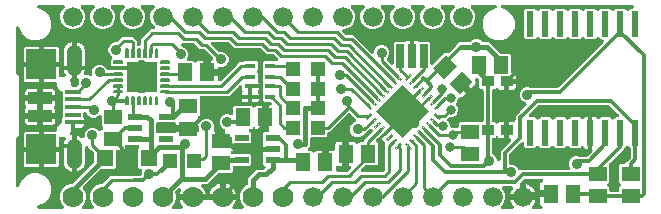
<source format=gbr>
G04 EAGLE Gerber RS-274X export*
G75*
%MOMM*%
%FSLAX34Y34*%
%LPD*%
%INTop Copper*%
%IPPOS*%
%AMOC8*
5,1,8,0,0,1.08239X$1,22.5*%
G01*
%ADD10C,1.676400*%
%ADD11R,1.500000X1.300000*%
%ADD12R,1.200000X1.200000*%
%ADD13R,1.300000X1.500000*%
%ADD14R,1.200000X1.300000*%
%ADD15R,0.700000X2.000000*%
%ADD16R,1.000000X0.900000*%
%ADD17R,1.400000X1.400000*%
%ADD18R,0.900000X0.450000*%
%ADD19R,1.200000X0.550000*%
%ADD20C,0.125000*%
%ADD21R,3.200000X3.200000*%
%ADD22C,1.778000*%
%ADD23C,0.140000*%
%ADD24R,2.500000X2.500000*%
%ADD25C,1.308000*%
%ADD26R,1.350000X0.400000*%
%ADD27R,2.000000X1.000000*%
%ADD28R,0.600000X2.200000*%
%ADD29C,0.406400*%
%ADD30C,0.889000*%
%ADD31C,0.304800*%
%ADD32C,0.254000*%
%ADD33C,0.906400*%
%ADD34C,0.800100*%
%ADD35C,0.756400*%

G36*
X411482Y43052D02*
X411482Y43052D01*
X411532Y43048D01*
X411655Y43066D01*
X411779Y43076D01*
X411827Y43092D01*
X411877Y43099D01*
X411992Y43145D01*
X412111Y43183D01*
X412154Y43209D01*
X412201Y43228D01*
X412303Y43299D01*
X412409Y43363D01*
X412446Y43398D01*
X412487Y43427D01*
X412570Y43519D01*
X412659Y43606D01*
X412687Y43648D01*
X412720Y43686D01*
X412780Y43795D01*
X412848Y43899D01*
X412865Y43947D01*
X412889Y43991D01*
X412923Y44111D01*
X412964Y44228D01*
X412970Y44278D01*
X412984Y44326D01*
X413003Y44570D01*
X413003Y51118D01*
X421660Y59775D01*
X421722Y59854D01*
X421792Y59926D01*
X421830Y59990D01*
X421877Y60048D01*
X421920Y60139D01*
X421971Y60225D01*
X421994Y60296D01*
X422026Y60363D01*
X422047Y60461D01*
X422077Y60557D01*
X422083Y60631D01*
X422099Y60704D01*
X422097Y60804D01*
X422105Y60904D01*
X422094Y60978D01*
X422093Y61052D01*
X422068Y61150D01*
X422054Y61249D01*
X422026Y61318D01*
X422008Y61390D01*
X421962Y61480D01*
X421925Y61573D01*
X421882Y61634D01*
X421848Y61700D01*
X421783Y61776D01*
X421726Y61859D01*
X421671Y61909D01*
X421623Y61965D01*
X421542Y62025D01*
X421467Y62092D01*
X421402Y62128D01*
X421342Y62173D01*
X421250Y62212D01*
X421162Y62261D01*
X421091Y62281D01*
X421022Y62311D01*
X420923Y62328D01*
X420827Y62356D01*
X420727Y62364D01*
X420679Y62372D01*
X420643Y62370D01*
X420583Y62375D01*
X420459Y62375D01*
X420459Y68690D01*
X420456Y68716D01*
X420458Y68742D01*
X420436Y68889D01*
X420419Y69036D01*
X420411Y69061D01*
X420407Y69087D01*
X420352Y69224D01*
X420302Y69364D01*
X420288Y69386D01*
X420278Y69411D01*
X420269Y69423D01*
X420324Y69515D01*
X420332Y69540D01*
X420345Y69563D01*
X420385Y69706D01*
X420430Y69847D01*
X420432Y69873D01*
X420440Y69898D01*
X420459Y70142D01*
X420459Y76457D01*
X423544Y76457D01*
X423786Y76392D01*
X423836Y76385D01*
X423885Y76369D01*
X424008Y76359D01*
X424130Y76341D01*
X424181Y76345D01*
X424232Y76341D01*
X424355Y76359D01*
X424478Y76370D01*
X424526Y76385D01*
X424577Y76393D01*
X424692Y76439D01*
X424810Y76476D01*
X424853Y76503D01*
X424901Y76521D01*
X425002Y76592D01*
X425108Y76656D01*
X425145Y76691D01*
X425187Y76720D01*
X425270Y76812D01*
X425359Y76898D01*
X425386Y76941D01*
X425420Y76979D01*
X425480Y77088D01*
X425547Y77191D01*
X425564Y77240D01*
X425589Y77284D01*
X425623Y77403D01*
X425664Y77520D01*
X425670Y77570D01*
X425684Y77620D01*
X425703Y77863D01*
X425703Y81483D01*
X429110Y84890D01*
X429192Y84919D01*
X429314Y84954D01*
X429356Y84978D01*
X429401Y84994D01*
X429508Y85063D01*
X429618Y85124D01*
X429664Y85164D01*
X429694Y85183D01*
X429728Y85218D01*
X429804Y85283D01*
X434677Y90155D01*
X434770Y90273D01*
X434867Y90388D01*
X434878Y90410D01*
X434893Y90428D01*
X434957Y90564D01*
X435026Y90698D01*
X435032Y90722D01*
X435042Y90744D01*
X435074Y90890D01*
X435110Y91036D01*
X435110Y91061D01*
X435115Y91084D01*
X435113Y91234D01*
X435115Y91385D01*
X435110Y91409D01*
X435110Y91433D01*
X435073Y91578D01*
X435041Y91725D01*
X435030Y91747D01*
X435025Y91771D01*
X434955Y91905D01*
X434891Y92040D01*
X434876Y92059D01*
X434865Y92081D01*
X434767Y92195D01*
X434674Y92313D01*
X434655Y92328D01*
X434639Y92346D01*
X434518Y92435D01*
X434400Y92528D01*
X434374Y92542D01*
X434359Y92553D01*
X434315Y92572D01*
X434182Y92640D01*
X431941Y93568D01*
X430118Y95391D01*
X429132Y97771D01*
X429132Y100349D01*
X430118Y102729D01*
X431941Y104552D01*
X434321Y105538D01*
X436899Y105538D01*
X437538Y105273D01*
X437540Y105272D01*
X437542Y105271D01*
X437707Y105225D01*
X437874Y105177D01*
X437876Y105177D01*
X437878Y105176D01*
X438121Y105157D01*
X461145Y105157D01*
X461270Y105171D01*
X461397Y105178D01*
X461443Y105191D01*
X461491Y105197D01*
X461610Y105239D01*
X461731Y105274D01*
X461774Y105298D01*
X461819Y105314D01*
X461925Y105383D01*
X462036Y105444D01*
X462082Y105484D01*
X462112Y105503D01*
X462145Y105538D01*
X462222Y105603D01*
X500016Y143397D01*
X500078Y143475D01*
X500148Y143548D01*
X500186Y143612D01*
X500233Y143670D01*
X500275Y143761D01*
X500327Y143847D01*
X500350Y143918D01*
X500381Y143985D01*
X500403Y144083D01*
X500433Y144179D01*
X500439Y144253D01*
X500455Y144326D01*
X500453Y144426D01*
X500461Y144526D01*
X500450Y144600D01*
X500449Y144674D01*
X500424Y144771D01*
X500409Y144871D01*
X500382Y144940D01*
X500364Y145012D01*
X500318Y145102D01*
X500281Y145195D01*
X500238Y145256D01*
X500204Y145322D01*
X500139Y145399D01*
X500082Y145481D01*
X500027Y145531D01*
X499978Y145587D01*
X499898Y145647D01*
X499823Y145714D01*
X499758Y145750D01*
X499698Y145795D01*
X499606Y145834D01*
X499518Y145883D01*
X499446Y145903D01*
X499378Y145933D01*
X499279Y145950D01*
X499183Y145978D01*
X499083Y145986D01*
X499035Y145994D01*
X498999Y145992D01*
X498939Y145997D01*
X497808Y145997D01*
X496377Y147428D01*
X496357Y147444D01*
X496340Y147464D01*
X496220Y147553D01*
X496104Y147645D01*
X496080Y147656D01*
X496059Y147672D01*
X495923Y147730D01*
X495789Y147794D01*
X495763Y147799D01*
X495739Y147810D01*
X495593Y147836D01*
X495448Y147867D01*
X495422Y147867D01*
X495396Y147871D01*
X495248Y147864D01*
X495100Y147861D01*
X495074Y147855D01*
X495048Y147853D01*
X494906Y147812D01*
X494762Y147776D01*
X494739Y147764D01*
X494713Y147757D01*
X494584Y147684D01*
X494452Y147616D01*
X494432Y147600D01*
X494409Y147587D01*
X494223Y147428D01*
X492792Y145997D01*
X485108Y145997D01*
X483677Y147428D01*
X483656Y147445D01*
X483640Y147464D01*
X483520Y147553D01*
X483404Y147645D01*
X483380Y147656D01*
X483359Y147672D01*
X483223Y147730D01*
X483089Y147794D01*
X483063Y147799D01*
X483039Y147810D01*
X482893Y147836D01*
X482748Y147867D01*
X482722Y147867D01*
X482696Y147871D01*
X482548Y147864D01*
X482400Y147861D01*
X482374Y147855D01*
X482348Y147853D01*
X482206Y147812D01*
X482062Y147776D01*
X482039Y147764D01*
X482013Y147757D01*
X481884Y147684D01*
X481752Y147616D01*
X481732Y147599D01*
X481709Y147587D01*
X481523Y147428D01*
X480092Y145997D01*
X472408Y145997D01*
X470977Y147428D01*
X470957Y147444D01*
X470940Y147464D01*
X470820Y147553D01*
X470704Y147645D01*
X470680Y147656D01*
X470659Y147672D01*
X470523Y147730D01*
X470389Y147794D01*
X470363Y147799D01*
X470339Y147810D01*
X470193Y147836D01*
X470048Y147867D01*
X470022Y147867D01*
X469996Y147871D01*
X469848Y147864D01*
X469700Y147861D01*
X469674Y147855D01*
X469648Y147853D01*
X469506Y147812D01*
X469362Y147776D01*
X469339Y147764D01*
X469313Y147757D01*
X469184Y147684D01*
X469052Y147616D01*
X469032Y147600D01*
X469009Y147587D01*
X468823Y147428D01*
X467392Y145997D01*
X459708Y145997D01*
X458277Y147428D01*
X458256Y147445D01*
X458240Y147464D01*
X458120Y147553D01*
X458004Y147645D01*
X457980Y147656D01*
X457959Y147672D01*
X457823Y147730D01*
X457689Y147794D01*
X457663Y147799D01*
X457639Y147810D01*
X457493Y147836D01*
X457348Y147867D01*
X457322Y147867D01*
X457296Y147871D01*
X457148Y147864D01*
X457000Y147861D01*
X456974Y147855D01*
X456948Y147853D01*
X456806Y147812D01*
X456662Y147776D01*
X456639Y147764D01*
X456613Y147757D01*
X456484Y147684D01*
X456352Y147616D01*
X456332Y147599D01*
X456309Y147587D01*
X456123Y147428D01*
X454692Y145997D01*
X447008Y145997D01*
X445577Y147428D01*
X445557Y147444D01*
X445540Y147464D01*
X445420Y147553D01*
X445304Y147645D01*
X445280Y147656D01*
X445259Y147672D01*
X445123Y147730D01*
X444989Y147794D01*
X444963Y147799D01*
X444939Y147810D01*
X444793Y147836D01*
X444648Y147867D01*
X444622Y147867D01*
X444596Y147871D01*
X444448Y147864D01*
X444300Y147861D01*
X444274Y147855D01*
X444248Y147853D01*
X444106Y147812D01*
X443962Y147776D01*
X443939Y147764D01*
X443913Y147757D01*
X443784Y147684D01*
X443652Y147616D01*
X443632Y147600D01*
X443609Y147587D01*
X443423Y147428D01*
X441992Y145997D01*
X434308Y145997D01*
X433117Y147188D01*
X433117Y170872D01*
X434308Y172063D01*
X441992Y172063D01*
X443423Y170632D01*
X443444Y170615D01*
X443460Y170596D01*
X443580Y170507D01*
X443696Y170415D01*
X443720Y170404D01*
X443741Y170388D01*
X443877Y170330D01*
X444011Y170266D01*
X444037Y170261D01*
X444061Y170250D01*
X444207Y170224D01*
X444352Y170193D01*
X444378Y170193D01*
X444404Y170189D01*
X444552Y170196D01*
X444700Y170199D01*
X444726Y170205D01*
X444752Y170207D01*
X444894Y170248D01*
X445038Y170284D01*
X445061Y170296D01*
X445087Y170303D01*
X445216Y170376D01*
X445348Y170444D01*
X445368Y170461D01*
X445391Y170473D01*
X445577Y170632D01*
X447008Y172063D01*
X454692Y172063D01*
X456123Y170632D01*
X456143Y170616D01*
X456160Y170596D01*
X456280Y170507D01*
X456396Y170415D01*
X456420Y170404D01*
X456441Y170388D01*
X456577Y170330D01*
X456711Y170266D01*
X456737Y170261D01*
X456761Y170250D01*
X456907Y170224D01*
X457052Y170193D01*
X457078Y170193D01*
X457104Y170189D01*
X457252Y170196D01*
X457400Y170199D01*
X457426Y170205D01*
X457452Y170207D01*
X457594Y170248D01*
X457738Y170284D01*
X457761Y170296D01*
X457787Y170303D01*
X457916Y170376D01*
X458048Y170444D01*
X458068Y170460D01*
X458091Y170473D01*
X458277Y170632D01*
X459708Y172063D01*
X467392Y172063D01*
X468823Y170632D01*
X468844Y170615D01*
X468860Y170596D01*
X468980Y170507D01*
X469096Y170415D01*
X469120Y170404D01*
X469141Y170388D01*
X469277Y170330D01*
X469411Y170266D01*
X469437Y170261D01*
X469461Y170250D01*
X469607Y170224D01*
X469752Y170193D01*
X469778Y170193D01*
X469804Y170189D01*
X469952Y170196D01*
X470100Y170199D01*
X470126Y170205D01*
X470152Y170207D01*
X470294Y170248D01*
X470438Y170284D01*
X470461Y170296D01*
X470487Y170303D01*
X470616Y170376D01*
X470748Y170444D01*
X470768Y170461D01*
X470791Y170473D01*
X470977Y170632D01*
X472408Y172063D01*
X480092Y172063D01*
X481523Y170632D01*
X481543Y170616D01*
X481560Y170596D01*
X481680Y170507D01*
X481796Y170415D01*
X481820Y170404D01*
X481841Y170388D01*
X481977Y170330D01*
X482111Y170266D01*
X482137Y170261D01*
X482161Y170250D01*
X482307Y170224D01*
X482452Y170193D01*
X482478Y170193D01*
X482504Y170189D01*
X482652Y170196D01*
X482800Y170199D01*
X482826Y170205D01*
X482852Y170207D01*
X482994Y170248D01*
X483138Y170284D01*
X483161Y170296D01*
X483187Y170303D01*
X483316Y170376D01*
X483448Y170444D01*
X483468Y170460D01*
X483491Y170473D01*
X483677Y170632D01*
X485108Y172063D01*
X492792Y172063D01*
X494223Y170632D01*
X494244Y170615D01*
X494260Y170596D01*
X494380Y170507D01*
X494496Y170415D01*
X494520Y170404D01*
X494541Y170388D01*
X494677Y170330D01*
X494811Y170266D01*
X494837Y170261D01*
X494861Y170250D01*
X495007Y170224D01*
X495152Y170193D01*
X495178Y170193D01*
X495204Y170189D01*
X495352Y170196D01*
X495500Y170199D01*
X495526Y170205D01*
X495552Y170207D01*
X495694Y170248D01*
X495838Y170284D01*
X495861Y170296D01*
X495887Y170303D01*
X496016Y170376D01*
X496148Y170444D01*
X496168Y170461D01*
X496191Y170473D01*
X496377Y170632D01*
X497808Y172063D01*
X505492Y172063D01*
X506923Y170632D01*
X506944Y170615D01*
X506960Y170596D01*
X507080Y170507D01*
X507196Y170415D01*
X507220Y170404D01*
X507241Y170388D01*
X507377Y170330D01*
X507511Y170266D01*
X507537Y170261D01*
X507561Y170250D01*
X507707Y170224D01*
X507852Y170193D01*
X507878Y170193D01*
X507904Y170189D01*
X508052Y170196D01*
X508200Y170199D01*
X508226Y170205D01*
X508252Y170207D01*
X508394Y170248D01*
X508538Y170284D01*
X508561Y170296D01*
X508587Y170303D01*
X508716Y170376D01*
X508848Y170444D01*
X508868Y170461D01*
X508891Y170473D01*
X509077Y170632D01*
X510508Y172063D01*
X518192Y172063D01*
X519623Y170632D01*
X519643Y170616D01*
X519660Y170596D01*
X519780Y170507D01*
X519896Y170415D01*
X519920Y170404D01*
X519941Y170388D01*
X520077Y170330D01*
X520211Y170266D01*
X520237Y170261D01*
X520261Y170250D01*
X520407Y170224D01*
X520552Y170193D01*
X520578Y170193D01*
X520604Y170189D01*
X520752Y170196D01*
X520900Y170199D01*
X520926Y170205D01*
X520952Y170207D01*
X521094Y170248D01*
X521238Y170284D01*
X521261Y170296D01*
X521287Y170303D01*
X521416Y170376D01*
X521548Y170444D01*
X521568Y170460D01*
X521591Y170473D01*
X521777Y170632D01*
X523208Y172063D01*
X524477Y172063D01*
X524567Y172073D01*
X524657Y172073D01*
X524739Y172093D01*
X524823Y172103D01*
X524908Y172133D01*
X524996Y172154D01*
X525072Y172192D01*
X525151Y172220D01*
X525227Y172269D01*
X525308Y172309D01*
X525373Y172363D01*
X525444Y172409D01*
X525507Y172474D01*
X525576Y172532D01*
X525627Y172599D01*
X525686Y172660D01*
X525733Y172737D01*
X525787Y172809D01*
X525822Y172886D01*
X525865Y172959D01*
X525893Y173045D01*
X525929Y173127D01*
X525946Y173210D01*
X525971Y173291D01*
X525979Y173381D01*
X525996Y173470D01*
X525992Y173554D01*
X525999Y173638D01*
X525986Y173728D01*
X525982Y173818D01*
X525960Y173899D01*
X525948Y173983D01*
X525914Y174067D01*
X525890Y174154D01*
X525850Y174228D01*
X525819Y174307D01*
X525767Y174381D01*
X525724Y174460D01*
X525668Y174524D01*
X525620Y174593D01*
X525553Y174653D01*
X525493Y174721D01*
X525424Y174770D01*
X525361Y174826D01*
X525282Y174870D01*
X525208Y174922D01*
X525130Y174954D01*
X525056Y174995D01*
X524969Y175019D01*
X524885Y175053D01*
X524769Y175076D01*
X524721Y175090D01*
X524683Y175093D01*
X524645Y175100D01*
X523296Y175250D01*
X523247Y175250D01*
X523128Y175259D01*
X414665Y175259D01*
X414615Y175254D01*
X414564Y175256D01*
X414442Y175234D01*
X414318Y175219D01*
X414271Y175202D01*
X414221Y175193D01*
X414107Y175144D01*
X413990Y175102D01*
X413948Y175075D01*
X413902Y175055D01*
X413802Y174980D01*
X413697Y174913D01*
X413662Y174877D01*
X413622Y174847D01*
X413542Y174752D01*
X413455Y174662D01*
X413429Y174619D01*
X413397Y174581D01*
X413340Y174470D01*
X413276Y174363D01*
X413261Y174315D01*
X413238Y174270D01*
X413208Y174150D01*
X413170Y174031D01*
X413166Y173981D01*
X413154Y173932D01*
X413152Y173808D01*
X413142Y173684D01*
X413150Y173634D01*
X413149Y173584D01*
X413176Y173462D01*
X413194Y173339D01*
X413213Y173292D01*
X413223Y173243D01*
X413277Y173131D01*
X413323Y173015D01*
X413351Y172974D01*
X413373Y172928D01*
X413451Y172831D01*
X413522Y172729D01*
X413559Y172695D01*
X413590Y172656D01*
X413688Y172579D01*
X413780Y172496D01*
X413824Y172471D01*
X413864Y172440D01*
X414082Y172329D01*
X419150Y170229D01*
X422959Y166420D01*
X425021Y161443D01*
X425021Y156057D01*
X422959Y151080D01*
X419150Y147271D01*
X414173Y145209D01*
X408787Y145209D01*
X403810Y147271D01*
X400001Y151080D01*
X397939Y156057D01*
X397939Y161443D01*
X400001Y166420D01*
X403810Y170229D01*
X408878Y172329D01*
X408922Y172353D01*
X408970Y172370D01*
X409074Y172438D01*
X409183Y172498D01*
X409220Y172532D01*
X409263Y172559D01*
X409349Y172649D01*
X409441Y172732D01*
X409470Y172774D01*
X409505Y172810D01*
X409569Y172917D01*
X409639Y173019D01*
X409658Y173066D01*
X409684Y173109D01*
X409721Y173227D01*
X409767Y173343D01*
X409774Y173393D01*
X409790Y173441D01*
X409800Y173565D01*
X409818Y173688D01*
X409814Y173738D01*
X409818Y173788D01*
X409799Y173911D01*
X409789Y174035D01*
X409774Y174083D01*
X409766Y174133D01*
X409720Y174248D01*
X409682Y174367D01*
X409656Y174410D01*
X409637Y174457D01*
X409566Y174559D01*
X409502Y174665D01*
X409467Y174702D01*
X409438Y174743D01*
X409346Y174826D01*
X409259Y174915D01*
X409217Y174943D01*
X409180Y174976D01*
X409071Y175036D01*
X408966Y175104D01*
X408919Y175121D01*
X408875Y175145D01*
X408755Y175179D01*
X408638Y175220D01*
X408588Y175226D01*
X408539Y175240D01*
X408295Y175259D01*
X389247Y175259D01*
X389147Y175248D01*
X389047Y175246D01*
X388974Y175228D01*
X388901Y175219D01*
X388806Y175186D01*
X388709Y175161D01*
X388643Y175127D01*
X388573Y175102D01*
X388488Y175047D01*
X388399Y175001D01*
X388342Y174953D01*
X388280Y174913D01*
X388210Y174841D01*
X388133Y174776D01*
X388089Y174716D01*
X388038Y174662D01*
X387986Y174576D01*
X387926Y174495D01*
X387897Y174427D01*
X387859Y174363D01*
X387828Y174267D01*
X387788Y174175D01*
X387775Y174102D01*
X387752Y174031D01*
X387744Y173931D01*
X387727Y173832D01*
X387730Y173758D01*
X387724Y173684D01*
X387739Y173584D01*
X387745Y173484D01*
X387765Y173413D01*
X387776Y173339D01*
X387813Y173246D01*
X387841Y173149D01*
X387877Y173084D01*
X387905Y173015D01*
X387962Y172933D01*
X388011Y172845D01*
X388076Y172769D01*
X388104Y172729D01*
X388130Y172705D01*
X388170Y172659D01*
X389829Y170999D01*
X391415Y167172D01*
X391415Y163028D01*
X389829Y159200D01*
X386900Y156271D01*
X383072Y154685D01*
X378928Y154685D01*
X375100Y156271D01*
X372171Y159200D01*
X370585Y163028D01*
X370585Y167172D01*
X372171Y170999D01*
X373830Y172659D01*
X373893Y172738D01*
X373962Y172810D01*
X374001Y172874D01*
X374047Y172932D01*
X374090Y173023D01*
X374141Y173109D01*
X374164Y173180D01*
X374196Y173247D01*
X374217Y173345D01*
X374248Y173441D01*
X374254Y173515D01*
X374269Y173588D01*
X374267Y173688D01*
X374276Y173788D01*
X374264Y173862D01*
X374263Y173936D01*
X374239Y174033D01*
X374224Y174133D01*
X374196Y174202D01*
X374178Y174274D01*
X374132Y174363D01*
X374095Y174457D01*
X374053Y174518D01*
X374019Y174584D01*
X373953Y174660D01*
X373896Y174743D01*
X373841Y174793D01*
X373793Y174849D01*
X373712Y174909D01*
X373637Y174976D01*
X373572Y175012D01*
X373512Y175057D01*
X373420Y175096D01*
X373332Y175145D01*
X373261Y175165D01*
X373192Y175195D01*
X373094Y175212D01*
X372997Y175240D01*
X372897Y175248D01*
X372849Y175256D01*
X372814Y175254D01*
X372753Y175259D01*
X363847Y175259D01*
X363747Y175248D01*
X363647Y175246D01*
X363574Y175228D01*
X363501Y175219D01*
X363406Y175186D01*
X363309Y175161D01*
X363243Y175127D01*
X363173Y175102D01*
X363088Y175047D01*
X362999Y175001D01*
X362942Y174953D01*
X362880Y174913D01*
X362810Y174841D01*
X362733Y174776D01*
X362689Y174716D01*
X362638Y174662D01*
X362586Y174576D01*
X362526Y174495D01*
X362497Y174427D01*
X362459Y174363D01*
X362428Y174267D01*
X362388Y174175D01*
X362375Y174102D01*
X362352Y174031D01*
X362344Y173931D01*
X362327Y173832D01*
X362330Y173758D01*
X362324Y173684D01*
X362339Y173584D01*
X362345Y173484D01*
X362365Y173413D01*
X362376Y173339D01*
X362413Y173246D01*
X362441Y173149D01*
X362477Y173084D01*
X362505Y173015D01*
X362562Y172933D01*
X362611Y172845D01*
X362676Y172769D01*
X362704Y172729D01*
X362730Y172705D01*
X362770Y172659D01*
X364429Y170999D01*
X366015Y167172D01*
X366015Y163028D01*
X364429Y159200D01*
X361500Y156271D01*
X357672Y154685D01*
X353528Y154685D01*
X349700Y156271D01*
X346771Y159200D01*
X345185Y163028D01*
X345185Y167172D01*
X346771Y170999D01*
X348430Y172659D01*
X348493Y172738D01*
X348562Y172810D01*
X348601Y172874D01*
X348647Y172932D01*
X348690Y173023D01*
X348741Y173109D01*
X348764Y173180D01*
X348796Y173247D01*
X348817Y173345D01*
X348848Y173441D01*
X348854Y173515D01*
X348869Y173588D01*
X348867Y173688D01*
X348876Y173788D01*
X348864Y173862D01*
X348863Y173936D01*
X348839Y174033D01*
X348824Y174133D01*
X348796Y174202D01*
X348778Y174274D01*
X348732Y174363D01*
X348695Y174457D01*
X348653Y174518D01*
X348619Y174584D01*
X348553Y174660D01*
X348496Y174743D01*
X348441Y174793D01*
X348393Y174849D01*
X348312Y174909D01*
X348237Y174976D01*
X348172Y175012D01*
X348112Y175057D01*
X348020Y175096D01*
X347932Y175145D01*
X347861Y175165D01*
X347792Y175195D01*
X347694Y175212D01*
X347597Y175240D01*
X347497Y175248D01*
X347449Y175256D01*
X347414Y175254D01*
X347353Y175259D01*
X338447Y175259D01*
X338347Y175248D01*
X338247Y175246D01*
X338174Y175228D01*
X338101Y175219D01*
X338006Y175186D01*
X337909Y175161D01*
X337843Y175127D01*
X337773Y175102D01*
X337688Y175047D01*
X337599Y175001D01*
X337542Y174953D01*
X337480Y174913D01*
X337410Y174841D01*
X337333Y174776D01*
X337289Y174716D01*
X337238Y174662D01*
X337186Y174576D01*
X337126Y174495D01*
X337097Y174427D01*
X337059Y174363D01*
X337028Y174267D01*
X336988Y174175D01*
X336975Y174102D01*
X336952Y174031D01*
X336944Y173931D01*
X336927Y173832D01*
X336930Y173758D01*
X336924Y173684D01*
X336939Y173584D01*
X336945Y173484D01*
X336965Y173413D01*
X336976Y173339D01*
X337013Y173246D01*
X337041Y173149D01*
X337077Y173084D01*
X337105Y173015D01*
X337162Y172933D01*
X337211Y172845D01*
X337276Y172769D01*
X337304Y172729D01*
X337330Y172705D01*
X337370Y172659D01*
X339029Y170999D01*
X340615Y167172D01*
X340615Y163028D01*
X339029Y159200D01*
X336100Y156271D01*
X332272Y154685D01*
X328128Y154685D01*
X324300Y156271D01*
X321371Y159200D01*
X319785Y163028D01*
X319785Y167172D01*
X321371Y170999D01*
X323030Y172659D01*
X323093Y172738D01*
X323162Y172810D01*
X323201Y172874D01*
X323247Y172932D01*
X323290Y173023D01*
X323341Y173109D01*
X323364Y173180D01*
X323396Y173247D01*
X323417Y173345D01*
X323448Y173441D01*
X323454Y173515D01*
X323469Y173588D01*
X323467Y173688D01*
X323476Y173788D01*
X323464Y173862D01*
X323463Y173936D01*
X323439Y174033D01*
X323424Y174133D01*
X323396Y174202D01*
X323378Y174274D01*
X323332Y174363D01*
X323295Y174457D01*
X323253Y174518D01*
X323219Y174584D01*
X323153Y174660D01*
X323096Y174743D01*
X323041Y174793D01*
X322993Y174849D01*
X322912Y174909D01*
X322837Y174976D01*
X322772Y175012D01*
X322712Y175057D01*
X322620Y175096D01*
X322532Y175145D01*
X322461Y175165D01*
X322392Y175195D01*
X322294Y175212D01*
X322197Y175240D01*
X322097Y175248D01*
X322049Y175256D01*
X322014Y175254D01*
X321953Y175259D01*
X313047Y175259D01*
X312947Y175248D01*
X312847Y175246D01*
X312774Y175228D01*
X312701Y175219D01*
X312606Y175186D01*
X312509Y175161D01*
X312443Y175127D01*
X312373Y175102D01*
X312288Y175047D01*
X312199Y175001D01*
X312142Y174953D01*
X312080Y174913D01*
X312010Y174841D01*
X311933Y174776D01*
X311889Y174716D01*
X311838Y174662D01*
X311786Y174576D01*
X311726Y174495D01*
X311697Y174427D01*
X311659Y174363D01*
X311628Y174267D01*
X311588Y174175D01*
X311575Y174102D01*
X311552Y174031D01*
X311544Y173931D01*
X311527Y173832D01*
X311530Y173758D01*
X311524Y173684D01*
X311539Y173584D01*
X311545Y173484D01*
X311565Y173413D01*
X311576Y173339D01*
X311613Y173246D01*
X311641Y173149D01*
X311677Y173084D01*
X311705Y173015D01*
X311762Y172933D01*
X311811Y172845D01*
X311876Y172769D01*
X311904Y172729D01*
X311930Y172705D01*
X311970Y172659D01*
X313629Y170999D01*
X315215Y167172D01*
X315215Y163028D01*
X313629Y159200D01*
X310700Y156271D01*
X306872Y154685D01*
X302728Y154685D01*
X298900Y156271D01*
X295971Y159200D01*
X294385Y163028D01*
X294385Y167172D01*
X295971Y170999D01*
X297630Y172659D01*
X297693Y172738D01*
X297762Y172810D01*
X297801Y172874D01*
X297847Y172932D01*
X297890Y173023D01*
X297941Y173109D01*
X297964Y173180D01*
X297996Y173247D01*
X298017Y173345D01*
X298048Y173441D01*
X298054Y173515D01*
X298069Y173588D01*
X298067Y173688D01*
X298076Y173788D01*
X298064Y173862D01*
X298063Y173936D01*
X298039Y174033D01*
X298024Y174133D01*
X297996Y174202D01*
X297978Y174274D01*
X297932Y174363D01*
X297895Y174457D01*
X297853Y174518D01*
X297819Y174584D01*
X297753Y174660D01*
X297696Y174743D01*
X297641Y174793D01*
X297593Y174849D01*
X297512Y174909D01*
X297437Y174976D01*
X297372Y175012D01*
X297312Y175057D01*
X297220Y175096D01*
X297132Y175145D01*
X297061Y175165D01*
X296992Y175195D01*
X296894Y175212D01*
X296797Y175240D01*
X296697Y175248D01*
X296649Y175256D01*
X296614Y175254D01*
X296553Y175259D01*
X287647Y175259D01*
X287547Y175248D01*
X287447Y175246D01*
X287374Y175228D01*
X287301Y175219D01*
X287206Y175186D01*
X287109Y175161D01*
X287043Y175127D01*
X286973Y175102D01*
X286888Y175047D01*
X286799Y175001D01*
X286742Y174953D01*
X286680Y174913D01*
X286610Y174841D01*
X286533Y174776D01*
X286489Y174716D01*
X286438Y174662D01*
X286386Y174576D01*
X286326Y174495D01*
X286297Y174427D01*
X286259Y174363D01*
X286228Y174267D01*
X286188Y174175D01*
X286175Y174102D01*
X286152Y174031D01*
X286144Y173931D01*
X286127Y173832D01*
X286130Y173758D01*
X286124Y173684D01*
X286139Y173584D01*
X286145Y173484D01*
X286165Y173413D01*
X286176Y173339D01*
X286213Y173246D01*
X286241Y173149D01*
X286277Y173084D01*
X286305Y173015D01*
X286362Y172933D01*
X286411Y172845D01*
X286476Y172769D01*
X286504Y172729D01*
X286530Y172705D01*
X286570Y172659D01*
X288229Y170999D01*
X289815Y167172D01*
X289815Y163028D01*
X288229Y159200D01*
X285300Y156271D01*
X281472Y154685D01*
X280383Y154685D01*
X280283Y154674D01*
X280183Y154672D01*
X280111Y154654D01*
X280037Y154645D01*
X279942Y154612D01*
X279845Y154587D01*
X279779Y154553D01*
X279709Y154528D01*
X279624Y154473D01*
X279535Y154427D01*
X279478Y154379D01*
X279416Y154339D01*
X279346Y154267D01*
X279270Y154202D01*
X279225Y154142D01*
X279174Y154088D01*
X279122Y154002D01*
X279062Y153921D01*
X279033Y153853D01*
X278995Y153789D01*
X278964Y153693D01*
X278924Y153601D01*
X278911Y153528D01*
X278889Y153457D01*
X278880Y153357D01*
X278863Y153258D01*
X278867Y153184D01*
X278861Y153110D01*
X278875Y153010D01*
X278881Y152910D01*
X278901Y152839D01*
X278912Y152765D01*
X278949Y152672D01*
X278977Y152575D01*
X279014Y152510D01*
X279041Y152441D01*
X279098Y152359D01*
X279147Y152271D01*
X279212Y152195D01*
X279240Y152155D01*
X279266Y152131D01*
X279306Y152085D01*
X281592Y149799D01*
X281691Y149720D01*
X281785Y149636D01*
X281827Y149612D01*
X281865Y149582D01*
X281979Y149528D01*
X282090Y149467D01*
X282136Y149454D01*
X282180Y149433D01*
X282303Y149407D01*
X282425Y149372D01*
X282486Y149367D01*
X282521Y149360D01*
X282569Y149361D01*
X282669Y149353D01*
X288286Y149353D01*
X290667Y146972D01*
X303342Y134296D01*
X303420Y134234D01*
X303493Y134164D01*
X303557Y134126D01*
X303615Y134080D01*
X303706Y134037D01*
X303792Y133985D01*
X303863Y133963D01*
X303930Y133931D01*
X304028Y133910D01*
X304124Y133879D01*
X304198Y133873D01*
X304271Y133858D01*
X304371Y133859D01*
X304471Y133851D01*
X304545Y133862D01*
X304619Y133864D01*
X304716Y133888D01*
X304816Y133903D01*
X304885Y133930D01*
X304957Y133949D01*
X305047Y133995D01*
X305140Y134032D01*
X305201Y134074D01*
X305267Y134108D01*
X305344Y134173D01*
X305426Y134231D01*
X305476Y134286D01*
X305532Y134334D01*
X305592Y134415D01*
X305659Y134489D01*
X305695Y134554D01*
X305740Y134614D01*
X305779Y134706D01*
X305828Y134794D01*
X305848Y134866D01*
X305878Y134934D01*
X305895Y135033D01*
X305923Y135130D01*
X305931Y135230D01*
X305939Y135277D01*
X305937Y135313D01*
X305942Y135374D01*
X305942Y135909D01*
X306928Y138289D01*
X308751Y140112D01*
X311131Y141098D01*
X313709Y141098D01*
X316089Y140112D01*
X317912Y138289D01*
X318898Y135909D01*
X318898Y133331D01*
X317912Y130951D01*
X316912Y129951D01*
X316896Y129931D01*
X316876Y129914D01*
X316788Y129794D01*
X316696Y129678D01*
X316684Y129655D01*
X316669Y129634D01*
X316610Y129497D01*
X316547Y129363D01*
X316541Y129338D01*
X316531Y129314D01*
X316505Y129167D01*
X316473Y129023D01*
X316474Y128996D01*
X316469Y128971D01*
X316477Y128822D01*
X316479Y128674D01*
X316486Y128649D01*
X316487Y128622D01*
X316528Y128480D01*
X316564Y128336D01*
X316576Y128313D01*
X316584Y128288D01*
X316656Y128158D01*
X316724Y128026D01*
X316741Y128006D01*
X316754Y127983D01*
X316912Y127797D01*
X319905Y124805D01*
X319983Y124742D01*
X320056Y124672D01*
X320120Y124634D01*
X320178Y124588D01*
X320269Y124545D01*
X320355Y124494D01*
X320426Y124471D01*
X320493Y124439D01*
X320591Y124418D01*
X320687Y124387D01*
X320761Y124381D01*
X320834Y124366D01*
X320934Y124367D01*
X321034Y124359D01*
X321108Y124370D01*
X321182Y124372D01*
X321279Y124396D01*
X321379Y124411D01*
X321448Y124439D01*
X321520Y124457D01*
X321609Y124503D01*
X321703Y124540D01*
X321764Y124582D01*
X321830Y124616D01*
X321906Y124682D01*
X321989Y124739D01*
X322039Y124794D01*
X322095Y124842D01*
X322155Y124923D01*
X322222Y124998D01*
X322258Y125063D01*
X322302Y125122D01*
X322342Y125215D01*
X322391Y125303D01*
X322411Y125374D01*
X322440Y125443D01*
X322458Y125541D01*
X322486Y125638D01*
X322494Y125738D01*
X322502Y125786D01*
X322500Y125821D01*
X322505Y125882D01*
X322505Y142922D01*
X323696Y144113D01*
X332569Y144113D01*
X332670Y144124D01*
X332772Y144126D01*
X332843Y144144D01*
X332915Y144153D01*
X333011Y144187D01*
X333110Y144212D01*
X333198Y144254D01*
X333243Y144270D01*
X333274Y144290D01*
X333331Y144317D01*
X333557Y144448D01*
X334203Y144621D01*
X336289Y144621D01*
X336289Y132306D01*
X336292Y132280D01*
X336289Y132254D01*
X336311Y132107D01*
X336328Y131960D01*
X336337Y131935D01*
X336341Y131909D01*
X336396Y131772D01*
X336446Y131632D01*
X336460Y131610D01*
X336470Y131585D01*
X336554Y131464D01*
X336635Y131339D01*
X336654Y131321D01*
X336669Y131299D01*
X336779Y131200D01*
X336886Y131097D01*
X336908Y131083D01*
X336928Y131066D01*
X337058Y130994D01*
X337185Y130918D01*
X337210Y130910D01*
X337233Y130897D01*
X337376Y130857D01*
X337517Y130812D01*
X337543Y130810D01*
X337568Y130803D01*
X337812Y130783D01*
X338264Y130783D01*
X338290Y130786D01*
X338316Y130784D01*
X338463Y130806D01*
X338610Y130823D01*
X338635Y130832D01*
X338661Y130836D01*
X338799Y130890D01*
X338938Y130940D01*
X338960Y130955D01*
X338985Y130964D01*
X339106Y131049D01*
X339231Y131129D01*
X339249Y131148D01*
X339271Y131163D01*
X339370Y131273D01*
X339473Y131380D01*
X339487Y131403D01*
X339504Y131422D01*
X339576Y131552D01*
X339652Y131679D01*
X339660Y131704D01*
X339673Y131727D01*
X339713Y131870D01*
X339758Y132011D01*
X339760Y132037D01*
X339768Y132062D01*
X339787Y132306D01*
X339787Y144621D01*
X341872Y144621D01*
X342519Y144448D01*
X342745Y144317D01*
X342838Y144276D01*
X342928Y144227D01*
X342998Y144207D01*
X343065Y144178D01*
X343165Y144160D01*
X343263Y144132D01*
X343361Y144124D01*
X343408Y144116D01*
X343444Y144118D01*
X343507Y144113D01*
X352380Y144113D01*
X353571Y142922D01*
X353571Y126083D01*
X353582Y125983D01*
X353584Y125882D01*
X353602Y125810D01*
X353610Y125736D01*
X353644Y125642D01*
X353669Y125544D01*
X353703Y125478D01*
X353728Y125408D01*
X353782Y125324D01*
X353828Y125235D01*
X353877Y125178D01*
X353917Y125115D01*
X353989Y125046D01*
X354054Y124969D01*
X354114Y124925D01*
X354168Y124873D01*
X354254Y124822D01*
X354335Y124762D01*
X354403Y124733D01*
X354467Y124694D01*
X354562Y124664D01*
X354655Y124624D01*
X354728Y124611D01*
X354799Y124588D01*
X354899Y124580D01*
X354998Y124562D01*
X355072Y124566D01*
X355146Y124560D01*
X355245Y124575D01*
X355346Y124580D01*
X355417Y124601D01*
X355491Y124612D01*
X355584Y124649D01*
X355681Y124677D01*
X355745Y124713D01*
X355815Y124741D01*
X355897Y124798D01*
X355985Y124847D01*
X356061Y124912D01*
X356101Y124940D01*
X356125Y124966D01*
X356171Y125005D01*
X365847Y134682D01*
X367532Y134682D01*
X367550Y134667D01*
X367567Y134647D01*
X367687Y134559D01*
X367803Y134467D01*
X367826Y134456D01*
X367847Y134440D01*
X367984Y134382D01*
X368118Y134318D01*
X368143Y134313D01*
X368167Y134302D01*
X368314Y134276D01*
X368458Y134245D01*
X368484Y134245D01*
X368510Y134241D01*
X368659Y134248D01*
X368807Y134251D01*
X368832Y134257D01*
X368858Y134259D01*
X369001Y134300D01*
X369145Y134336D01*
X369168Y134348D01*
X369193Y134355D01*
X369323Y134428D01*
X369455Y134495D01*
X369475Y134512D01*
X369498Y134525D01*
X369684Y134684D01*
X375219Y140219D01*
X375298Y140318D01*
X375382Y140412D01*
X375406Y140454D01*
X375436Y140492D01*
X375490Y140606D01*
X375551Y140717D01*
X375564Y140764D01*
X375585Y140807D01*
X375611Y140931D01*
X375646Y141052D01*
X375651Y141113D01*
X375658Y141148D01*
X375657Y141196D01*
X375665Y141296D01*
X375665Y141384D01*
X378046Y143765D01*
X386703Y143765D01*
X386828Y143779D01*
X386955Y143786D01*
X387001Y143799D01*
X387049Y143805D01*
X387168Y143847D01*
X387290Y143882D01*
X387332Y143906D01*
X387377Y143922D01*
X387483Y143991D01*
X387594Y144052D01*
X387640Y144092D01*
X387670Y144111D01*
X387704Y144146D01*
X387780Y144211D01*
X388761Y145192D01*
X391141Y146178D01*
X393719Y146178D01*
X396099Y145192D01*
X397080Y144211D01*
X397179Y144132D01*
X397273Y144048D01*
X397315Y144024D01*
X397353Y143994D01*
X397467Y143940D01*
X397578Y143879D01*
X397624Y143866D01*
X397668Y143845D01*
X397792Y143819D01*
X397913Y143784D01*
X397974Y143779D01*
X398009Y143772D01*
X398057Y143773D01*
X398157Y143765D01*
X403004Y143765D01*
X412330Y134439D01*
X412429Y134360D01*
X412522Y134276D01*
X412565Y134252D01*
X412603Y134222D01*
X412717Y134168D01*
X412827Y134107D01*
X412874Y134094D01*
X412918Y134073D01*
X413041Y134047D01*
X413163Y134012D01*
X413224Y134007D01*
X413258Y134000D01*
X413306Y134001D01*
X413407Y133993D01*
X420702Y133993D01*
X421893Y132802D01*
X421893Y118980D01*
X421896Y118954D01*
X421894Y118928D01*
X421916Y118781D01*
X421933Y118634D01*
X421941Y118609D01*
X421945Y118583D01*
X422000Y118445D01*
X422050Y118306D01*
X422064Y118284D01*
X422074Y118259D01*
X422159Y118138D01*
X422239Y118013D01*
X422258Y117995D01*
X422273Y117973D01*
X422383Y117874D01*
X422490Y117771D01*
X422512Y117757D01*
X422532Y117740D01*
X422662Y117668D01*
X422789Y117592D01*
X422814Y117584D01*
X422837Y117571D01*
X422980Y117531D01*
X423121Y117486D01*
X423147Y117484D01*
X423172Y117476D01*
X423416Y117457D01*
X423545Y117457D01*
X424191Y117284D01*
X424770Y116949D01*
X425243Y116476D01*
X425578Y115897D01*
X425751Y115251D01*
X425751Y112665D01*
X418936Y112665D01*
X418910Y112662D01*
X418884Y112664D01*
X418737Y112642D01*
X418590Y112625D01*
X418565Y112617D01*
X418539Y112613D01*
X418402Y112558D01*
X418262Y112508D01*
X418240Y112494D01*
X418215Y112484D01*
X418094Y112399D01*
X417969Y112319D01*
X417951Y112300D01*
X417929Y112285D01*
X417830Y112175D01*
X417727Y112068D01*
X417713Y112046D01*
X417696Y112026D01*
X417624Y111896D01*
X417548Y111769D01*
X417540Y111744D01*
X417527Y111721D01*
X417487Y111578D01*
X417442Y111437D01*
X417440Y111411D01*
X417433Y111386D01*
X417418Y111210D01*
X417285Y111190D01*
X417138Y111173D01*
X417113Y111164D01*
X417087Y111160D01*
X416949Y111106D01*
X416810Y111056D01*
X416788Y111041D01*
X416763Y111032D01*
X416642Y110947D01*
X416517Y110867D01*
X416499Y110848D01*
X416477Y110833D01*
X416378Y110723D01*
X416275Y110616D01*
X416261Y110593D01*
X416244Y110574D01*
X416172Y110444D01*
X416096Y110317D01*
X416088Y110292D01*
X416075Y110269D01*
X416035Y110126D01*
X415990Y109985D01*
X415987Y109959D01*
X415980Y109934D01*
X415961Y109690D01*
X415961Y103375D01*
X412875Y103375D01*
X412229Y103548D01*
X411650Y103883D01*
X411163Y104370D01*
X411145Y104405D01*
X411065Y104499D01*
X410991Y104598D01*
X410952Y104631D01*
X410919Y104670D01*
X410820Y104744D01*
X410725Y104824D01*
X410680Y104847D01*
X410639Y104877D01*
X410525Y104926D01*
X410415Y104983D01*
X410366Y104995D01*
X410319Y105015D01*
X410197Y105037D01*
X410077Y105067D01*
X410026Y105068D01*
X409976Y105077D01*
X409852Y105070D01*
X409729Y105072D01*
X409679Y105062D01*
X409628Y105059D01*
X409509Y105025D01*
X409388Y104998D01*
X409342Y104976D01*
X409293Y104962D01*
X409185Y104902D01*
X409073Y104849D01*
X409033Y104817D01*
X408989Y104792D01*
X408802Y104634D01*
X408052Y103883D01*
X407290Y103883D01*
X407264Y103880D01*
X407238Y103882D01*
X407091Y103860D01*
X406944Y103843D01*
X406919Y103835D01*
X406893Y103831D01*
X406755Y103776D01*
X406616Y103726D01*
X406594Y103712D01*
X406569Y103702D01*
X406448Y103617D01*
X406323Y103537D01*
X406305Y103518D01*
X406283Y103503D01*
X406184Y103393D01*
X406081Y103286D01*
X406067Y103264D01*
X406050Y103244D01*
X405978Y103114D01*
X405902Y102987D01*
X405894Y102962D01*
X405881Y102939D01*
X405841Y102796D01*
X405796Y102655D01*
X405794Y102629D01*
X405786Y102604D01*
X405767Y102360D01*
X405767Y77472D01*
X405770Y77446D01*
X405768Y77420D01*
X405790Y77273D01*
X405807Y77126D01*
X405815Y77101D01*
X405819Y77075D01*
X405874Y76937D01*
X405924Y76798D01*
X405938Y76776D01*
X405948Y76751D01*
X406033Y76630D01*
X406113Y76505D01*
X406132Y76487D01*
X406147Y76465D01*
X406257Y76366D01*
X406364Y76263D01*
X406386Y76249D01*
X406406Y76232D01*
X406536Y76160D01*
X406663Y76084D01*
X406688Y76076D01*
X406711Y76063D01*
X406854Y76023D01*
X406995Y75978D01*
X407021Y75976D01*
X407046Y75968D01*
X407290Y75949D01*
X408052Y75949D01*
X408802Y75198D01*
X408842Y75167D01*
X408877Y75129D01*
X408979Y75059D01*
X409075Y74982D01*
X409122Y74960D01*
X409164Y74931D01*
X409279Y74886D01*
X409391Y74833D01*
X409440Y74822D01*
X409488Y74803D01*
X409611Y74785D01*
X409731Y74759D01*
X409782Y74760D01*
X409833Y74753D01*
X409956Y74763D01*
X410080Y74765D01*
X410129Y74778D01*
X410180Y74782D01*
X410298Y74820D01*
X410418Y74850D01*
X410463Y74874D01*
X410512Y74889D01*
X410618Y74953D01*
X410727Y75010D01*
X410766Y75043D01*
X410810Y75069D01*
X410899Y75156D01*
X410993Y75236D01*
X411023Y75277D01*
X411060Y75312D01*
X411163Y75462D01*
X411650Y75949D01*
X412229Y76284D01*
X412875Y76457D01*
X415961Y76457D01*
X415961Y70142D01*
X415964Y70116D01*
X415962Y70090D01*
X415984Y69943D01*
X416001Y69796D01*
X416009Y69771D01*
X416013Y69745D01*
X416068Y69608D01*
X416118Y69468D01*
X416132Y69446D01*
X416142Y69421D01*
X416151Y69409D01*
X416096Y69317D01*
X416088Y69292D01*
X416075Y69269D01*
X416035Y69126D01*
X415990Y68985D01*
X415987Y68959D01*
X415980Y68934D01*
X415961Y68690D01*
X415961Y62375D01*
X412875Y62375D01*
X412229Y62548D01*
X411650Y62883D01*
X411163Y63370D01*
X411145Y63405D01*
X411065Y63499D01*
X410991Y63598D01*
X410952Y63631D01*
X410919Y63670D01*
X410820Y63744D01*
X410725Y63824D01*
X410680Y63847D01*
X410639Y63877D01*
X410525Y63926D01*
X410415Y63983D01*
X410366Y63995D01*
X410319Y64015D01*
X410197Y64037D01*
X410077Y64067D01*
X410026Y64068D01*
X409976Y64077D01*
X409852Y64070D01*
X409729Y64072D01*
X409679Y64062D01*
X409628Y64059D01*
X409509Y64025D01*
X409388Y63998D01*
X409342Y63976D01*
X409293Y63962D01*
X409185Y63902D01*
X409073Y63849D01*
X409033Y63817D01*
X408989Y63792D01*
X408802Y63634D01*
X408052Y62883D01*
X407290Y62883D01*
X407264Y62880D01*
X407238Y62882D01*
X407091Y62860D01*
X406944Y62843D01*
X406919Y62835D01*
X406893Y62831D01*
X406755Y62776D01*
X406616Y62726D01*
X406594Y62712D01*
X406569Y62702D01*
X406448Y62617D01*
X406323Y62537D01*
X406305Y62518D01*
X406283Y62503D01*
X406184Y62393D01*
X406081Y62286D01*
X406067Y62264D01*
X406050Y62244D01*
X405978Y62114D01*
X405902Y61987D01*
X405894Y61962D01*
X405881Y61939D01*
X405841Y61796D01*
X405796Y61655D01*
X405794Y61629D01*
X405786Y61604D01*
X405767Y61360D01*
X405767Y49806D01*
X405775Y49730D01*
X405774Y49654D01*
X405795Y49558D01*
X405807Y49460D01*
X405832Y49388D01*
X405849Y49313D01*
X405891Y49225D01*
X405924Y49132D01*
X405966Y49068D01*
X405998Y48999D01*
X406060Y48922D01*
X406113Y48839D01*
X406168Y48786D01*
X406216Y48726D01*
X406293Y48665D01*
X406364Y48597D01*
X406429Y48558D01*
X406489Y48510D01*
X406623Y48442D01*
X406663Y48418D01*
X406681Y48412D01*
X406707Y48399D01*
X407275Y48164D01*
X409098Y46341D01*
X410073Y43987D01*
X410097Y43943D01*
X410114Y43896D01*
X410182Y43791D01*
X410242Y43682D01*
X410276Y43645D01*
X410303Y43603D01*
X410393Y43516D01*
X410476Y43424D01*
X410518Y43396D01*
X410554Y43361D01*
X410661Y43297D01*
X410763Y43226D01*
X410810Y43208D01*
X410853Y43182D01*
X410971Y43144D01*
X411087Y43098D01*
X411137Y43091D01*
X411185Y43076D01*
X411309Y43066D01*
X411432Y43047D01*
X411482Y43052D01*
G37*
G36*
X41935Y2552D02*
X41935Y2552D01*
X42035Y2554D01*
X42107Y2572D01*
X42181Y2581D01*
X42275Y2614D01*
X42373Y2639D01*
X42439Y2673D01*
X42509Y2698D01*
X42593Y2753D01*
X42683Y2799D01*
X42739Y2847D01*
X42802Y2887D01*
X42872Y2959D01*
X42948Y3024D01*
X42992Y3084D01*
X43044Y3138D01*
X43096Y3224D01*
X43155Y3305D01*
X43185Y3373D01*
X43223Y3437D01*
X43254Y3533D01*
X43293Y3625D01*
X43306Y3698D01*
X43329Y3769D01*
X43337Y3869D01*
X43355Y3968D01*
X43351Y4042D01*
X43357Y4116D01*
X43342Y4216D01*
X43337Y4316D01*
X43316Y4387D01*
X43305Y4461D01*
X43268Y4554D01*
X43241Y4651D01*
X43204Y4716D01*
X43177Y4785D01*
X43119Y4867D01*
X43070Y4955D01*
X43005Y5031D01*
X42978Y5071D01*
X42951Y5095D01*
X42912Y5141D01*
X41540Y6513D01*
X39877Y10527D01*
X39877Y14873D01*
X41540Y18887D01*
X44613Y21960D01*
X48627Y23623D01*
X49543Y23623D01*
X49669Y23637D01*
X49795Y23644D01*
X49842Y23657D01*
X49890Y23663D01*
X50009Y23705D01*
X50130Y23740D01*
X50172Y23764D01*
X50218Y23780D01*
X50324Y23849D01*
X50434Y23910D01*
X50481Y23950D01*
X50511Y23969D01*
X50544Y24004D01*
X50620Y24069D01*
X68541Y41990D01*
X68620Y42089D01*
X68704Y42182D01*
X68728Y42225D01*
X68758Y42263D01*
X68812Y42377D01*
X68873Y42487D01*
X68886Y42534D01*
X68907Y42578D01*
X68933Y42701D01*
X68968Y42823D01*
X68973Y42884D01*
X68980Y42918D01*
X68979Y42966D01*
X68987Y43067D01*
X68987Y49451D01*
X68973Y49577D01*
X68966Y49703D01*
X68953Y49749D01*
X68947Y49797D01*
X68905Y49916D01*
X68870Y50038D01*
X68846Y50080D01*
X68830Y50125D01*
X68761Y50232D01*
X68700Y50342D01*
X68660Y50388D01*
X68641Y50418D01*
X68606Y50452D01*
X68541Y50528D01*
X66388Y52681D01*
X63861Y55208D01*
X63783Y55271D01*
X63710Y55340D01*
X63646Y55379D01*
X63588Y55425D01*
X63497Y55468D01*
X63411Y55519D01*
X63340Y55542D01*
X63273Y55574D01*
X63175Y55595D01*
X63079Y55625D01*
X63005Y55631D01*
X62932Y55647D01*
X62832Y55645D01*
X62732Y55653D01*
X62658Y55642D01*
X62584Y55641D01*
X62487Y55617D01*
X62387Y55602D01*
X62318Y55574D01*
X62246Y55556D01*
X62157Y55510D01*
X62063Y55473D01*
X62002Y55431D01*
X61936Y55396D01*
X61860Y55331D01*
X61777Y55274D01*
X61727Y55219D01*
X61671Y55171D01*
X61611Y55090D01*
X61544Y55015D01*
X61508Y54950D01*
X61463Y54890D01*
X61424Y54798D01*
X61375Y54710D01*
X61355Y54639D01*
X61325Y54570D01*
X61308Y54472D01*
X61280Y54375D01*
X61272Y54275D01*
X61264Y54227D01*
X61266Y54192D01*
X61261Y54131D01*
X61261Y42105D01*
X61037Y40694D01*
X60595Y39334D01*
X59947Y38061D01*
X59106Y36904D01*
X58096Y35894D01*
X56939Y35053D01*
X55666Y34405D01*
X54306Y33963D01*
X54179Y33943D01*
X54179Y55424D01*
X54176Y55450D01*
X54178Y55476D01*
X54156Y55623D01*
X54139Y55770D01*
X54131Y55795D01*
X54127Y55821D01*
X54094Y55902D01*
X54105Y55940D01*
X54150Y56081D01*
X54152Y56107D01*
X54160Y56132D01*
X54179Y56376D01*
X54179Y64777D01*
X54306Y64757D01*
X55666Y64315D01*
X56939Y63667D01*
X58096Y62826D01*
X58232Y62690D01*
X58311Y62628D01*
X58383Y62558D01*
X58447Y62520D01*
X58505Y62474D01*
X58596Y62431D01*
X58682Y62379D01*
X58753Y62356D01*
X58820Y62325D01*
X58918Y62304D01*
X59014Y62273D01*
X59088Y62267D01*
X59161Y62251D01*
X59261Y62253D01*
X59361Y62245D01*
X59435Y62256D01*
X59509Y62257D01*
X59607Y62282D01*
X59706Y62297D01*
X59775Y62324D01*
X59847Y62342D01*
X59936Y62388D01*
X60030Y62425D01*
X60091Y62468D01*
X60157Y62502D01*
X60234Y62567D01*
X60316Y62624D01*
X60366Y62679D01*
X60422Y62728D01*
X60482Y62808D01*
X60549Y62883D01*
X60585Y62948D01*
X60629Y63008D01*
X60669Y63100D01*
X60718Y63188D01*
X60738Y63260D01*
X60768Y63328D01*
X60785Y63427D01*
X60813Y63523D01*
X60821Y63624D01*
X60829Y63671D01*
X60827Y63707D01*
X60832Y63767D01*
X60832Y66059D01*
X61818Y68439D01*
X63641Y70262D01*
X66021Y71248D01*
X68599Y71248D01*
X70979Y70262D01*
X72705Y68535D01*
X72765Y68488D01*
X72818Y68434D01*
X72901Y68380D01*
X72978Y68319D01*
X73047Y68286D01*
X73111Y68245D01*
X73204Y68212D01*
X73294Y68170D01*
X73368Y68154D01*
X73439Y68128D01*
X73538Y68117D01*
X73634Y68097D01*
X73710Y68098D01*
X73786Y68089D01*
X73884Y68101D01*
X73983Y68103D01*
X74056Y68121D01*
X74132Y68130D01*
X74225Y68163D01*
X74321Y68188D01*
X74388Y68222D01*
X74460Y68248D01*
X74543Y68302D01*
X74631Y68347D01*
X74688Y68396D01*
X74752Y68438D01*
X74821Y68509D01*
X74896Y68573D01*
X74941Y68634D01*
X74994Y68689D01*
X75044Y68774D01*
X75103Y68853D01*
X75133Y68923D01*
X75172Y68988D01*
X75195Y69054D01*
X75557Y69680D01*
X76044Y70167D01*
X76079Y70185D01*
X76173Y70265D01*
X76272Y70339D01*
X76305Y70378D01*
X76344Y70411D01*
X76417Y70510D01*
X76498Y70605D01*
X76521Y70650D01*
X76551Y70691D01*
X76600Y70805D01*
X76657Y70915D01*
X76669Y70964D01*
X76689Y71011D01*
X76711Y71133D01*
X76741Y71253D01*
X76742Y71304D01*
X76751Y71354D01*
X76744Y71478D01*
X76746Y71601D01*
X76736Y71651D01*
X76733Y71702D01*
X76699Y71821D01*
X76672Y71942D01*
X76650Y71988D01*
X76636Y72037D01*
X76576Y72145D01*
X76523Y72257D01*
X76491Y72297D01*
X76466Y72341D01*
X76308Y72528D01*
X75557Y73278D01*
X75557Y80376D01*
X75546Y80476D01*
X75544Y80576D01*
X75526Y80648D01*
X75517Y80722D01*
X75484Y80817D01*
X75459Y80914D01*
X75425Y80980D01*
X75400Y81050D01*
X75345Y81135D01*
X75299Y81224D01*
X75251Y81281D01*
X75211Y81343D01*
X75139Y81413D01*
X75074Y81489D01*
X75014Y81533D01*
X74960Y81585D01*
X74874Y81637D01*
X74793Y81696D01*
X74725Y81726D01*
X74661Y81764D01*
X74566Y81795D01*
X74473Y81834D01*
X74400Y81848D01*
X74329Y81870D01*
X74229Y81878D01*
X74130Y81896D01*
X74056Y81892D01*
X73982Y81898D01*
X73882Y81883D01*
X73782Y81878D01*
X73711Y81858D01*
X73637Y81847D01*
X73544Y81809D01*
X73447Y81782D01*
X73382Y81745D01*
X73313Y81718D01*
X73231Y81661D01*
X73143Y81611D01*
X73067Y81546D01*
X73027Y81519D01*
X73003Y81492D01*
X72957Y81453D01*
X72299Y80795D01*
X69886Y79795D01*
X67274Y79795D01*
X64861Y80795D01*
X63015Y82641D01*
X62643Y83538D01*
X62619Y83582D01*
X62602Y83629D01*
X62534Y83734D01*
X62474Y83843D01*
X62440Y83880D01*
X62413Y83922D01*
X62323Y84009D01*
X62240Y84101D01*
X62198Y84129D01*
X62162Y84164D01*
X62055Y84228D01*
X61953Y84299D01*
X61906Y84317D01*
X61863Y84343D01*
X61745Y84381D01*
X61629Y84427D01*
X61579Y84434D01*
X61531Y84450D01*
X61407Y84459D01*
X61284Y84478D01*
X61234Y84473D01*
X61184Y84477D01*
X61061Y84459D01*
X60937Y84449D01*
X60889Y84433D01*
X60839Y84426D01*
X60723Y84380D01*
X60605Y84342D01*
X60562Y84316D01*
X60515Y84297D01*
X60413Y84226D01*
X60307Y84162D01*
X60270Y84127D01*
X60229Y84098D01*
X60146Y84006D01*
X60057Y83919D01*
X60029Y83877D01*
X59996Y83839D01*
X59935Y83730D01*
X59868Y83626D01*
X59852Y83578D01*
X59827Y83534D01*
X59793Y83414D01*
X59752Y83297D01*
X59746Y83247D01*
X59732Y83199D01*
X59713Y82955D01*
X59713Y79869D01*
X59724Y79768D01*
X59726Y79666D01*
X59744Y79595D01*
X59753Y79523D01*
X59787Y79427D01*
X59812Y79328D01*
X59854Y79239D01*
X59870Y79195D01*
X59890Y79164D01*
X59917Y79107D01*
X60048Y78881D01*
X60221Y78235D01*
X60221Y77423D01*
X50930Y77423D01*
X50904Y77420D01*
X50878Y77422D01*
X50731Y77400D01*
X50584Y77384D01*
X50559Y77375D01*
X50533Y77371D01*
X50396Y77316D01*
X50256Y77266D01*
X50234Y77252D01*
X50210Y77242D01*
X50088Y77158D01*
X49963Y77077D01*
X49945Y77058D01*
X49923Y77043D01*
X49824Y76933D01*
X49721Y76826D01*
X49707Y76803D01*
X49689Y76784D01*
X49618Y76654D01*
X49542Y76527D01*
X49534Y76502D01*
X49521Y76479D01*
X49481Y76336D01*
X49435Y76195D01*
X49433Y76169D01*
X49426Y76143D01*
X49407Y75900D01*
X49407Y70548D01*
X49356Y70463D01*
X49348Y70438D01*
X49335Y70415D01*
X49295Y70272D01*
X49250Y70131D01*
X49248Y70105D01*
X49240Y70080D01*
X49221Y69836D01*
X49221Y68198D01*
X48678Y66887D01*
X48651Y66795D01*
X48616Y66707D01*
X48604Y66628D01*
X48582Y66552D01*
X48577Y66457D01*
X48563Y66362D01*
X48569Y66283D01*
X48565Y66204D01*
X48582Y66110D01*
X48589Y66015D01*
X48613Y65939D01*
X48628Y65861D01*
X48666Y65773D01*
X48694Y65682D01*
X48735Y65614D01*
X48766Y65542D01*
X48824Y65465D01*
X48872Y65383D01*
X48927Y65325D01*
X48974Y65262D01*
X49047Y65200D01*
X49114Y65131D01*
X49180Y65088D01*
X49240Y65037D01*
X49325Y64993D01*
X49406Y64941D01*
X49480Y64914D01*
X49551Y64878D01*
X49643Y64855D01*
X49733Y64822D01*
X49812Y64813D01*
X49889Y64794D01*
X49984Y64792D01*
X50079Y64781D01*
X50181Y64789D01*
X50181Y57899D01*
X43303Y57899D01*
X43323Y58026D01*
X43765Y59386D01*
X44413Y60659D01*
X44618Y60941D01*
X44694Y61076D01*
X44774Y61209D01*
X44780Y61227D01*
X44789Y61244D01*
X44833Y61393D01*
X44880Y61541D01*
X44881Y61560D01*
X44887Y61579D01*
X44895Y61734D01*
X44908Y61888D01*
X44905Y61907D01*
X44906Y61927D01*
X44879Y62080D01*
X44856Y62233D01*
X44849Y62251D01*
X44846Y62270D01*
X44785Y62413D01*
X44727Y62557D01*
X44716Y62573D01*
X44709Y62590D01*
X44617Y62716D01*
X44529Y62843D01*
X44514Y62856D01*
X44503Y62871D01*
X44385Y62973D01*
X44270Y63076D01*
X44253Y63086D01*
X44238Y63098D01*
X44100Y63170D01*
X43965Y63245D01*
X43946Y63250D01*
X43929Y63259D01*
X43779Y63297D01*
X43629Y63340D01*
X43606Y63342D01*
X43591Y63345D01*
X43548Y63346D01*
X43386Y63359D01*
X41978Y63359D01*
X41327Y63629D01*
X41182Y63670D01*
X41039Y63716D01*
X41015Y63718D01*
X40992Y63725D01*
X40842Y63732D01*
X40692Y63744D01*
X40668Y63741D01*
X40644Y63742D01*
X40496Y63715D01*
X40347Y63693D01*
X40325Y63684D01*
X40301Y63679D01*
X40163Y63619D01*
X40023Y63564D01*
X40003Y63550D01*
X39981Y63540D01*
X39860Y63450D01*
X39737Y63365D01*
X39721Y63347D01*
X39701Y63332D01*
X39604Y63218D01*
X39504Y63106D01*
X39492Y63085D01*
X39476Y63066D01*
X39408Y62933D01*
X39335Y62801D01*
X39329Y62778D01*
X39318Y62756D01*
X39281Y62611D01*
X39240Y62466D01*
X39238Y62437D01*
X39233Y62418D01*
X39233Y62371D01*
X39221Y62222D01*
X39221Y55149D01*
X34866Y55149D01*
X34761Y55137D01*
X34655Y55135D01*
X34588Y55117D01*
X34520Y55109D01*
X34420Y55074D01*
X34318Y55047D01*
X34257Y55015D01*
X34192Y54992D01*
X34103Y54934D01*
X34009Y54885D01*
X33957Y54840D01*
X33899Y54803D01*
X33826Y54727D01*
X33745Y54657D01*
X33705Y54602D01*
X33657Y54552D01*
X33603Y54461D01*
X33540Y54375D01*
X33513Y54312D01*
X33478Y54253D01*
X33446Y54152D01*
X33405Y54054D01*
X33386Y53965D01*
X33372Y53921D01*
X33369Y53882D01*
X33355Y53815D01*
X33264Y53089D01*
X33263Y53022D01*
X33253Y52955D01*
X33261Y52779D01*
X33261Y52740D01*
X33263Y52729D01*
X33264Y52711D01*
X33355Y51985D01*
X33380Y51882D01*
X33396Y51777D01*
X33421Y51713D01*
X33437Y51646D01*
X33485Y51552D01*
X33524Y51453D01*
X33564Y51397D01*
X33595Y51335D01*
X33663Y51254D01*
X33723Y51167D01*
X33774Y51121D01*
X33819Y51068D01*
X33903Y51005D01*
X33982Y50934D01*
X34042Y50900D01*
X34097Y50859D01*
X34194Y50816D01*
X34287Y50765D01*
X34353Y50746D01*
X34416Y50719D01*
X34520Y50699D01*
X34623Y50670D01*
X34713Y50663D01*
X34759Y50655D01*
X34798Y50656D01*
X34866Y50651D01*
X39221Y50651D01*
X39221Y40065D01*
X39048Y39419D01*
X38713Y38840D01*
X38240Y38367D01*
X37661Y38032D01*
X37015Y37859D01*
X26429Y37859D01*
X26429Y44336D01*
X26426Y44362D01*
X26428Y44388D01*
X26406Y44535D01*
X26389Y44682D01*
X26381Y44707D01*
X26377Y44733D01*
X26322Y44871D01*
X26272Y45010D01*
X26258Y45032D01*
X26248Y45057D01*
X26163Y45178D01*
X26083Y45303D01*
X26064Y45321D01*
X26049Y45343D01*
X25939Y45442D01*
X25832Y45545D01*
X25810Y45559D01*
X25790Y45576D01*
X25660Y45648D01*
X25533Y45724D01*
X25508Y45732D01*
X25485Y45745D01*
X25342Y45785D01*
X25201Y45830D01*
X25175Y45832D01*
X25150Y45840D01*
X24906Y45859D01*
X23454Y45859D01*
X23428Y45856D01*
X23402Y45858D01*
X23255Y45836D01*
X23108Y45819D01*
X23083Y45811D01*
X23057Y45807D01*
X22919Y45752D01*
X22780Y45702D01*
X22758Y45688D01*
X22733Y45678D01*
X22612Y45593D01*
X22487Y45513D01*
X22469Y45494D01*
X22447Y45479D01*
X22348Y45369D01*
X22245Y45262D01*
X22231Y45240D01*
X22214Y45220D01*
X22142Y45090D01*
X22066Y44963D01*
X22058Y44938D01*
X22045Y44915D01*
X22005Y44772D01*
X21960Y44631D01*
X21957Y44605D01*
X21950Y44580D01*
X21931Y44336D01*
X21931Y37859D01*
X11345Y37859D01*
X10699Y38032D01*
X10120Y38367D01*
X9647Y38840D01*
X9312Y39419D01*
X9139Y40065D01*
X9139Y50651D01*
X13494Y50651D01*
X13599Y50663D01*
X13705Y50665D01*
X13772Y50683D01*
X13840Y50691D01*
X13940Y50726D01*
X14042Y50753D01*
X14103Y50785D01*
X14168Y50808D01*
X14257Y50866D01*
X14351Y50915D01*
X14403Y50960D01*
X14461Y50997D01*
X14534Y51073D01*
X14615Y51143D01*
X14655Y51198D01*
X14703Y51248D01*
X14757Y51339D01*
X14820Y51425D01*
X14847Y51488D01*
X14882Y51547D01*
X14914Y51648D01*
X14955Y51746D01*
X14974Y51835D01*
X14988Y51879D01*
X14991Y51918D01*
X15005Y51985D01*
X15096Y52711D01*
X15097Y52778D01*
X15107Y52845D01*
X15099Y53021D01*
X15099Y53060D01*
X15097Y53071D01*
X15096Y53089D01*
X15005Y53815D01*
X14980Y53918D01*
X14964Y54023D01*
X14939Y54087D01*
X14923Y54154D01*
X14875Y54248D01*
X14836Y54347D01*
X14796Y54403D01*
X14765Y54465D01*
X14697Y54546D01*
X14637Y54633D01*
X14586Y54679D01*
X14541Y54732D01*
X14457Y54795D01*
X14378Y54866D01*
X14318Y54900D01*
X14263Y54941D01*
X14166Y54984D01*
X14073Y55035D01*
X14007Y55054D01*
X13944Y55081D01*
X13839Y55101D01*
X13737Y55130D01*
X13647Y55137D01*
X13601Y55145D01*
X13562Y55144D01*
X13494Y55149D01*
X9139Y55149D01*
X9139Y65735D01*
X9312Y66381D01*
X9647Y66960D01*
X10120Y67433D01*
X10699Y67768D01*
X11345Y67941D01*
X21931Y67941D01*
X21931Y61464D01*
X21934Y61438D01*
X21932Y61412D01*
X21954Y61265D01*
X21971Y61118D01*
X21979Y61093D01*
X21983Y61067D01*
X22038Y60929D01*
X22088Y60790D01*
X22102Y60768D01*
X22112Y60743D01*
X22197Y60622D01*
X22277Y60497D01*
X22296Y60479D01*
X22311Y60457D01*
X22421Y60358D01*
X22528Y60255D01*
X22550Y60241D01*
X22570Y60224D01*
X22700Y60152D01*
X22827Y60076D01*
X22852Y60068D01*
X22875Y60055D01*
X23018Y60015D01*
X23159Y59970D01*
X23185Y59968D01*
X23210Y59960D01*
X23454Y59941D01*
X24906Y59941D01*
X24932Y59944D01*
X24958Y59942D01*
X25105Y59964D01*
X25252Y59981D01*
X25277Y59989D01*
X25303Y59993D01*
X25441Y60048D01*
X25580Y60098D01*
X25602Y60112D01*
X25627Y60122D01*
X25748Y60207D01*
X25873Y60287D01*
X25891Y60306D01*
X25913Y60321D01*
X26012Y60431D01*
X26115Y60538D01*
X26129Y60560D01*
X26146Y60580D01*
X26218Y60710D01*
X26294Y60837D01*
X26302Y60862D01*
X26315Y60885D01*
X26355Y61028D01*
X26400Y61169D01*
X26402Y61195D01*
X26410Y61220D01*
X26429Y61464D01*
X26429Y67941D01*
X35616Y67941D01*
X35642Y67944D01*
X35668Y67942D01*
X35815Y67964D01*
X35962Y67981D01*
X35987Y67989D01*
X36013Y67993D01*
X36151Y68048D01*
X36290Y68098D01*
X36312Y68112D01*
X36337Y68122D01*
X36458Y68207D01*
X36583Y68287D01*
X36601Y68306D01*
X36623Y68321D01*
X36722Y68431D01*
X36825Y68538D01*
X36839Y68560D01*
X36856Y68580D01*
X36928Y68710D01*
X37004Y68837D01*
X37012Y68862D01*
X37025Y68885D01*
X37065Y69028D01*
X37110Y69169D01*
X37112Y69195D01*
X37120Y69220D01*
X37139Y69464D01*
X37139Y70602D01*
X38059Y72822D01*
X39758Y74521D01*
X40699Y74911D01*
X40766Y74948D01*
X40837Y74976D01*
X40917Y75032D01*
X41004Y75080D01*
X41060Y75131D01*
X41123Y75175D01*
X41189Y75248D01*
X41262Y75314D01*
X41305Y75377D01*
X41356Y75434D01*
X41404Y75520D01*
X41460Y75601D01*
X41488Y75672D01*
X41525Y75739D01*
X41552Y75834D01*
X41588Y75925D01*
X41599Y76001D01*
X41620Y76074D01*
X41632Y76223D01*
X41639Y76270D01*
X41637Y76289D01*
X41639Y76318D01*
X41639Y78235D01*
X41812Y78881D01*
X41943Y79107D01*
X41984Y79201D01*
X42033Y79290D01*
X42053Y79360D01*
X42082Y79427D01*
X42100Y79527D01*
X42128Y79625D01*
X42136Y79723D01*
X42144Y79770D01*
X42142Y79806D01*
X42147Y79869D01*
X42147Y101272D01*
X42139Y101347D01*
X42140Y101424D01*
X42119Y101520D01*
X42107Y101618D01*
X42082Y101690D01*
X42065Y101764D01*
X42023Y101853D01*
X41990Y101946D01*
X41948Y102010D01*
X41916Y102079D01*
X41854Y102156D01*
X41801Y102239D01*
X41746Y102292D01*
X41698Y102351D01*
X41621Y102412D01*
X41550Y102481D01*
X41485Y102520D01*
X41425Y102567D01*
X41292Y102636D01*
X41251Y102660D01*
X41233Y102665D01*
X41207Y102679D01*
X39758Y103279D01*
X38059Y104978D01*
X37139Y107198D01*
X37139Y108336D01*
X37136Y108362D01*
X37138Y108388D01*
X37116Y108535D01*
X37099Y108682D01*
X37091Y108707D01*
X37087Y108733D01*
X37032Y108871D01*
X36982Y109010D01*
X36968Y109032D01*
X36958Y109057D01*
X36873Y109178D01*
X36793Y109303D01*
X36774Y109321D01*
X36759Y109343D01*
X36649Y109442D01*
X36542Y109545D01*
X36520Y109559D01*
X36500Y109576D01*
X36370Y109648D01*
X36243Y109724D01*
X36218Y109732D01*
X36195Y109745D01*
X36052Y109785D01*
X35911Y109830D01*
X35885Y109832D01*
X35860Y109840D01*
X35616Y109859D01*
X26429Y109859D01*
X26429Y116336D01*
X26426Y116362D01*
X26428Y116388D01*
X26406Y116535D01*
X26389Y116682D01*
X26381Y116707D01*
X26377Y116733D01*
X26322Y116871D01*
X26272Y117010D01*
X26258Y117032D01*
X26248Y117057D01*
X26163Y117178D01*
X26083Y117303D01*
X26064Y117321D01*
X26049Y117343D01*
X25939Y117442D01*
X25832Y117545D01*
X25810Y117559D01*
X25790Y117576D01*
X25660Y117648D01*
X25533Y117724D01*
X25508Y117732D01*
X25485Y117745D01*
X25342Y117785D01*
X25201Y117830D01*
X25175Y117832D01*
X25150Y117840D01*
X24906Y117859D01*
X23454Y117859D01*
X23428Y117856D01*
X23402Y117858D01*
X23255Y117836D01*
X23108Y117819D01*
X23083Y117811D01*
X23057Y117807D01*
X22919Y117752D01*
X22780Y117702D01*
X22758Y117688D01*
X22733Y117678D01*
X22612Y117593D01*
X22487Y117513D01*
X22469Y117494D01*
X22447Y117479D01*
X22348Y117369D01*
X22245Y117262D01*
X22231Y117240D01*
X22214Y117220D01*
X22142Y117090D01*
X22066Y116963D01*
X22058Y116938D01*
X22045Y116915D01*
X22005Y116772D01*
X21960Y116631D01*
X21957Y116605D01*
X21950Y116580D01*
X21931Y116336D01*
X21931Y109859D01*
X11345Y109859D01*
X10699Y110032D01*
X10120Y110367D01*
X9647Y110840D01*
X9312Y111419D01*
X9139Y112065D01*
X9139Y122651D01*
X13589Y122651D01*
X13665Y122659D01*
X13742Y122658D01*
X13838Y122679D01*
X13935Y122691D01*
X14007Y122716D01*
X14082Y122733D01*
X14171Y122775D01*
X14263Y122808D01*
X14328Y122850D01*
X14397Y122883D01*
X14473Y122944D01*
X14556Y122997D01*
X14609Y123052D01*
X14669Y123100D01*
X14730Y123177D01*
X14798Y123248D01*
X14838Y123314D01*
X14885Y123374D01*
X14927Y123463D01*
X14977Y123547D01*
X15000Y123620D01*
X15033Y123690D01*
X15053Y123786D01*
X15083Y123879D01*
X15089Y123955D01*
X15105Y124031D01*
X15107Y124179D01*
X15111Y124226D01*
X15108Y124245D01*
X15109Y124275D01*
X15092Y124524D01*
X15087Y124549D01*
X15088Y124575D01*
X15056Y124721D01*
X15055Y124725D01*
X15060Y124799D01*
X15058Y124844D01*
X15060Y125001D01*
X15057Y125042D01*
X15092Y125275D01*
X15109Y125525D01*
X15105Y125602D01*
X15111Y125678D01*
X15097Y125775D01*
X15092Y125873D01*
X15071Y125947D01*
X15059Y126023D01*
X15023Y126114D01*
X14996Y126208D01*
X14959Y126275D01*
X14931Y126347D01*
X14875Y126427D01*
X14827Y126513D01*
X14776Y126570D01*
X14732Y126633D01*
X14659Y126698D01*
X14593Y126771D01*
X14530Y126815D01*
X14473Y126866D01*
X14387Y126914D01*
X14307Y126969D01*
X14235Y126998D01*
X14168Y127035D01*
X14074Y127061D01*
X13983Y127097D01*
X13907Y127109D01*
X13833Y127130D01*
X13685Y127142D01*
X13638Y127148D01*
X13618Y127147D01*
X13589Y127149D01*
X9139Y127149D01*
X9139Y137735D01*
X9312Y138381D01*
X9647Y138960D01*
X10120Y139433D01*
X10699Y139768D01*
X11345Y139941D01*
X21931Y139941D01*
X21931Y133464D01*
X21934Y133438D01*
X21932Y133412D01*
X21954Y133265D01*
X21971Y133118D01*
X21979Y133093D01*
X21983Y133067D01*
X22038Y132929D01*
X22088Y132790D01*
X22102Y132768D01*
X22112Y132743D01*
X22197Y132622D01*
X22277Y132497D01*
X22296Y132479D01*
X22311Y132457D01*
X22421Y132358D01*
X22528Y132255D01*
X22550Y132241D01*
X22570Y132224D01*
X22700Y132152D01*
X22827Y132076D01*
X22852Y132068D01*
X22875Y132055D01*
X23018Y132015D01*
X23159Y131970D01*
X23185Y131968D01*
X23210Y131960D01*
X23454Y131941D01*
X24906Y131941D01*
X24932Y131944D01*
X24958Y131942D01*
X25105Y131964D01*
X25252Y131981D01*
X25277Y131989D01*
X25303Y131993D01*
X25441Y132048D01*
X25580Y132098D01*
X25602Y132112D01*
X25627Y132122D01*
X25748Y132207D01*
X25873Y132287D01*
X25891Y132306D01*
X25913Y132321D01*
X26012Y132431D01*
X26115Y132538D01*
X26129Y132560D01*
X26146Y132580D01*
X26218Y132710D01*
X26294Y132837D01*
X26302Y132862D01*
X26315Y132885D01*
X26355Y133027D01*
X26400Y133169D01*
X26402Y133195D01*
X26410Y133220D01*
X26429Y133464D01*
X26429Y139941D01*
X37015Y139941D01*
X37661Y139768D01*
X38240Y139433D01*
X38713Y138960D01*
X39048Y138381D01*
X39221Y137735D01*
X39221Y127149D01*
X34744Y127149D01*
X34718Y127146D01*
X34692Y127148D01*
X34545Y127126D01*
X34398Y127109D01*
X34373Y127101D01*
X34347Y127097D01*
X34209Y127042D01*
X34070Y126992D01*
X34048Y126978D01*
X34023Y126968D01*
X33902Y126883D01*
X33777Y126803D01*
X33759Y126784D01*
X33737Y126769D01*
X33638Y126659D01*
X33535Y126552D01*
X33521Y126530D01*
X33504Y126510D01*
X33432Y126380D01*
X33356Y126253D01*
X33348Y126228D01*
X33335Y126205D01*
X33295Y126062D01*
X33250Y125921D01*
X33248Y125895D01*
X33240Y125870D01*
X33221Y125626D01*
X33221Y124174D01*
X33224Y124148D01*
X33222Y124122D01*
X33244Y123975D01*
X33261Y123828D01*
X33269Y123803D01*
X33273Y123777D01*
X33328Y123639D01*
X33378Y123500D01*
X33392Y123478D01*
X33402Y123453D01*
X33487Y123332D01*
X33567Y123207D01*
X33586Y123189D01*
X33601Y123167D01*
X33711Y123068D01*
X33818Y122965D01*
X33840Y122951D01*
X33860Y122934D01*
X33990Y122862D01*
X34117Y122786D01*
X34142Y122778D01*
X34165Y122765D01*
X34308Y122725D01*
X34449Y122680D01*
X34475Y122677D01*
X34500Y122670D01*
X34744Y122651D01*
X39221Y122651D01*
X39221Y115578D01*
X39238Y115429D01*
X39250Y115279D01*
X39258Y115256D01*
X39261Y115232D01*
X39311Y115091D01*
X39357Y114947D01*
X39370Y114927D01*
X39378Y114904D01*
X39459Y114778D01*
X39537Y114649D01*
X39554Y114631D01*
X39567Y114611D01*
X39675Y114507D01*
X39780Y114399D01*
X39800Y114386D01*
X39818Y114369D01*
X39947Y114292D01*
X40073Y114210D01*
X40096Y114202D01*
X40117Y114190D01*
X40260Y114144D01*
X40402Y114094D01*
X40426Y114091D01*
X40449Y114084D01*
X40598Y114072D01*
X40748Y114055D01*
X40772Y114058D01*
X40796Y114056D01*
X40945Y114078D01*
X41094Y114096D01*
X41122Y114105D01*
X41141Y114107D01*
X41185Y114125D01*
X41327Y114171D01*
X41978Y114441D01*
X43386Y114441D01*
X43540Y114458D01*
X43694Y114472D01*
X43713Y114478D01*
X43732Y114481D01*
X43878Y114533D01*
X44025Y114582D01*
X44042Y114592D01*
X44060Y114598D01*
X44190Y114682D01*
X44323Y114763D01*
X44336Y114777D01*
X44353Y114787D01*
X44461Y114899D01*
X44571Y115008D01*
X44581Y115024D01*
X44595Y115038D01*
X44675Y115171D01*
X44757Y115302D01*
X44764Y115320D01*
X44774Y115337D01*
X44821Y115485D01*
X44872Y115631D01*
X44874Y115650D01*
X44880Y115669D01*
X44892Y115823D01*
X44909Y115978D01*
X44906Y115997D01*
X44908Y116016D01*
X44885Y116170D01*
X44866Y116324D01*
X44859Y116342D01*
X44856Y116361D01*
X44799Y116506D01*
X44745Y116651D01*
X44733Y116670D01*
X44727Y116685D01*
X44702Y116721D01*
X44618Y116859D01*
X44413Y117141D01*
X43765Y118414D01*
X43323Y119774D01*
X43303Y119901D01*
X50181Y119901D01*
X50181Y113011D01*
X50133Y113018D01*
X50054Y113012D01*
X49975Y113015D01*
X49881Y112997D01*
X49786Y112989D01*
X49710Y112965D01*
X49633Y112950D01*
X49545Y112912D01*
X49454Y112882D01*
X49386Y112841D01*
X49314Y112809D01*
X49237Y112752D01*
X49155Y112702D01*
X49099Y112647D01*
X49035Y112600D01*
X48974Y112526D01*
X48906Y112460D01*
X48863Y112393D01*
X48812Y112332D01*
X48769Y112247D01*
X48717Y112166D01*
X48691Y112092D01*
X48655Y112021D01*
X48633Y111928D01*
X48601Y111838D01*
X48592Y111759D01*
X48573Y111682D01*
X48572Y111587D01*
X48562Y111492D01*
X48571Y111413D01*
X48570Y111334D01*
X48591Y111240D01*
X48602Y111145D01*
X48636Y111042D01*
X48647Y110994D01*
X48661Y110964D01*
X48678Y110913D01*
X49221Y109602D01*
X49221Y107456D01*
X49224Y107430D01*
X49222Y107404D01*
X49244Y107257D01*
X49261Y107110D01*
X49269Y107085D01*
X49273Y107059D01*
X49328Y106921D01*
X49378Y106782D01*
X49392Y106760D01*
X49402Y106735D01*
X49487Y106614D01*
X49567Y106489D01*
X49586Y106471D01*
X49601Y106449D01*
X49711Y106350D01*
X49818Y106247D01*
X49840Y106233D01*
X49860Y106216D01*
X49990Y106144D01*
X50117Y106068D01*
X50142Y106060D01*
X50165Y106047D01*
X50308Y106007D01*
X50449Y105962D01*
X50475Y105960D01*
X50500Y105952D01*
X50744Y105933D01*
X53641Y105933D01*
X53767Y105947D01*
X53893Y105954D01*
X53939Y105967D01*
X53987Y105973D01*
X54106Y106015D01*
X54228Y106050D01*
X54270Y106074D01*
X54315Y106090D01*
X54422Y106159D01*
X54532Y106220D01*
X54578Y106260D01*
X54608Y106279D01*
X54642Y106314D01*
X54718Y106379D01*
X55306Y106967D01*
X55385Y107066D01*
X55469Y107160D01*
X55493Y107202D01*
X55523Y107240D01*
X55577Y107354D01*
X55638Y107465D01*
X55651Y107511D01*
X55672Y107555D01*
X55698Y107678D01*
X55733Y107800D01*
X55738Y107861D01*
X55745Y107896D01*
X55744Y107944D01*
X55752Y108044D01*
X55752Y110509D01*
X55936Y110953D01*
X55963Y111045D01*
X55998Y111134D01*
X56010Y111212D01*
X56032Y111288D01*
X56037Y111384D01*
X56051Y111478D01*
X56045Y111557D01*
X56049Y111636D01*
X56032Y111730D01*
X56025Y111826D01*
X56001Y111901D01*
X55986Y111979D01*
X55948Y112067D01*
X55920Y112158D01*
X55879Y112226D01*
X55848Y112299D01*
X55791Y112375D01*
X55742Y112458D01*
X55687Y112515D01*
X55640Y112578D01*
X55567Y112640D01*
X55501Y112709D01*
X55434Y112752D01*
X55374Y112804D01*
X55288Y112847D01*
X55208Y112899D01*
X55134Y112926D01*
X55063Y112962D01*
X54971Y112985D01*
X54881Y113018D01*
X54802Y113027D01*
X54725Y113046D01*
X54630Y113048D01*
X54535Y113059D01*
X54426Y113051D01*
X54377Y113052D01*
X54345Y113045D01*
X54291Y113040D01*
X54179Y113023D01*
X54179Y119901D01*
X61057Y119901D01*
X61037Y119774D01*
X60595Y118414D01*
X60340Y117913D01*
X60327Y117879D01*
X60309Y117848D01*
X60267Y117716D01*
X60218Y117586D01*
X60214Y117550D01*
X60203Y117516D01*
X60192Y117378D01*
X60174Y117240D01*
X60178Y117205D01*
X60175Y117169D01*
X60195Y117032D01*
X60209Y116894D01*
X60221Y116860D01*
X60226Y116824D01*
X60278Y116695D01*
X60323Y116564D01*
X60342Y116534D01*
X60355Y116500D01*
X60434Y116386D01*
X60508Y116269D01*
X60534Y116244D01*
X60554Y116214D01*
X60657Y116121D01*
X60756Y116024D01*
X60786Y116005D01*
X60813Y115981D01*
X60934Y115914D01*
X61052Y115841D01*
X61086Y115829D01*
X61118Y115812D01*
X61251Y115774D01*
X61383Y115730D01*
X61419Y115727D01*
X61453Y115717D01*
X61697Y115698D01*
X63518Y115698D01*
X64992Y115087D01*
X65090Y115059D01*
X65185Y115022D01*
X65257Y115012D01*
X65327Y114992D01*
X65429Y114987D01*
X65530Y114972D01*
X65602Y114978D01*
X65675Y114975D01*
X65775Y114993D01*
X65877Y115002D01*
X65946Y115024D01*
X66018Y115037D01*
X66111Y115078D01*
X66208Y115110D01*
X66271Y115147D01*
X66337Y115176D01*
X66419Y115237D01*
X66507Y115290D01*
X66559Y115341D01*
X66617Y115384D01*
X66683Y115462D01*
X66756Y115533D01*
X66795Y115595D01*
X66842Y115650D01*
X66889Y115741D01*
X66944Y115827D01*
X66968Y115896D01*
X67001Y115960D01*
X67026Y116059D01*
X67060Y116156D01*
X67068Y116228D01*
X67070Y116238D01*
X67076Y116257D01*
X67076Y116261D01*
X67085Y116299D01*
X67087Y116394D01*
X67088Y116416D01*
X67098Y116502D01*
X67095Y116524D01*
X67095Y119416D01*
X68095Y121829D01*
X69941Y123675D01*
X72354Y124675D01*
X74966Y124675D01*
X77379Y123675D01*
X79225Y121829D01*
X79551Y121043D01*
X79588Y120976D01*
X79616Y120905D01*
X79672Y120824D01*
X79720Y120738D01*
X79771Y120682D01*
X79815Y120619D01*
X79888Y120553D01*
X79954Y120480D01*
X80017Y120437D01*
X80074Y120386D01*
X80160Y120338D01*
X80241Y120282D01*
X80312Y120254D01*
X80379Y120217D01*
X80474Y120190D01*
X80565Y120154D01*
X80641Y120143D01*
X80714Y120122D01*
X80863Y120110D01*
X80910Y120103D01*
X80929Y120105D01*
X80958Y120103D01*
X81156Y120103D01*
X81182Y120106D01*
X81208Y120104D01*
X81355Y120126D01*
X81502Y120143D01*
X81527Y120152D01*
X81553Y120155D01*
X81691Y120210D01*
X81830Y120260D01*
X81853Y120274D01*
X81858Y120277D01*
X89220Y120277D01*
X89246Y120280D01*
X89272Y120277D01*
X89419Y120299D01*
X89566Y120316D01*
X89591Y120325D01*
X89617Y120329D01*
X89754Y120384D01*
X89894Y120434D01*
X89916Y120448D01*
X89940Y120458D01*
X90062Y120542D01*
X90187Y120623D01*
X90205Y120642D01*
X90227Y120657D01*
X90326Y120767D01*
X90429Y120874D01*
X90442Y120896D01*
X90460Y120916D01*
X90532Y121046D01*
X90608Y121173D01*
X90616Y121198D01*
X90629Y121221D01*
X90669Y121364D01*
X90714Y121505D01*
X90716Y121531D01*
X90723Y121556D01*
X90743Y121800D01*
X90740Y121826D01*
X90742Y121852D01*
X90720Y121999D01*
X90703Y122146D01*
X90694Y122171D01*
X90690Y122197D01*
X90636Y122335D01*
X90586Y122474D01*
X90571Y122497D01*
X90562Y122521D01*
X90477Y122642D01*
X90397Y122767D01*
X90378Y122786D01*
X90363Y122807D01*
X90253Y122906D01*
X90146Y123009D01*
X90123Y123023D01*
X90104Y123040D01*
X89974Y123112D01*
X89847Y123188D01*
X89822Y123196D01*
X89799Y123209D01*
X89656Y123249D01*
X89515Y123295D01*
X89489Y123297D01*
X89463Y123304D01*
X89220Y123323D01*
X82786Y123323D01*
X82900Y123751D01*
X82983Y123895D01*
X83024Y123988D01*
X83073Y124077D01*
X83093Y124147D01*
X83122Y124215D01*
X83140Y124315D01*
X83168Y124413D01*
X83176Y124511D01*
X83184Y124557D01*
X83182Y124594D01*
X83187Y124656D01*
X83187Y128632D01*
X83954Y129398D01*
X83970Y129419D01*
X83990Y129436D01*
X84078Y129555D01*
X84170Y129671D01*
X84181Y129695D01*
X84197Y129716D01*
X84256Y129852D01*
X84319Y129986D01*
X84325Y130012D01*
X84335Y130036D01*
X84361Y130182D01*
X84393Y130327D01*
X84392Y130353D01*
X84397Y130379D01*
X84389Y130528D01*
X84387Y130676D01*
X84380Y130701D01*
X84379Y130727D01*
X84338Y130870D01*
X84302Y131013D01*
X84290Y131037D01*
X84282Y131062D01*
X84210Y131192D01*
X84207Y131197D01*
X84200Y131214D01*
X84192Y131226D01*
X84142Y131323D01*
X84125Y131343D01*
X84112Y131366D01*
X84016Y131479D01*
X84001Y131501D01*
X83987Y131514D01*
X83954Y131552D01*
X82065Y133441D01*
X81065Y135854D01*
X81065Y138466D01*
X82065Y140879D01*
X83911Y142725D01*
X86324Y143725D01*
X87623Y143725D01*
X87749Y143739D01*
X87875Y143746D01*
X87921Y143759D01*
X87969Y143765D01*
X88088Y143807D01*
X88210Y143842D01*
X88252Y143866D01*
X88297Y143882D01*
X88404Y143951D01*
X88514Y144012D01*
X88560Y144052D01*
X88590Y144071D01*
X88624Y144106D01*
X88700Y144171D01*
X92612Y148083D01*
X101698Y148083D01*
X104903Y144878D01*
X104903Y141856D01*
X104906Y141830D01*
X104904Y141804D01*
X104926Y141657D01*
X104943Y141510D01*
X104951Y141485D01*
X104955Y141459D01*
X105010Y141321D01*
X105060Y141182D01*
X105074Y141160D01*
X105084Y141135D01*
X105169Y141014D01*
X105249Y140889D01*
X105268Y140871D01*
X105283Y140849D01*
X105393Y140750D01*
X105500Y140647D01*
X105522Y140633D01*
X105542Y140616D01*
X105672Y140544D01*
X105799Y140468D01*
X105824Y140460D01*
X105847Y140447D01*
X105990Y140407D01*
X106131Y140362D01*
X106157Y140360D01*
X106182Y140352D01*
X106426Y140333D01*
X106894Y140333D01*
X106920Y140336D01*
X106946Y140334D01*
X107093Y140356D01*
X107240Y140373D01*
X107265Y140381D01*
X107291Y140385D01*
X107429Y140440D01*
X107568Y140490D01*
X107590Y140504D01*
X107615Y140514D01*
X107736Y140599D01*
X107861Y140679D01*
X107879Y140698D01*
X107901Y140713D01*
X108000Y140823D01*
X108103Y140930D01*
X108117Y140952D01*
X108134Y140972D01*
X108206Y141101D01*
X108282Y141229D01*
X108290Y141254D01*
X108303Y141277D01*
X108343Y141420D01*
X108388Y141561D01*
X108390Y141587D01*
X108398Y141612D01*
X108417Y141856D01*
X108417Y146108D01*
X116742Y154433D01*
X119261Y154433D01*
X119361Y154444D01*
X119461Y154446D01*
X119534Y154464D01*
X119607Y154473D01*
X119702Y154506D01*
X119799Y154531D01*
X119865Y154565D01*
X119935Y154590D01*
X120020Y154645D01*
X120109Y154691D01*
X120166Y154739D01*
X120228Y154779D01*
X120298Y154851D01*
X120375Y154916D01*
X120419Y154976D01*
X120470Y155030D01*
X120522Y155116D01*
X120582Y155197D01*
X120611Y155265D01*
X120649Y155329D01*
X120680Y155425D01*
X120720Y155517D01*
X120733Y155590D01*
X120756Y155661D01*
X120764Y155761D01*
X120781Y155860D01*
X120778Y155934D01*
X120784Y156008D01*
X120769Y156108D01*
X120763Y156208D01*
X120743Y156279D01*
X120732Y156353D01*
X120695Y156446D01*
X120667Y156543D01*
X120631Y156608D01*
X120603Y156677D01*
X120546Y156759D01*
X120497Y156847D01*
X120432Y156923D01*
X120404Y156963D01*
X120378Y156987D01*
X120338Y157033D01*
X118171Y159200D01*
X116585Y163028D01*
X116585Y167172D01*
X118171Y170999D01*
X119830Y172659D01*
X119893Y172738D01*
X119962Y172810D01*
X120001Y172874D01*
X120047Y172932D01*
X120090Y173023D01*
X120141Y173109D01*
X120164Y173180D01*
X120196Y173247D01*
X120217Y173345D01*
X120248Y173441D01*
X120254Y173515D01*
X120269Y173588D01*
X120267Y173688D01*
X120276Y173788D01*
X120264Y173862D01*
X120263Y173936D01*
X120239Y174033D01*
X120224Y174133D01*
X120196Y174202D01*
X120178Y174274D01*
X120132Y174363D01*
X120095Y174457D01*
X120053Y174518D01*
X120019Y174584D01*
X119953Y174660D01*
X119896Y174743D01*
X119841Y174793D01*
X119793Y174849D01*
X119712Y174909D01*
X119637Y174976D01*
X119572Y175012D01*
X119512Y175057D01*
X119420Y175096D01*
X119332Y175145D01*
X119261Y175165D01*
X119192Y175195D01*
X119094Y175212D01*
X118997Y175240D01*
X118897Y175248D01*
X118849Y175256D01*
X118814Y175254D01*
X118753Y175259D01*
X109847Y175259D01*
X109747Y175248D01*
X109647Y175246D01*
X109574Y175228D01*
X109501Y175219D01*
X109406Y175186D01*
X109309Y175161D01*
X109243Y175127D01*
X109173Y175102D01*
X109088Y175047D01*
X108999Y175001D01*
X108942Y174953D01*
X108880Y174913D01*
X108810Y174841D01*
X108733Y174776D01*
X108689Y174716D01*
X108638Y174662D01*
X108586Y174576D01*
X108526Y174495D01*
X108497Y174427D01*
X108459Y174363D01*
X108428Y174267D01*
X108388Y174175D01*
X108375Y174102D01*
X108352Y174031D01*
X108344Y173931D01*
X108327Y173832D01*
X108330Y173758D01*
X108324Y173684D01*
X108339Y173584D01*
X108345Y173484D01*
X108365Y173413D01*
X108376Y173339D01*
X108413Y173246D01*
X108441Y173149D01*
X108477Y173084D01*
X108505Y173015D01*
X108562Y172933D01*
X108611Y172845D01*
X108676Y172769D01*
X108704Y172729D01*
X108730Y172705D01*
X108770Y172659D01*
X110429Y170999D01*
X112015Y167172D01*
X112015Y163028D01*
X110429Y159200D01*
X107500Y156271D01*
X103672Y154685D01*
X99528Y154685D01*
X95700Y156271D01*
X92771Y159200D01*
X91185Y163028D01*
X91185Y167172D01*
X92771Y170999D01*
X94430Y172659D01*
X94493Y172738D01*
X94562Y172810D01*
X94601Y172874D01*
X94647Y172932D01*
X94690Y173023D01*
X94741Y173109D01*
X94764Y173180D01*
X94796Y173247D01*
X94817Y173345D01*
X94848Y173441D01*
X94854Y173515D01*
X94869Y173588D01*
X94867Y173688D01*
X94876Y173788D01*
X94864Y173862D01*
X94863Y173936D01*
X94839Y174033D01*
X94824Y174133D01*
X94796Y174202D01*
X94778Y174274D01*
X94732Y174363D01*
X94695Y174457D01*
X94653Y174518D01*
X94619Y174584D01*
X94553Y174660D01*
X94496Y174743D01*
X94441Y174793D01*
X94393Y174849D01*
X94312Y174909D01*
X94237Y174976D01*
X94172Y175012D01*
X94112Y175057D01*
X94020Y175096D01*
X93932Y175145D01*
X93861Y175165D01*
X93792Y175195D01*
X93694Y175212D01*
X93597Y175240D01*
X93497Y175248D01*
X93449Y175256D01*
X93414Y175254D01*
X93353Y175259D01*
X84447Y175259D01*
X84347Y175248D01*
X84247Y175246D01*
X84174Y175228D01*
X84101Y175219D01*
X84006Y175186D01*
X83909Y175161D01*
X83843Y175127D01*
X83773Y175102D01*
X83688Y175047D01*
X83599Y175001D01*
X83542Y174953D01*
X83480Y174913D01*
X83410Y174841D01*
X83333Y174776D01*
X83289Y174716D01*
X83238Y174662D01*
X83186Y174576D01*
X83126Y174495D01*
X83097Y174427D01*
X83059Y174363D01*
X83028Y174267D01*
X82988Y174175D01*
X82975Y174102D01*
X82952Y174031D01*
X82944Y173931D01*
X82927Y173832D01*
X82930Y173758D01*
X82924Y173684D01*
X82939Y173584D01*
X82945Y173484D01*
X82965Y173413D01*
X82976Y173339D01*
X83013Y173246D01*
X83041Y173149D01*
X83077Y173084D01*
X83105Y173015D01*
X83162Y172933D01*
X83211Y172845D01*
X83276Y172769D01*
X83304Y172729D01*
X83330Y172705D01*
X83370Y172659D01*
X85029Y170999D01*
X86615Y167172D01*
X86615Y163028D01*
X85029Y159200D01*
X82100Y156271D01*
X78272Y154685D01*
X74128Y154685D01*
X70300Y156271D01*
X67371Y159200D01*
X65785Y163028D01*
X65785Y167172D01*
X67371Y170999D01*
X69030Y172659D01*
X69093Y172738D01*
X69162Y172810D01*
X69201Y172874D01*
X69247Y172932D01*
X69290Y173023D01*
X69341Y173109D01*
X69364Y173180D01*
X69396Y173247D01*
X69417Y173345D01*
X69448Y173441D01*
X69454Y173515D01*
X69469Y173588D01*
X69467Y173688D01*
X69476Y173788D01*
X69464Y173862D01*
X69463Y173936D01*
X69439Y174033D01*
X69424Y174133D01*
X69396Y174202D01*
X69378Y174274D01*
X69332Y174363D01*
X69295Y174457D01*
X69253Y174518D01*
X69219Y174584D01*
X69153Y174660D01*
X69096Y174743D01*
X69041Y174793D01*
X68993Y174849D01*
X68912Y174909D01*
X68837Y174976D01*
X68772Y175012D01*
X68712Y175057D01*
X68620Y175096D01*
X68532Y175145D01*
X68461Y175165D01*
X68392Y175195D01*
X68294Y175212D01*
X68197Y175240D01*
X68097Y175248D01*
X68049Y175256D01*
X68014Y175254D01*
X67953Y175259D01*
X59047Y175259D01*
X58947Y175248D01*
X58847Y175246D01*
X58774Y175228D01*
X58701Y175219D01*
X58606Y175186D01*
X58509Y175161D01*
X58443Y175127D01*
X58373Y175102D01*
X58288Y175047D01*
X58199Y175001D01*
X58142Y174953D01*
X58080Y174913D01*
X58010Y174841D01*
X57933Y174776D01*
X57889Y174716D01*
X57838Y174662D01*
X57786Y174576D01*
X57726Y174495D01*
X57697Y174427D01*
X57659Y174363D01*
X57628Y174267D01*
X57588Y174175D01*
X57575Y174102D01*
X57552Y174031D01*
X57544Y173931D01*
X57527Y173832D01*
X57530Y173758D01*
X57524Y173684D01*
X57539Y173584D01*
X57545Y173484D01*
X57565Y173413D01*
X57576Y173339D01*
X57613Y173246D01*
X57641Y173149D01*
X57677Y173084D01*
X57705Y173015D01*
X57762Y172933D01*
X57811Y172845D01*
X57876Y172769D01*
X57904Y172729D01*
X57930Y172705D01*
X57970Y172659D01*
X59629Y170999D01*
X61215Y167172D01*
X61215Y163028D01*
X59629Y159200D01*
X56700Y156271D01*
X52872Y154685D01*
X48728Y154685D01*
X44900Y156271D01*
X41971Y159200D01*
X40385Y163028D01*
X40385Y167172D01*
X41971Y170999D01*
X43630Y172659D01*
X43693Y172738D01*
X43762Y172810D01*
X43801Y172874D01*
X43847Y172932D01*
X43890Y173023D01*
X43941Y173109D01*
X43964Y173180D01*
X43996Y173247D01*
X44017Y173345D01*
X44048Y173441D01*
X44054Y173515D01*
X44069Y173588D01*
X44067Y173688D01*
X44076Y173788D01*
X44064Y173862D01*
X44063Y173936D01*
X44039Y174033D01*
X44024Y174133D01*
X43996Y174202D01*
X43978Y174274D01*
X43932Y174363D01*
X43895Y174457D01*
X43853Y174518D01*
X43819Y174584D01*
X43753Y174660D01*
X43696Y174743D01*
X43641Y174793D01*
X43593Y174849D01*
X43512Y174909D01*
X43437Y174976D01*
X43372Y175012D01*
X43312Y175057D01*
X43220Y175096D01*
X43132Y175145D01*
X43061Y175165D01*
X42992Y175195D01*
X42894Y175212D01*
X42797Y175240D01*
X42697Y175248D01*
X42649Y175256D01*
X42614Y175254D01*
X42553Y175259D01*
X22235Y175259D01*
X22185Y175254D01*
X22134Y175256D01*
X22012Y175234D01*
X21888Y175219D01*
X21841Y175202D01*
X21791Y175193D01*
X21677Y175144D01*
X21560Y175102D01*
X21518Y175075D01*
X21472Y175055D01*
X21372Y174980D01*
X21267Y174913D01*
X21232Y174877D01*
X21192Y174847D01*
X21112Y174752D01*
X21025Y174662D01*
X20999Y174619D01*
X20967Y174581D01*
X20910Y174470D01*
X20846Y174363D01*
X20831Y174315D01*
X20808Y174270D01*
X20778Y174150D01*
X20740Y174031D01*
X20736Y173981D01*
X20724Y173932D01*
X20722Y173808D01*
X20712Y173684D01*
X20720Y173634D01*
X20719Y173584D01*
X20745Y173462D01*
X20764Y173339D01*
X20783Y173292D01*
X20793Y173243D01*
X20847Y173131D01*
X20893Y173015D01*
X20921Y172974D01*
X20943Y172928D01*
X21021Y172831D01*
X21092Y172729D01*
X21129Y172695D01*
X21160Y172656D01*
X21258Y172579D01*
X21350Y172496D01*
X21394Y172471D01*
X21434Y172440D01*
X21652Y172329D01*
X26720Y170229D01*
X30529Y166420D01*
X32591Y161443D01*
X32591Y156057D01*
X30529Y151080D01*
X26720Y147271D01*
X21743Y145209D01*
X16357Y145209D01*
X11380Y147271D01*
X7571Y151080D01*
X5471Y156148D01*
X5447Y156192D01*
X5430Y156240D01*
X5362Y156344D01*
X5302Y156453D01*
X5268Y156490D01*
X5241Y156533D01*
X5151Y156619D01*
X5068Y156711D01*
X5026Y156740D01*
X4990Y156775D01*
X4883Y156839D01*
X4781Y156909D01*
X4734Y156928D01*
X4691Y156954D01*
X4573Y156992D01*
X4457Y157037D01*
X4407Y157044D01*
X4359Y157060D01*
X4235Y157070D01*
X4112Y157088D01*
X4062Y157084D01*
X4012Y157088D01*
X3889Y157069D01*
X3765Y157059D01*
X3717Y157044D01*
X3667Y157036D01*
X3552Y156990D01*
X3433Y156952D01*
X3390Y156926D01*
X3343Y156907D01*
X3241Y156837D01*
X3135Y156772D01*
X3098Y156737D01*
X3057Y156708D01*
X2974Y156616D01*
X2885Y156529D01*
X2857Y156487D01*
X2824Y156450D01*
X2764Y156341D01*
X2696Y156236D01*
X2679Y156189D01*
X2655Y156145D01*
X2621Y156025D01*
X2580Y155908D01*
X2574Y155858D01*
X2560Y155809D01*
X2541Y155565D01*
X2541Y118523D01*
X2555Y118398D01*
X2562Y118272D01*
X2575Y118225D01*
X2581Y118177D01*
X2623Y118058D01*
X2658Y117937D01*
X2682Y117895D01*
X2698Y117849D01*
X2767Y117743D01*
X2828Y117633D01*
X2868Y117586D01*
X2887Y117556D01*
X2922Y117523D01*
X2987Y117446D01*
X3146Y117287D01*
X5081Y115352D01*
X5081Y64988D01*
X2987Y62894D01*
X2908Y62795D01*
X2824Y62701D01*
X2800Y62659D01*
X2770Y62621D01*
X2716Y62507D01*
X2655Y62396D01*
X2642Y62349D01*
X2621Y62306D01*
X2595Y62182D01*
X2560Y62060D01*
X2555Y62000D01*
X2548Y61965D01*
X2549Y61917D01*
X2541Y61817D01*
X2541Y22235D01*
X2546Y22185D01*
X2544Y22134D01*
X2566Y22012D01*
X2581Y21888D01*
X2598Y21841D01*
X2607Y21791D01*
X2656Y21677D01*
X2698Y21560D01*
X2725Y21518D01*
X2745Y21472D01*
X2820Y21372D01*
X2887Y21267D01*
X2923Y21232D01*
X2953Y21192D01*
X3048Y21112D01*
X3138Y21025D01*
X3181Y20999D01*
X3219Y20967D01*
X3330Y20910D01*
X3437Y20846D01*
X3485Y20831D01*
X3530Y20808D01*
X3650Y20778D01*
X3769Y20740D01*
X3819Y20736D01*
X3868Y20724D01*
X3992Y20722D01*
X4116Y20712D01*
X4166Y20720D01*
X4216Y20719D01*
X4338Y20745D01*
X4461Y20764D01*
X4508Y20783D01*
X4557Y20793D01*
X4669Y20847D01*
X4785Y20893D01*
X4826Y20921D01*
X4872Y20943D01*
X4969Y21021D01*
X5071Y21092D01*
X5105Y21129D01*
X5144Y21160D01*
X5221Y21258D01*
X5304Y21350D01*
X5329Y21394D01*
X5360Y21434D01*
X5471Y21652D01*
X7571Y26720D01*
X11380Y30529D01*
X16357Y32591D01*
X21743Y32591D01*
X26720Y30529D01*
X30529Y26720D01*
X32591Y21743D01*
X32591Y16357D01*
X30529Y11380D01*
X26720Y7571D01*
X21652Y5471D01*
X21608Y5447D01*
X21560Y5430D01*
X21456Y5362D01*
X21347Y5302D01*
X21310Y5268D01*
X21267Y5241D01*
X21181Y5151D01*
X21089Y5068D01*
X21060Y5026D01*
X21025Y4990D01*
X20961Y4883D01*
X20891Y4781D01*
X20872Y4734D01*
X20846Y4691D01*
X20808Y4573D01*
X20763Y4457D01*
X20756Y4407D01*
X20740Y4359D01*
X20730Y4235D01*
X20712Y4112D01*
X20716Y4062D01*
X20712Y4012D01*
X20731Y3889D01*
X20741Y3765D01*
X20756Y3717D01*
X20764Y3667D01*
X20810Y3552D01*
X20848Y3433D01*
X20874Y3390D01*
X20893Y3343D01*
X20963Y3241D01*
X21028Y3135D01*
X21063Y3098D01*
X21092Y3057D01*
X21184Y2974D01*
X21271Y2885D01*
X21313Y2857D01*
X21350Y2824D01*
X21459Y2764D01*
X21564Y2696D01*
X21611Y2679D01*
X21655Y2655D01*
X21775Y2621D01*
X21892Y2580D01*
X21942Y2574D01*
X21991Y2560D01*
X22235Y2541D01*
X41835Y2541D01*
X41935Y2552D01*
G37*
G36*
X184479Y57256D02*
X184479Y57256D01*
X184505Y57254D01*
X184652Y57276D01*
X184799Y57293D01*
X184824Y57301D01*
X184850Y57305D01*
X184988Y57360D01*
X185127Y57410D01*
X185149Y57424D01*
X185174Y57434D01*
X185295Y57519D01*
X185420Y57599D01*
X185438Y57618D01*
X185460Y57633D01*
X185559Y57743D01*
X185662Y57850D01*
X185676Y57872D01*
X185693Y57892D01*
X185765Y58021D01*
X185841Y58149D01*
X185849Y58174D01*
X185862Y58197D01*
X185902Y58340D01*
X185947Y58481D01*
X185949Y58507D01*
X185957Y58532D01*
X185976Y58776D01*
X185976Y61824D01*
X185973Y61850D01*
X185975Y61876D01*
X185953Y62023D01*
X185936Y62170D01*
X185928Y62195D01*
X185924Y62221D01*
X185869Y62359D01*
X185819Y62498D01*
X185805Y62520D01*
X185795Y62545D01*
X185710Y62666D01*
X185630Y62791D01*
X185611Y62809D01*
X185596Y62831D01*
X185486Y62930D01*
X185379Y63033D01*
X185357Y63047D01*
X185337Y63064D01*
X185207Y63136D01*
X185080Y63212D01*
X185055Y63220D01*
X185032Y63233D01*
X184889Y63273D01*
X184748Y63318D01*
X184722Y63320D01*
X184697Y63328D01*
X184453Y63347D01*
X179577Y63347D01*
X179577Y69013D01*
X179568Y69089D01*
X179570Y69165D01*
X179549Y69261D01*
X179537Y69359D01*
X179512Y69431D01*
X179495Y69506D01*
X179453Y69594D01*
X179420Y69687D01*
X179378Y69751D01*
X179345Y69820D01*
X179284Y69897D01*
X179231Y69980D01*
X179176Y70033D01*
X179128Y70093D01*
X179051Y70154D01*
X178980Y70222D01*
X178915Y70261D01*
X178855Y70309D01*
X178721Y70377D01*
X178681Y70401D01*
X178663Y70407D01*
X178637Y70420D01*
X177941Y70708D01*
X176118Y72531D01*
X175132Y74911D01*
X175132Y77489D01*
X176118Y79869D01*
X177941Y81692D01*
X180321Y82678D01*
X182898Y82678D01*
X184331Y82084D01*
X184476Y82043D01*
X184619Y81997D01*
X184643Y81995D01*
X184666Y81989D01*
X184817Y81981D01*
X184966Y81969D01*
X184990Y81973D01*
X185014Y81972D01*
X185162Y81999D01*
X185311Y82021D01*
X185333Y82030D01*
X185357Y82034D01*
X185495Y82094D01*
X185635Y82150D01*
X185655Y82164D01*
X185677Y82173D01*
X185798Y82263D01*
X185921Y82349D01*
X185937Y82367D01*
X185957Y82381D01*
X186054Y82496D01*
X186154Y82607D01*
X186166Y82629D01*
X186182Y82647D01*
X186250Y82781D01*
X186323Y82912D01*
X186329Y82936D01*
X186340Y82957D01*
X186377Y83103D01*
X186418Y83248D01*
X186420Y83277D01*
X186425Y83295D01*
X186425Y83343D01*
X186437Y83492D01*
X186437Y88352D01*
X187628Y89543D01*
X202312Y89543D01*
X203062Y88792D01*
X203102Y88761D01*
X203137Y88723D01*
X203239Y88653D01*
X203335Y88576D01*
X203382Y88554D01*
X203424Y88525D01*
X203539Y88480D01*
X203651Y88427D01*
X203700Y88416D01*
X203748Y88397D01*
X203871Y88379D01*
X203991Y88353D01*
X204042Y88354D01*
X204093Y88347D01*
X204216Y88357D01*
X204340Y88359D01*
X204389Y88372D01*
X204440Y88376D01*
X204558Y88414D01*
X204678Y88444D01*
X204723Y88468D01*
X204772Y88483D01*
X204878Y88547D01*
X204987Y88604D01*
X205026Y88637D01*
X205070Y88663D01*
X205159Y88750D01*
X205253Y88830D01*
X205283Y88871D01*
X205320Y88906D01*
X205423Y89056D01*
X205910Y89543D01*
X206453Y89857D01*
X206554Y89931D01*
X206659Y89999D01*
X206693Y90035D01*
X206733Y90064D01*
X206804Y90148D01*
X206842Y90130D01*
X206964Y90104D01*
X207084Y90070D01*
X207147Y90065D01*
X207183Y90058D01*
X207230Y90059D01*
X207328Y90051D01*
X210923Y90051D01*
X210923Y81534D01*
X210926Y81508D01*
X210924Y81482D01*
X210946Y81335D01*
X210963Y81188D01*
X210971Y81163D01*
X210975Y81137D01*
X211030Y80999D01*
X211080Y80860D01*
X211094Y80838D01*
X211104Y80813D01*
X211189Y80692D01*
X211269Y80567D01*
X211288Y80549D01*
X211303Y80527D01*
X211413Y80428D01*
X211520Y80325D01*
X211542Y80311D01*
X211562Y80294D01*
X211692Y80222D01*
X211819Y80146D01*
X211844Y80138D01*
X211867Y80125D01*
X212010Y80085D01*
X212151Y80040D01*
X212177Y80038D01*
X212202Y80030D01*
X212446Y80011D01*
X215494Y80011D01*
X215520Y80014D01*
X215546Y80012D01*
X215693Y80034D01*
X215840Y80051D01*
X215865Y80060D01*
X215891Y80063D01*
X216029Y80118D01*
X216168Y80168D01*
X216190Y80182D01*
X216215Y80192D01*
X216336Y80277D01*
X216461Y80357D01*
X216479Y80376D01*
X216501Y80391D01*
X216600Y80501D01*
X216703Y80608D01*
X216717Y80630D01*
X216734Y80650D01*
X216806Y80780D01*
X216882Y80907D01*
X216890Y80932D01*
X216903Y80955D01*
X216943Y81098D01*
X216988Y81239D01*
X216990Y81265D01*
X216998Y81290D01*
X217017Y81534D01*
X217017Y90051D01*
X217831Y90051D01*
X217931Y90062D01*
X218031Y90064D01*
X218103Y90082D01*
X218177Y90091D01*
X218272Y90124D01*
X218369Y90149D01*
X218435Y90183D01*
X218505Y90208D01*
X218590Y90263D01*
X218679Y90309D01*
X218736Y90357D01*
X218798Y90397D01*
X218868Y90469D01*
X218944Y90534D01*
X218989Y90594D01*
X219040Y90648D01*
X219092Y90734D01*
X219152Y90815D01*
X219181Y90883D01*
X219219Y90947D01*
X219250Y91043D01*
X219290Y91135D01*
X219303Y91208D01*
X219325Y91279D01*
X219334Y91379D01*
X219351Y91478D01*
X219347Y91552D01*
X219353Y91626D01*
X219339Y91725D01*
X219333Y91826D01*
X219313Y91897D01*
X219302Y91971D01*
X219265Y92064D01*
X219237Y92161D01*
X219200Y92226D01*
X219173Y92295D01*
X219116Y92377D01*
X219067Y92465D01*
X219002Y92541D01*
X218974Y92581D01*
X218948Y92605D01*
X218908Y92651D01*
X218798Y92761D01*
X218699Y92840D01*
X218605Y92924D01*
X218563Y92948D01*
X218525Y92978D01*
X218411Y93032D01*
X218300Y93093D01*
X218254Y93106D01*
X218210Y93127D01*
X218087Y93153D01*
X217965Y93188D01*
X217904Y93193D01*
X217869Y93200D01*
X217821Y93199D01*
X217721Y93207D01*
X212708Y93207D01*
X211517Y94398D01*
X211517Y100582D01*
X211848Y100913D01*
X211864Y100933D01*
X211884Y100950D01*
X211973Y101070D01*
X212065Y101186D01*
X212076Y101210D01*
X212092Y101231D01*
X212150Y101367D01*
X212214Y101501D01*
X212219Y101527D01*
X212230Y101551D01*
X212256Y101697D01*
X212287Y101842D01*
X212287Y101868D01*
X212291Y101894D01*
X212284Y102042D01*
X212281Y102190D01*
X212275Y102216D01*
X212273Y102242D01*
X212232Y102384D01*
X212196Y102528D01*
X212184Y102552D01*
X212177Y102577D01*
X212105Y102706D01*
X212036Y102838D01*
X212019Y102858D01*
X212007Y102881D01*
X211848Y103067D01*
X211517Y103398D01*
X211517Y109626D01*
X211565Y109686D01*
X211576Y109710D01*
X211592Y109731D01*
X211650Y109867D01*
X211714Y110001D01*
X211719Y110027D01*
X211730Y110051D01*
X211756Y110197D01*
X211787Y110342D01*
X211787Y110368D01*
X211791Y110394D01*
X211784Y110542D01*
X211781Y110690D01*
X211775Y110716D01*
X211773Y110742D01*
X211732Y110884D01*
X211696Y111028D01*
X211684Y111052D01*
X211677Y111077D01*
X211604Y111206D01*
X211536Y111338D01*
X211519Y111358D01*
X211517Y111362D01*
X211517Y117582D01*
X211848Y117913D01*
X211864Y117933D01*
X211884Y117950D01*
X211973Y118070D01*
X212065Y118186D01*
X212076Y118210D01*
X212092Y118231D01*
X212150Y118367D01*
X212214Y118501D01*
X212219Y118527D01*
X212230Y118551D01*
X212256Y118697D01*
X212287Y118842D01*
X212287Y118868D01*
X212291Y118894D01*
X212284Y119042D01*
X212281Y119190D01*
X212275Y119216D01*
X212273Y119242D01*
X212232Y119384D01*
X212196Y119528D01*
X212184Y119552D01*
X212177Y119577D01*
X212105Y119706D01*
X212036Y119838D01*
X212019Y119858D01*
X212007Y119881D01*
X211848Y120067D01*
X211517Y120398D01*
X211517Y126582D01*
X212708Y127773D01*
X223289Y127773D01*
X223389Y127784D01*
X223489Y127786D01*
X223561Y127804D01*
X223635Y127813D01*
X223730Y127846D01*
X223827Y127871D01*
X223893Y127905D01*
X223963Y127930D01*
X224048Y127985D01*
X224137Y128031D01*
X224194Y128079D01*
X224256Y128119D01*
X224326Y128191D01*
X224402Y128256D01*
X224447Y128316D01*
X224498Y128370D01*
X224550Y128456D01*
X224610Y128537D01*
X224639Y128605D01*
X224677Y128669D01*
X224708Y128765D01*
X224748Y128857D01*
X224761Y128930D01*
X224783Y129001D01*
X224792Y129101D01*
X224809Y129200D01*
X224805Y129274D01*
X224811Y129348D01*
X224797Y129448D01*
X224791Y129548D01*
X224771Y129619D01*
X224760Y129693D01*
X224723Y129786D01*
X224695Y129883D01*
X224658Y129948D01*
X224631Y130017D01*
X224574Y130099D01*
X224525Y130187D01*
X224460Y130263D01*
X224432Y130303D01*
X224406Y130327D01*
X224366Y130373D01*
X221328Y133411D01*
X221229Y133490D01*
X221135Y133574D01*
X221093Y133598D01*
X221055Y133628D01*
X220941Y133682D01*
X220830Y133743D01*
X220784Y133756D01*
X220740Y133777D01*
X220617Y133803D01*
X220495Y133838D01*
X220434Y133843D01*
X220399Y133850D01*
X220351Y133849D01*
X220251Y133857D01*
X214532Y133857D01*
X209898Y138491D01*
X209799Y138570D01*
X209705Y138654D01*
X209663Y138678D01*
X209625Y138708D01*
X209511Y138762D01*
X209400Y138823D01*
X209354Y138836D01*
X209310Y138857D01*
X209187Y138883D01*
X209065Y138918D01*
X209004Y138923D01*
X208969Y138930D01*
X208921Y138929D01*
X208821Y138937D01*
X187862Y138937D01*
X183228Y143571D01*
X183129Y143650D01*
X183035Y143734D01*
X182993Y143758D01*
X182955Y143788D01*
X182841Y143842D01*
X182730Y143903D01*
X182684Y143916D01*
X182640Y143937D01*
X182517Y143963D01*
X182395Y143998D01*
X182334Y144003D01*
X182299Y144010D01*
X182251Y144009D01*
X182151Y144017D01*
X169131Y144017D01*
X169031Y144006D01*
X168931Y144004D01*
X168859Y143986D01*
X168785Y143977D01*
X168690Y143944D01*
X168593Y143919D01*
X168527Y143885D01*
X168457Y143860D01*
X168372Y143805D01*
X168283Y143759D01*
X168226Y143711D01*
X168164Y143671D01*
X168094Y143599D01*
X168018Y143534D01*
X167973Y143474D01*
X167922Y143420D01*
X167870Y143334D01*
X167810Y143253D01*
X167781Y143185D01*
X167743Y143121D01*
X167712Y143025D01*
X167672Y142933D01*
X167659Y142860D01*
X167637Y142789D01*
X167628Y142689D01*
X167611Y142590D01*
X167615Y142516D01*
X167609Y142442D01*
X167623Y142342D01*
X167629Y142242D01*
X167649Y142171D01*
X167660Y142097D01*
X167697Y142004D01*
X167725Y141907D01*
X167762Y141842D01*
X167789Y141773D01*
X167846Y141691D01*
X167895Y141603D01*
X167960Y141527D01*
X167988Y141487D01*
X168014Y141463D01*
X168054Y141417D01*
X173362Y136108D01*
X173422Y136061D01*
X173475Y136006D01*
X173558Y135953D01*
X173635Y135892D01*
X173704Y135859D01*
X173769Y135818D01*
X173861Y135785D01*
X173950Y135743D01*
X174025Y135727D01*
X174097Y135701D01*
X174195Y135690D01*
X174291Y135669D01*
X174367Y135671D01*
X174444Y135662D01*
X174541Y135674D01*
X174640Y135675D01*
X174714Y135694D01*
X174790Y135703D01*
X174932Y135749D01*
X174978Y135760D01*
X174984Y135764D01*
X177565Y135764D01*
X179945Y134778D01*
X181768Y132955D01*
X182754Y130575D01*
X182754Y127997D01*
X181768Y125617D01*
X179945Y123794D01*
X177565Y122808D01*
X175004Y122808D01*
X174978Y122805D01*
X174952Y122807D01*
X174805Y122785D01*
X174658Y122768D01*
X174633Y122760D01*
X174607Y122756D01*
X174469Y122701D01*
X174330Y122651D01*
X174308Y122637D01*
X174283Y122627D01*
X174162Y122542D01*
X174037Y122462D01*
X174019Y122443D01*
X173997Y122428D01*
X173898Y122318D01*
X173795Y122211D01*
X173781Y122189D01*
X173764Y122169D01*
X173692Y122039D01*
X173616Y121912D01*
X173608Y121887D01*
X173595Y121864D01*
X173555Y121721D01*
X173510Y121580D01*
X173508Y121554D01*
X173500Y121529D01*
X173481Y121285D01*
X173481Y121157D01*
X167487Y121157D01*
X167487Y128151D01*
X168275Y128151D01*
X168301Y128154D01*
X168327Y128152D01*
X168474Y128174D01*
X168621Y128191D01*
X168646Y128199D01*
X168672Y128203D01*
X168810Y128258D01*
X168949Y128308D01*
X168971Y128322D01*
X168996Y128332D01*
X169117Y128417D01*
X169242Y128497D01*
X169260Y128516D01*
X169282Y128531D01*
X169381Y128641D01*
X169484Y128748D01*
X169498Y128770D01*
X169515Y128790D01*
X169587Y128920D01*
X169663Y129047D01*
X169671Y129072D01*
X169684Y129095D01*
X169724Y129238D01*
X169726Y129243D01*
X169734Y129261D01*
X169736Y129275D01*
X169769Y129379D01*
X169771Y129405D01*
X169779Y129430D01*
X169790Y129577D01*
X169795Y129604D01*
X169794Y129624D01*
X169798Y129674D01*
X169798Y129700D01*
X169796Y129715D01*
X169797Y129726D01*
X169788Y129787D01*
X169784Y129826D01*
X169777Y129952D01*
X169764Y129998D01*
X169758Y130046D01*
X169716Y130165D01*
X169681Y130287D01*
X169657Y130329D01*
X169641Y130374D01*
X169572Y130481D01*
X169511Y130591D01*
X169471Y130637D01*
X169452Y130667D01*
X169417Y130701D01*
X169352Y130777D01*
X162908Y137221D01*
X162809Y137300D01*
X162715Y137384D01*
X162673Y137408D01*
X162635Y137438D01*
X162521Y137492D01*
X162410Y137553D01*
X162364Y137566D01*
X162320Y137587D01*
X162197Y137613D01*
X162075Y137648D01*
X162014Y137653D01*
X161979Y137660D01*
X161931Y137659D01*
X161831Y137667D01*
X158652Y137667D01*
X156271Y140048D01*
X154018Y142301D01*
X153919Y142380D01*
X153825Y142464D01*
X153783Y142488D01*
X153745Y142518D01*
X153631Y142572D01*
X153520Y142633D01*
X153474Y142646D01*
X153430Y142667D01*
X153307Y142693D01*
X153185Y142728D01*
X153124Y142733D01*
X153089Y142740D01*
X153041Y142739D01*
X152941Y142747D01*
X144138Y142747D01*
X144088Y142742D01*
X144038Y142744D01*
X143915Y142722D01*
X143792Y142707D01*
X143744Y142690D01*
X143695Y142681D01*
X143581Y142632D01*
X143464Y142590D01*
X143421Y142563D01*
X143375Y142543D01*
X143275Y142468D01*
X143171Y142401D01*
X143136Y142365D01*
X143095Y142335D01*
X143015Y142240D01*
X142929Y142150D01*
X142903Y142107D01*
X142870Y142069D01*
X142814Y141958D01*
X142750Y141851D01*
X142735Y141803D01*
X142712Y141758D01*
X142681Y141638D01*
X142644Y141519D01*
X142640Y141469D01*
X142627Y141420D01*
X142626Y141296D01*
X142616Y141172D01*
X142623Y141122D01*
X142622Y141072D01*
X142649Y140950D01*
X142667Y140827D01*
X142686Y140780D01*
X142697Y140731D01*
X142750Y140619D01*
X142796Y140503D01*
X142825Y140462D01*
X142846Y140416D01*
X142924Y140319D01*
X142995Y140217D01*
X143032Y140183D01*
X143064Y140144D01*
X143161Y140067D01*
X143254Y139984D01*
X143298Y139959D01*
X143337Y139928D01*
X143555Y139817D01*
X145909Y138842D01*
X147732Y137019D01*
X148718Y134639D01*
X148718Y132061D01*
X147760Y129749D01*
X147718Y129604D01*
X147673Y129461D01*
X147671Y129437D01*
X147664Y129414D01*
X147657Y129263D01*
X147645Y129114D01*
X147648Y129090D01*
X147647Y129066D01*
X147674Y128918D01*
X147696Y128769D01*
X147705Y128747D01*
X147710Y128723D01*
X147770Y128585D01*
X147825Y128445D01*
X147839Y128425D01*
X147849Y128403D01*
X147939Y128282D01*
X148024Y128159D01*
X148042Y128143D01*
X148057Y128123D01*
X148171Y128026D01*
X148283Y127926D01*
X148304Y127914D01*
X148323Y127898D01*
X148456Y127830D01*
X148588Y127757D01*
X148611Y127751D01*
X148633Y127740D01*
X148778Y127703D01*
X148923Y127662D01*
X148953Y127660D01*
X148971Y127655D01*
X149018Y127655D01*
X149167Y127643D01*
X152782Y127643D01*
X153532Y126892D01*
X153572Y126861D01*
X153607Y126823D01*
X153709Y126753D01*
X153805Y126676D01*
X153852Y126654D01*
X153894Y126625D01*
X154009Y126580D01*
X154121Y126527D01*
X154170Y126516D01*
X154218Y126497D01*
X154341Y126479D01*
X154461Y126453D01*
X154512Y126454D01*
X154563Y126447D01*
X154686Y126457D01*
X154810Y126459D01*
X154859Y126472D01*
X154910Y126476D01*
X155028Y126514D01*
X155148Y126544D01*
X155193Y126568D01*
X155242Y126583D01*
X155348Y126647D01*
X155457Y126704D01*
X155496Y126737D01*
X155540Y126763D01*
X155629Y126850D01*
X155723Y126930D01*
X155753Y126971D01*
X155790Y127006D01*
X155893Y127156D01*
X156380Y127643D01*
X156959Y127978D01*
X157605Y128151D01*
X161393Y128151D01*
X161393Y119634D01*
X161396Y119608D01*
X161394Y119582D01*
X161416Y119435D01*
X161433Y119288D01*
X161441Y119263D01*
X161445Y119237D01*
X161500Y119099D01*
X161550Y118960D01*
X161564Y118938D01*
X161574Y118913D01*
X161659Y118792D01*
X161739Y118667D01*
X161758Y118649D01*
X161773Y118627D01*
X161883Y118528D01*
X161990Y118425D01*
X162012Y118411D01*
X162032Y118394D01*
X162162Y118322D01*
X162289Y118246D01*
X162314Y118238D01*
X162337Y118225D01*
X162480Y118185D01*
X162621Y118140D01*
X162647Y118138D01*
X162672Y118130D01*
X162916Y118111D01*
X164441Y118111D01*
X164441Y116586D01*
X164444Y116560D01*
X164442Y116534D01*
X164464Y116387D01*
X164481Y116240D01*
X164490Y116215D01*
X164493Y116189D01*
X164548Y116051D01*
X164598Y115912D01*
X164612Y115890D01*
X164622Y115865D01*
X164707Y115744D01*
X164787Y115619D01*
X164806Y115601D01*
X164821Y115579D01*
X164931Y115480D01*
X165038Y115377D01*
X165060Y115363D01*
X165080Y115346D01*
X165210Y115274D01*
X165337Y115198D01*
X165362Y115190D01*
X165385Y115177D01*
X165528Y115137D01*
X165669Y115092D01*
X165695Y115090D01*
X165720Y115082D01*
X165964Y115063D01*
X173481Y115063D01*
X173481Y111979D01*
X173492Y111879D01*
X173494Y111779D01*
X173512Y111707D01*
X173521Y111633D01*
X173554Y111538D01*
X173579Y111441D01*
X173613Y111375D01*
X173638Y111305D01*
X173693Y111220D01*
X173739Y111131D01*
X173787Y111074D01*
X173827Y111012D01*
X173899Y110942D01*
X173964Y110866D01*
X174024Y110821D01*
X174078Y110770D01*
X174164Y110718D01*
X174245Y110658D01*
X174313Y110629D01*
X174377Y110591D01*
X174473Y110560D01*
X174565Y110520D01*
X174638Y110507D01*
X174709Y110485D01*
X174809Y110476D01*
X174908Y110459D01*
X174982Y110463D01*
X175056Y110457D01*
X175156Y110471D01*
X175256Y110477D01*
X175327Y110497D01*
X175401Y110508D01*
X175494Y110545D01*
X175591Y110573D01*
X175656Y110610D01*
X175725Y110637D01*
X175807Y110694D01*
X175895Y110743D01*
X175971Y110808D01*
X176011Y110836D01*
X176035Y110862D01*
X176081Y110902D01*
X189591Y124412D01*
X191972Y126793D01*
X194097Y126793D01*
X194223Y126807D01*
X194349Y126814D01*
X194395Y126827D01*
X194443Y126833D01*
X194562Y126875D01*
X194684Y126910D01*
X194726Y126934D01*
X194771Y126950D01*
X194878Y127019D01*
X194988Y127080D01*
X195034Y127120D01*
X195064Y127139D01*
X195098Y127174D01*
X195174Y127239D01*
X195708Y127773D01*
X206392Y127773D01*
X207583Y126582D01*
X207583Y120398D01*
X207252Y120067D01*
X207235Y120047D01*
X207216Y120030D01*
X207128Y119911D01*
X207035Y119794D01*
X207024Y119770D01*
X207008Y119749D01*
X206950Y119613D01*
X206886Y119479D01*
X206881Y119453D01*
X206870Y119429D01*
X206844Y119283D01*
X206813Y119138D01*
X206813Y119112D01*
X206809Y119086D01*
X206816Y118938D01*
X206819Y118790D01*
X206825Y118764D01*
X206827Y118738D01*
X206868Y118596D01*
X206904Y118452D01*
X206916Y118429D01*
X206923Y118403D01*
X206995Y118274D01*
X207063Y118142D01*
X207081Y118122D01*
X207093Y118099D01*
X207252Y117913D01*
X207583Y117582D01*
X207583Y110959D01*
X207569Y110894D01*
X207569Y110893D01*
X207568Y110891D01*
X207572Y110703D01*
X207575Y110546D01*
X207575Y110544D01*
X207575Y110543D01*
X207620Y110364D01*
X207660Y110208D01*
X207660Y110206D01*
X207661Y110205D01*
X207766Y109984D01*
X207918Y109721D01*
X208091Y109075D01*
X208091Y108013D01*
X201050Y108013D01*
X201024Y108010D01*
X200998Y108012D01*
X200851Y107990D01*
X200704Y107974D01*
X200679Y107965D01*
X200653Y107961D01*
X200516Y107906D01*
X200376Y107856D01*
X200354Y107842D01*
X200330Y107832D01*
X200208Y107748D01*
X200083Y107667D01*
X200065Y107648D01*
X200043Y107633D01*
X199944Y107523D01*
X199841Y107416D01*
X199827Y107393D01*
X199809Y107374D01*
X199738Y107244D01*
X199662Y107117D01*
X199654Y107092D01*
X199641Y107069D01*
X199601Y106926D01*
X199555Y106785D01*
X199553Y106759D01*
X199546Y106733D01*
X199527Y106490D01*
X199527Y99013D01*
X194009Y99013D01*
X194009Y100075D01*
X194182Y100721D01*
X194476Y101228D01*
X194536Y101367D01*
X194600Y101504D01*
X194605Y101526D01*
X194614Y101548D01*
X194641Y101697D01*
X194673Y101844D01*
X194672Y101868D01*
X194676Y101891D01*
X194669Y102042D01*
X194666Y102193D01*
X194660Y102216D01*
X194659Y102239D01*
X194618Y102384D01*
X194580Y102531D01*
X194568Y102556D01*
X194563Y102574D01*
X194540Y102615D01*
X194476Y102752D01*
X194182Y103259D01*
X194009Y103905D01*
X194009Y105651D01*
X193998Y105751D01*
X193996Y105851D01*
X193978Y105923D01*
X193969Y105997D01*
X193936Y106092D01*
X193911Y106189D01*
X193877Y106255D01*
X193852Y106325D01*
X193797Y106410D01*
X193751Y106499D01*
X193703Y106556D01*
X193663Y106618D01*
X193591Y106688D01*
X193526Y106764D01*
X193466Y106809D01*
X193412Y106860D01*
X193326Y106912D01*
X193245Y106972D01*
X193177Y107001D01*
X193113Y107039D01*
X193017Y107070D01*
X192925Y107110D01*
X192852Y107123D01*
X192781Y107145D01*
X192681Y107154D01*
X192582Y107171D01*
X192508Y107167D01*
X192434Y107173D01*
X192334Y107159D01*
X192234Y107153D01*
X192163Y107133D01*
X192089Y107122D01*
X191996Y107085D01*
X191899Y107057D01*
X191834Y107020D01*
X191765Y106993D01*
X191683Y106936D01*
X191595Y106887D01*
X191519Y106822D01*
X191479Y106794D01*
X191455Y106768D01*
X191409Y106728D01*
X183178Y98497D01*
X159646Y98497D01*
X159620Y98494D01*
X159594Y98496D01*
X159447Y98474D01*
X159300Y98457D01*
X159275Y98449D01*
X159249Y98445D01*
X159111Y98390D01*
X158972Y98340D01*
X158950Y98326D01*
X158925Y98316D01*
X158804Y98231D01*
X158679Y98151D01*
X158661Y98132D01*
X158639Y98117D01*
X158540Y98007D01*
X158437Y97900D01*
X158423Y97878D01*
X158406Y97858D01*
X158334Y97728D01*
X158258Y97601D01*
X158250Y97576D01*
X158237Y97553D01*
X158197Y97410D01*
X158152Y97269D01*
X158150Y97243D01*
X158142Y97218D01*
X158123Y96974D01*
X158123Y82168D01*
X157372Y81418D01*
X157341Y81378D01*
X157303Y81343D01*
X157232Y81241D01*
X157156Y81145D01*
X157134Y81098D01*
X157105Y81056D01*
X157060Y80941D01*
X157007Y80829D01*
X156996Y80780D01*
X156977Y80732D01*
X156959Y80609D01*
X156933Y80489D01*
X156934Y80438D01*
X156927Y80387D01*
X156937Y80264D01*
X156939Y80140D01*
X156952Y80091D01*
X156956Y80040D01*
X156994Y79922D01*
X157024Y79802D01*
X157048Y79757D01*
X157064Y79708D01*
X157127Y79603D01*
X157184Y79492D01*
X157217Y79454D01*
X157244Y79410D01*
X157330Y79321D01*
X157410Y79227D01*
X157451Y79197D01*
X157487Y79160D01*
X157636Y79057D01*
X158123Y78570D01*
X158169Y78490D01*
X158229Y78409D01*
X158282Y78322D01*
X158333Y78270D01*
X158377Y78210D01*
X158454Y78145D01*
X158524Y78072D01*
X158586Y78033D01*
X158642Y77985D01*
X158733Y77939D01*
X158818Y77884D01*
X158887Y77860D01*
X158953Y77826D01*
X159051Y77801D01*
X159146Y77768D01*
X159219Y77759D01*
X159291Y77741D01*
X159392Y77740D01*
X159492Y77729D01*
X159566Y77737D01*
X159639Y77736D01*
X159738Y77757D01*
X159839Y77769D01*
X159933Y77800D01*
X159980Y77810D01*
X160012Y77825D01*
X160071Y77845D01*
X162542Y78868D01*
X165119Y78868D01*
X167499Y77882D01*
X169322Y76059D01*
X170308Y73679D01*
X170308Y70864D01*
X170311Y70838D01*
X170309Y70812D01*
X170331Y70665D01*
X170348Y70518D01*
X170356Y70493D01*
X170360Y70467D01*
X170415Y70329D01*
X170465Y70190D01*
X170479Y70168D01*
X170489Y70143D01*
X170574Y70022D01*
X170654Y69897D01*
X170673Y69879D01*
X170688Y69857D01*
X170798Y69758D01*
X170905Y69655D01*
X170927Y69641D01*
X170947Y69624D01*
X171077Y69552D01*
X171204Y69476D01*
X171229Y69468D01*
X171252Y69455D01*
X171395Y69415D01*
X171536Y69370D01*
X171562Y69368D01*
X171587Y69360D01*
X171831Y69341D01*
X173483Y69341D01*
X173483Y61824D01*
X173486Y61798D01*
X173484Y61772D01*
X173506Y61625D01*
X173523Y61478D01*
X173531Y61453D01*
X173535Y61427D01*
X173590Y61289D01*
X173640Y61150D01*
X173654Y61128D01*
X173664Y61103D01*
X173749Y60982D01*
X173829Y60857D01*
X173848Y60839D01*
X173863Y60817D01*
X173973Y60718D01*
X174080Y60615D01*
X174102Y60601D01*
X174122Y60584D01*
X174252Y60512D01*
X174379Y60436D01*
X174404Y60428D01*
X174427Y60415D01*
X174570Y60375D01*
X174711Y60330D01*
X174737Y60328D01*
X174762Y60320D01*
X175006Y60301D01*
X176531Y60301D01*
X176531Y58776D01*
X176534Y58750D01*
X176532Y58724D01*
X176554Y58577D01*
X176571Y58430D01*
X176580Y58405D01*
X176583Y58379D01*
X176638Y58241D01*
X176688Y58102D01*
X176702Y58080D01*
X176712Y58055D01*
X176797Y57934D01*
X176877Y57809D01*
X176896Y57791D01*
X176911Y57769D01*
X177021Y57670D01*
X177128Y57567D01*
X177150Y57553D01*
X177170Y57536D01*
X177300Y57464D01*
X177427Y57388D01*
X177452Y57380D01*
X177475Y57367D01*
X177618Y57327D01*
X177759Y57282D01*
X177785Y57280D01*
X177810Y57272D01*
X178054Y57253D01*
X184453Y57253D01*
X184479Y57256D01*
G37*
G36*
X429404Y35041D02*
X429404Y35041D01*
X429554Y35049D01*
X429577Y35055D01*
X429601Y35057D01*
X429744Y35104D01*
X429889Y35145D01*
X429910Y35157D01*
X429933Y35165D01*
X430061Y35242D01*
X430177Y35307D01*
X470438Y35307D01*
X470587Y35324D01*
X470737Y35336D01*
X470760Y35344D01*
X470784Y35347D01*
X470925Y35397D01*
X471069Y35443D01*
X471089Y35456D01*
X471112Y35464D01*
X471239Y35546D01*
X471367Y35623D01*
X471385Y35640D01*
X471405Y35653D01*
X471510Y35762D01*
X471617Y35866D01*
X471630Y35886D01*
X471647Y35904D01*
X471724Y36033D01*
X471806Y36159D01*
X471814Y36182D01*
X471826Y36203D01*
X471872Y36346D01*
X471922Y36488D01*
X471925Y36512D01*
X471932Y36535D01*
X471944Y36684D01*
X471961Y36834D01*
X471958Y36858D01*
X471960Y36882D01*
X471938Y37030D01*
X471920Y37180D01*
X471911Y37208D01*
X471909Y37227D01*
X471891Y37270D01*
X471845Y37413D01*
X471042Y39352D01*
X471042Y41929D01*
X472028Y44309D01*
X473851Y46132D01*
X476231Y47118D01*
X478808Y47118D01*
X479448Y46853D01*
X479450Y46852D01*
X479452Y46851D01*
X479614Y46805D01*
X479784Y46757D01*
X479786Y46757D01*
X479788Y46756D01*
X480031Y46737D01*
X485835Y46737D01*
X485960Y46751D01*
X486087Y46758D01*
X486133Y46771D01*
X486181Y46777D01*
X486300Y46819D01*
X486421Y46854D01*
X486464Y46878D01*
X486509Y46894D01*
X486615Y46963D01*
X486726Y47024D01*
X486772Y47064D01*
X486802Y47083D01*
X486835Y47118D01*
X486912Y47183D01*
X490618Y50889D01*
X490680Y50967D01*
X490750Y51040D01*
X490788Y51104D01*
X490835Y51162D01*
X490877Y51253D01*
X490929Y51339D01*
X490952Y51410D01*
X490983Y51477D01*
X491005Y51575D01*
X491035Y51671D01*
X491041Y51745D01*
X491057Y51818D01*
X491055Y51918D01*
X491063Y52018D01*
X491052Y52092D01*
X491051Y52166D01*
X491026Y52263D01*
X491011Y52363D01*
X490984Y52432D01*
X490966Y52504D01*
X490920Y52594D01*
X490883Y52687D01*
X490840Y52748D01*
X490806Y52814D01*
X490741Y52890D01*
X490684Y52973D01*
X490629Y53023D01*
X490580Y53079D01*
X490500Y53139D01*
X490473Y53163D01*
X490473Y67030D01*
X490473Y80571D01*
X492285Y80571D01*
X492931Y80398D01*
X493510Y80063D01*
X493983Y79590D01*
X494218Y79184D01*
X494248Y79143D01*
X494271Y79098D01*
X494351Y79003D01*
X494425Y78904D01*
X494464Y78871D01*
X494497Y78832D01*
X494597Y78759D01*
X494691Y78679D01*
X494736Y78655D01*
X494777Y78625D01*
X494891Y78576D01*
X495001Y78520D01*
X495051Y78507D01*
X495097Y78487D01*
X495219Y78465D01*
X495339Y78435D01*
X495390Y78434D01*
X495440Y78425D01*
X495564Y78432D01*
X495688Y78430D01*
X495738Y78441D01*
X495789Y78443D01*
X495907Y78478D01*
X496028Y78504D01*
X496074Y78526D01*
X496123Y78540D01*
X496232Y78600D01*
X496343Y78653D01*
X496383Y78685D01*
X496428Y78710D01*
X496614Y78869D01*
X497808Y80063D01*
X505492Y80063D01*
X506923Y78632D01*
X506944Y78615D01*
X506960Y78596D01*
X507080Y78507D01*
X507196Y78415D01*
X507220Y78404D01*
X507241Y78388D01*
X507377Y78330D01*
X507511Y78266D01*
X507537Y78261D01*
X507561Y78250D01*
X507707Y78224D01*
X507852Y78193D01*
X507878Y78193D01*
X507904Y78189D01*
X508052Y78196D01*
X508200Y78199D01*
X508226Y78205D01*
X508252Y78207D01*
X508394Y78248D01*
X508538Y78284D01*
X508561Y78296D01*
X508587Y78303D01*
X508716Y78376D01*
X508848Y78444D01*
X508868Y78461D01*
X508891Y78473D01*
X509077Y78632D01*
X510508Y80063D01*
X511639Y80063D01*
X511739Y80074D01*
X511839Y80076D01*
X511911Y80094D01*
X511985Y80103D01*
X512079Y80136D01*
X512177Y80161D01*
X512243Y80195D01*
X512313Y80220D01*
X512397Y80275D01*
X512487Y80321D01*
X512543Y80369D01*
X512606Y80409D01*
X512676Y80481D01*
X512752Y80546D01*
X512796Y80606D01*
X512848Y80660D01*
X512900Y80746D01*
X512959Y80827D01*
X512989Y80895D01*
X513027Y80959D01*
X513058Y81055D01*
X513097Y81147D01*
X513110Y81220D01*
X513133Y81291D01*
X513141Y81391D01*
X513159Y81490D01*
X513155Y81564D01*
X513161Y81638D01*
X513146Y81738D01*
X513141Y81838D01*
X513120Y81909D01*
X513109Y81983D01*
X513072Y82076D01*
X513045Y82173D01*
X513008Y82238D01*
X512981Y82307D01*
X512923Y82389D01*
X512874Y82477D01*
X512809Y82553D01*
X512782Y82593D01*
X512755Y82617D01*
X512716Y82663D01*
X505096Y90283D01*
X504997Y90362D01*
X504903Y90446D01*
X504861Y90470D01*
X504823Y90500D01*
X504709Y90554D01*
X504598Y90615D01*
X504551Y90628D01*
X504508Y90649D01*
X504384Y90675D01*
X504263Y90710D01*
X504202Y90715D01*
X504167Y90722D01*
X504119Y90721D01*
X504019Y90729D01*
X445941Y90729D01*
X445816Y90715D01*
X445689Y90708D01*
X445643Y90695D01*
X445595Y90689D01*
X445476Y90647D01*
X445355Y90612D01*
X445312Y90588D01*
X445267Y90572D01*
X445161Y90503D01*
X445050Y90442D01*
X445004Y90402D01*
X444974Y90383D01*
X444941Y90348D01*
X444864Y90283D01*
X437244Y82663D01*
X437182Y82585D01*
X437112Y82512D01*
X437074Y82448D01*
X437027Y82390D01*
X436985Y82299D01*
X436933Y82213D01*
X436910Y82142D01*
X436879Y82075D01*
X436857Y81977D01*
X436827Y81881D01*
X436821Y81807D01*
X436805Y81734D01*
X436807Y81634D01*
X436799Y81534D01*
X436810Y81460D01*
X436811Y81386D01*
X436836Y81289D01*
X436851Y81189D01*
X436878Y81120D01*
X436896Y81048D01*
X436942Y80958D01*
X436979Y80865D01*
X437022Y80804D01*
X437056Y80738D01*
X437121Y80661D01*
X437178Y80579D01*
X437233Y80529D01*
X437282Y80473D01*
X437362Y80413D01*
X437437Y80346D01*
X437502Y80310D01*
X437562Y80265D01*
X437654Y80226D01*
X437742Y80177D01*
X437814Y80157D01*
X437882Y80127D01*
X437981Y80110D01*
X438077Y80082D01*
X438177Y80074D01*
X438225Y80066D01*
X438261Y80068D01*
X438321Y80063D01*
X441992Y80063D01*
X443423Y78632D01*
X443444Y78615D01*
X443460Y78596D01*
X443580Y78507D01*
X443696Y78415D01*
X443720Y78404D01*
X443741Y78388D01*
X443877Y78330D01*
X444011Y78266D01*
X444037Y78261D01*
X444061Y78250D01*
X444207Y78224D01*
X444352Y78193D01*
X444378Y78193D01*
X444404Y78189D01*
X444552Y78196D01*
X444700Y78199D01*
X444726Y78205D01*
X444752Y78207D01*
X444894Y78248D01*
X445038Y78284D01*
X445061Y78296D01*
X445087Y78303D01*
X445216Y78376D01*
X445348Y78444D01*
X445368Y78461D01*
X445391Y78473D01*
X445577Y78632D01*
X447008Y80063D01*
X454692Y80063D01*
X456123Y78632D01*
X456143Y78616D01*
X456160Y78596D01*
X456280Y78507D01*
X456396Y78415D01*
X456420Y78404D01*
X456441Y78388D01*
X456577Y78330D01*
X456711Y78266D01*
X456737Y78261D01*
X456761Y78250D01*
X456907Y78224D01*
X457052Y78193D01*
X457078Y78193D01*
X457104Y78189D01*
X457252Y78196D01*
X457400Y78199D01*
X457426Y78205D01*
X457452Y78207D01*
X457594Y78248D01*
X457738Y78284D01*
X457761Y78296D01*
X457787Y78303D01*
X457916Y78376D01*
X458048Y78444D01*
X458068Y78460D01*
X458091Y78473D01*
X458277Y78632D01*
X459708Y80063D01*
X467392Y80063D01*
X468823Y78632D01*
X468844Y78615D01*
X468860Y78596D01*
X468980Y78507D01*
X469096Y78415D01*
X469120Y78404D01*
X469141Y78388D01*
X469277Y78330D01*
X469411Y78266D01*
X469437Y78261D01*
X469461Y78250D01*
X469607Y78224D01*
X469752Y78193D01*
X469778Y78193D01*
X469804Y78189D01*
X469952Y78196D01*
X470100Y78199D01*
X470126Y78205D01*
X470152Y78207D01*
X470294Y78248D01*
X470438Y78284D01*
X470461Y78296D01*
X470487Y78303D01*
X470616Y78376D01*
X470748Y78444D01*
X470768Y78461D01*
X470791Y78473D01*
X470977Y78632D01*
X472408Y80063D01*
X480092Y80063D01*
X481286Y78869D01*
X481326Y78837D01*
X481360Y78799D01*
X481462Y78729D01*
X481559Y78652D01*
X481605Y78630D01*
X481647Y78601D01*
X481762Y78556D01*
X481874Y78503D01*
X481924Y78492D01*
X481972Y78474D01*
X482094Y78456D01*
X482215Y78430D01*
X482266Y78430D01*
X482316Y78423D01*
X482440Y78433D01*
X482563Y78436D01*
X482613Y78448D01*
X482664Y78452D01*
X482781Y78490D01*
X482901Y78521D01*
X482947Y78544D01*
X482995Y78560D01*
X483101Y78624D01*
X483211Y78680D01*
X483250Y78713D01*
X483294Y78740D01*
X483382Y78826D01*
X483477Y78906D01*
X483507Y78947D01*
X483544Y78983D01*
X483682Y79184D01*
X483917Y79590D01*
X484390Y80063D01*
X484969Y80398D01*
X485615Y80571D01*
X487427Y80571D01*
X487427Y67030D01*
X487427Y53489D01*
X485615Y53489D01*
X484969Y53662D01*
X484390Y53997D01*
X483917Y54470D01*
X483682Y54876D01*
X483652Y54917D01*
X483629Y54962D01*
X483549Y55057D01*
X483475Y55156D01*
X483436Y55189D01*
X483403Y55228D01*
X483303Y55301D01*
X483209Y55381D01*
X483164Y55405D01*
X483123Y55435D01*
X483009Y55484D01*
X482899Y55540D01*
X482849Y55553D01*
X482803Y55573D01*
X482681Y55595D01*
X482561Y55625D01*
X482510Y55626D01*
X482460Y55635D01*
X482336Y55628D01*
X482212Y55630D01*
X482162Y55619D01*
X482111Y55617D01*
X481993Y55582D01*
X481872Y55556D01*
X481826Y55534D01*
X481777Y55520D01*
X481668Y55460D01*
X481557Y55407D01*
X481517Y55375D01*
X481472Y55350D01*
X481286Y55191D01*
X480092Y53997D01*
X472408Y53997D01*
X470977Y55428D01*
X470957Y55444D01*
X470940Y55464D01*
X470847Y55533D01*
X470804Y55572D01*
X470779Y55586D01*
X470704Y55645D01*
X470680Y55656D01*
X470659Y55672D01*
X470523Y55730D01*
X470389Y55794D01*
X470363Y55799D01*
X470339Y55810D01*
X470193Y55836D01*
X470048Y55867D01*
X470022Y55867D01*
X469996Y55871D01*
X469848Y55864D01*
X469700Y55861D01*
X469674Y55855D01*
X469648Y55853D01*
X469506Y55812D01*
X469362Y55776D01*
X469339Y55764D01*
X469313Y55757D01*
X469208Y55698D01*
X469206Y55697D01*
X469201Y55694D01*
X469184Y55684D01*
X469052Y55616D01*
X469032Y55600D01*
X469009Y55587D01*
X468929Y55518D01*
X468913Y55508D01*
X468896Y55490D01*
X468823Y55428D01*
X467392Y53997D01*
X459708Y53997D01*
X458277Y55428D01*
X458256Y55445D01*
X458240Y55464D01*
X458147Y55533D01*
X458104Y55572D01*
X458079Y55586D01*
X458004Y55645D01*
X457980Y55656D01*
X457959Y55672D01*
X457823Y55730D01*
X457689Y55794D01*
X457663Y55799D01*
X457639Y55810D01*
X457493Y55836D01*
X457348Y55867D01*
X457322Y55867D01*
X457296Y55871D01*
X457148Y55864D01*
X457000Y55861D01*
X456974Y55855D01*
X456948Y55853D01*
X456806Y55812D01*
X456662Y55776D01*
X456639Y55764D01*
X456613Y55757D01*
X456508Y55698D01*
X456506Y55697D01*
X456501Y55694D01*
X456484Y55684D01*
X456352Y55616D01*
X456332Y55599D01*
X456309Y55587D01*
X456229Y55518D01*
X456213Y55508D01*
X456196Y55490D01*
X456123Y55428D01*
X454692Y53997D01*
X447008Y53997D01*
X445577Y55428D01*
X445557Y55444D01*
X445540Y55464D01*
X445447Y55533D01*
X445404Y55572D01*
X445379Y55586D01*
X445304Y55645D01*
X445280Y55656D01*
X445259Y55672D01*
X445123Y55730D01*
X444989Y55794D01*
X444963Y55799D01*
X444939Y55810D01*
X444793Y55836D01*
X444648Y55867D01*
X444622Y55867D01*
X444596Y55871D01*
X444448Y55864D01*
X444300Y55861D01*
X444274Y55855D01*
X444248Y55853D01*
X444106Y55812D01*
X443962Y55776D01*
X443939Y55764D01*
X443913Y55757D01*
X443808Y55698D01*
X443806Y55697D01*
X443801Y55694D01*
X443784Y55684D01*
X443652Y55616D01*
X443632Y55600D01*
X443609Y55587D01*
X443529Y55518D01*
X443513Y55508D01*
X443496Y55490D01*
X443423Y55428D01*
X441992Y53997D01*
X434308Y53997D01*
X433117Y55188D01*
X433117Y57495D01*
X433106Y57595D01*
X433104Y57695D01*
X433086Y57767D01*
X433077Y57841D01*
X433044Y57935D01*
X433019Y58033D01*
X432985Y58099D01*
X432960Y58169D01*
X432905Y58253D01*
X432859Y58343D01*
X432811Y58399D01*
X432771Y58462D01*
X432699Y58532D01*
X432634Y58608D01*
X432574Y58652D01*
X432520Y58704D01*
X432434Y58756D01*
X432353Y58815D01*
X432285Y58845D01*
X432221Y58883D01*
X432125Y58914D01*
X432033Y58953D01*
X431960Y58966D01*
X431889Y58989D01*
X431789Y58997D01*
X431690Y59015D01*
X431616Y59011D01*
X431542Y59017D01*
X431442Y59002D01*
X431342Y58997D01*
X431271Y58976D01*
X431197Y58965D01*
X431104Y58928D01*
X431007Y58900D01*
X430942Y58864D01*
X430873Y58837D01*
X430791Y58779D01*
X430703Y58730D01*
X430627Y58665D01*
X430587Y58638D01*
X430563Y58611D01*
X430517Y58572D01*
X420563Y48618D01*
X420484Y48519D01*
X420400Y48425D01*
X420376Y48383D01*
X420346Y48345D01*
X420292Y48231D01*
X420231Y48120D01*
X420218Y48073D01*
X420197Y48030D01*
X420171Y47906D01*
X420136Y47784D01*
X420131Y47724D01*
X420124Y47689D01*
X420125Y47641D01*
X420117Y47541D01*
X420117Y41529D01*
X420120Y41503D01*
X420118Y41477D01*
X420140Y41330D01*
X420157Y41183D01*
X420165Y41158D01*
X420169Y41132D01*
X420224Y40994D01*
X420274Y40855D01*
X420288Y40833D01*
X420298Y40808D01*
X420383Y40687D01*
X420463Y40562D01*
X420482Y40544D01*
X420497Y40522D01*
X420607Y40423D01*
X420714Y40320D01*
X420736Y40306D01*
X420756Y40289D01*
X420886Y40217D01*
X421013Y40141D01*
X421038Y40133D01*
X421061Y40120D01*
X421204Y40080D01*
X421345Y40035D01*
X421371Y40033D01*
X421396Y40025D01*
X421640Y40006D01*
X423183Y40006D01*
X425563Y39020D01*
X427386Y37197D01*
X427895Y35968D01*
X427968Y35837D01*
X428037Y35703D01*
X428052Y35685D01*
X428064Y35664D01*
X428165Y35552D01*
X428263Y35438D01*
X428282Y35423D01*
X428298Y35405D01*
X428422Y35320D01*
X428543Y35230D01*
X428565Y35221D01*
X428585Y35207D01*
X428725Y35152D01*
X428863Y35092D01*
X428887Y35088D01*
X428909Y35079D01*
X429058Y35057D01*
X429206Y35031D01*
X429230Y35032D01*
X429254Y35029D01*
X429404Y35041D01*
G37*
G36*
X142816Y2552D02*
X142816Y2552D01*
X142917Y2554D01*
X142989Y2572D01*
X143063Y2581D01*
X143157Y2615D01*
X143255Y2639D01*
X143321Y2673D01*
X143391Y2698D01*
X143475Y2753D01*
X143564Y2799D01*
X143621Y2847D01*
X143683Y2887D01*
X143753Y2959D01*
X143830Y3025D01*
X143874Y3084D01*
X143926Y3138D01*
X143977Y3224D01*
X144037Y3305D01*
X144066Y3373D01*
X144105Y3437D01*
X144135Y3533D01*
X144175Y3625D01*
X144188Y3698D01*
X144211Y3769D01*
X144219Y3869D01*
X144237Y3968D01*
X144233Y4042D01*
X144239Y4116D01*
X144224Y4215D01*
X144219Y4316D01*
X144198Y4387D01*
X144187Y4461D01*
X144150Y4554D01*
X144122Y4651D01*
X144086Y4716D01*
X144058Y4785D01*
X144001Y4867D01*
X143952Y4955D01*
X143887Y5031D01*
X143859Y5071D01*
X143833Y5095D01*
X143793Y5141D01*
X143681Y5253D01*
X142624Y6709D01*
X141807Y8312D01*
X141251Y10023D01*
X141223Y10201D01*
X151424Y10201D01*
X151450Y10204D01*
X151476Y10202D01*
X151623Y10224D01*
X151770Y10241D01*
X151795Y10249D01*
X151821Y10253D01*
X151958Y10308D01*
X152098Y10358D01*
X152120Y10372D01*
X152145Y10382D01*
X152266Y10467D01*
X152391Y10547D01*
X152403Y10560D01*
X152450Y10515D01*
X152473Y10501D01*
X152492Y10484D01*
X152622Y10412D01*
X152749Y10336D01*
X152774Y10328D01*
X152797Y10315D01*
X152940Y10275D01*
X153081Y10230D01*
X153107Y10227D01*
X153132Y10220D01*
X153376Y10201D01*
X176824Y10201D01*
X176850Y10204D01*
X176876Y10202D01*
X177023Y10224D01*
X177170Y10241D01*
X177195Y10249D01*
X177221Y10253D01*
X177358Y10308D01*
X177498Y10358D01*
X177520Y10372D01*
X177545Y10382D01*
X177666Y10467D01*
X177791Y10547D01*
X177803Y10560D01*
X177850Y10515D01*
X177873Y10501D01*
X177892Y10484D01*
X178022Y10412D01*
X178149Y10336D01*
X178174Y10328D01*
X178197Y10315D01*
X178340Y10275D01*
X178481Y10230D01*
X178507Y10227D01*
X178532Y10220D01*
X178776Y10201D01*
X188977Y10201D01*
X188949Y10023D01*
X188393Y8312D01*
X187576Y6709D01*
X186519Y5253D01*
X186407Y5141D01*
X186344Y5063D01*
X186274Y4990D01*
X186236Y4926D01*
X186190Y4868D01*
X186147Y4777D01*
X186095Y4691D01*
X186073Y4620D01*
X186041Y4553D01*
X186020Y4455D01*
X185989Y4359D01*
X185983Y4285D01*
X185968Y4212D01*
X185969Y4112D01*
X185961Y4012D01*
X185972Y3938D01*
X185974Y3864D01*
X185998Y3767D01*
X186013Y3667D01*
X186040Y3598D01*
X186059Y3526D01*
X186105Y3437D01*
X186142Y3343D01*
X186184Y3282D01*
X186218Y3216D01*
X186283Y3140D01*
X186341Y3057D01*
X186396Y3007D01*
X186444Y2951D01*
X186525Y2891D01*
X186599Y2824D01*
X186664Y2788D01*
X186724Y2744D01*
X186816Y2704D01*
X186904Y2655D01*
X186976Y2635D01*
X187044Y2605D01*
X187143Y2588D01*
X187240Y2560D01*
X187340Y2552D01*
X187387Y2544D01*
X187423Y2546D01*
X187484Y2541D01*
X194235Y2541D01*
X194335Y2552D01*
X194435Y2554D01*
X194507Y2572D01*
X194581Y2581D01*
X194675Y2614D01*
X194773Y2639D01*
X194839Y2673D01*
X194909Y2698D01*
X194993Y2753D01*
X195083Y2799D01*
X195139Y2847D01*
X195202Y2887D01*
X195272Y2959D01*
X195348Y3024D01*
X195392Y3084D01*
X195444Y3138D01*
X195496Y3224D01*
X195555Y3305D01*
X195585Y3373D01*
X195623Y3437D01*
X195654Y3533D01*
X195693Y3625D01*
X195706Y3698D01*
X195729Y3769D01*
X195737Y3869D01*
X195755Y3968D01*
X195751Y4042D01*
X195757Y4116D01*
X195742Y4216D01*
X195737Y4316D01*
X195716Y4387D01*
X195705Y4461D01*
X195668Y4554D01*
X195641Y4651D01*
X195604Y4716D01*
X195577Y4785D01*
X195519Y4867D01*
X195470Y4955D01*
X195405Y5031D01*
X195378Y5071D01*
X195351Y5095D01*
X195312Y5141D01*
X193940Y6513D01*
X192277Y10527D01*
X192277Y14873D01*
X193940Y18887D01*
X197013Y21960D01*
X198195Y22449D01*
X198262Y22487D01*
X198333Y22515D01*
X198413Y22571D01*
X198500Y22619D01*
X198556Y22670D01*
X198619Y22714D01*
X198685Y22787D01*
X198758Y22853D01*
X198801Y22916D01*
X198852Y22973D01*
X198900Y23059D01*
X198956Y23140D01*
X198984Y23211D01*
X198993Y23226D01*
X199000Y23239D01*
X199001Y23242D01*
X199021Y23278D01*
X199048Y23372D01*
X199084Y23464D01*
X199094Y23531D01*
X199106Y23571D01*
X199107Y23584D01*
X199116Y23613D01*
X199128Y23762D01*
X199135Y23809D01*
X199133Y23828D01*
X199135Y23857D01*
X199135Y28354D01*
X206596Y35815D01*
X212315Y35815D01*
X212441Y35829D01*
X212567Y35836D01*
X212614Y35849D01*
X212662Y35855D01*
X212781Y35897D01*
X212902Y35932D01*
X212944Y35956D01*
X212990Y35972D01*
X213096Y36041D01*
X213206Y36102D01*
X213253Y36142D01*
X213283Y36161D01*
X213316Y36196D01*
X213392Y36261D01*
X213602Y36470D01*
X213618Y36491D01*
X213638Y36508D01*
X213726Y36627D01*
X213818Y36743D01*
X213830Y36767D01*
X213845Y36788D01*
X213904Y36924D01*
X213967Y37058D01*
X213973Y37084D01*
X213983Y37108D01*
X214010Y37254D01*
X214041Y37399D01*
X214040Y37425D01*
X214045Y37451D01*
X214037Y37600D01*
X214035Y37747D01*
X214028Y37773D01*
X214027Y37799D01*
X213986Y37942D01*
X213950Y38085D01*
X213938Y38109D01*
X213930Y38134D01*
X213858Y38263D01*
X213790Y38395D01*
X213773Y38415D01*
X213760Y38438D01*
X213648Y38570D01*
X213640Y38582D01*
X213631Y38590D01*
X213602Y38624D01*
X211978Y40248D01*
X211978Y47516D01*
X212029Y47623D01*
X212102Y47778D01*
X212102Y47780D01*
X212103Y47781D01*
X212136Y47935D01*
X212175Y48119D01*
X212175Y48120D01*
X212176Y48122D01*
X212172Y48297D01*
X212169Y48467D01*
X212169Y48469D01*
X212169Y48470D01*
X212127Y48635D01*
X212084Y48805D01*
X212084Y48807D01*
X212083Y48808D01*
X211979Y49029D01*
X211643Y49609D01*
X211470Y50255D01*
X211470Y51817D01*
X220011Y51817D01*
X220037Y51820D01*
X220063Y51817D01*
X220210Y51839D01*
X220357Y51856D01*
X220382Y51865D01*
X220408Y51869D01*
X220545Y51924D01*
X220685Y51974D01*
X220707Y51988D01*
X220731Y51998D01*
X220853Y52082D01*
X220978Y52163D01*
X220996Y52182D01*
X221018Y52197D01*
X221117Y52307D01*
X221220Y52414D01*
X221233Y52436D01*
X221251Y52456D01*
X221323Y52586D01*
X221399Y52713D01*
X221407Y52738D01*
X221420Y52761D01*
X221460Y52904D01*
X221505Y53045D01*
X221507Y53071D01*
X221514Y53096D01*
X221534Y53340D01*
X221531Y53366D01*
X221533Y53392D01*
X221511Y53539D01*
X221494Y53686D01*
X221485Y53711D01*
X221481Y53737D01*
X221427Y53875D01*
X221377Y54014D01*
X221362Y54037D01*
X221353Y54061D01*
X221268Y54182D01*
X221188Y54307D01*
X221169Y54326D01*
X221154Y54347D01*
X221044Y54446D01*
X220937Y54549D01*
X220914Y54563D01*
X220895Y54580D01*
X220765Y54652D01*
X220638Y54728D01*
X220613Y54736D01*
X220590Y54749D01*
X220447Y54789D01*
X220306Y54835D01*
X220280Y54837D01*
X220254Y54844D01*
X220011Y54863D01*
X211470Y54863D01*
X211470Y56425D01*
X211643Y57071D01*
X211979Y57651D01*
X211979Y57652D01*
X211980Y57654D01*
X212047Y57809D01*
X212117Y57971D01*
X212117Y57972D01*
X212118Y57974D01*
X212146Y58128D01*
X212179Y58314D01*
X212179Y58315D01*
X212180Y58317D01*
X212171Y58490D01*
X212162Y58662D01*
X212162Y58663D01*
X212162Y58665D01*
X212117Y58818D01*
X212066Y58997D01*
X212065Y58998D01*
X212065Y59000D01*
X211986Y59141D01*
X211978Y59155D01*
X211978Y66432D01*
X212915Y67369D01*
X212978Y67447D01*
X213047Y67520D01*
X213086Y67584D01*
X213117Y67623D01*
X215494Y67623D01*
X215520Y67626D01*
X215546Y67624D01*
X215693Y67646D01*
X215840Y67663D01*
X215865Y67671D01*
X215891Y67675D01*
X216029Y67730D01*
X216168Y67780D01*
X216190Y67794D01*
X216215Y67804D01*
X216336Y67889D01*
X216461Y67969D01*
X216479Y67988D01*
X216501Y68003D01*
X216600Y68113D01*
X216703Y68220D01*
X216717Y68242D01*
X216734Y68262D01*
X216806Y68392D01*
X216882Y68519D01*
X216890Y68544D01*
X216903Y68567D01*
X216943Y68710D01*
X216988Y68851D01*
X216990Y68877D01*
X216998Y68902D01*
X217017Y69146D01*
X217017Y78486D01*
X217014Y78512D01*
X217016Y78538D01*
X216994Y78685D01*
X216977Y78832D01*
X216968Y78857D01*
X216965Y78883D01*
X216910Y79020D01*
X216860Y79160D01*
X216846Y79182D01*
X216836Y79207D01*
X216751Y79328D01*
X216671Y79453D01*
X216652Y79471D01*
X216637Y79493D01*
X216527Y79592D01*
X216420Y79695D01*
X216398Y79709D01*
X216378Y79726D01*
X216248Y79798D01*
X216121Y79874D01*
X216096Y79882D01*
X216073Y79895D01*
X215930Y79935D01*
X215789Y79980D01*
X215763Y79982D01*
X215738Y79990D01*
X215494Y80009D01*
X212446Y80009D01*
X212420Y80006D01*
X212394Y80008D01*
X212247Y79986D01*
X212100Y79969D01*
X212075Y79960D01*
X212049Y79957D01*
X211911Y79902D01*
X211772Y79852D01*
X211750Y79838D01*
X211725Y79828D01*
X211604Y79743D01*
X211479Y79663D01*
X211461Y79644D01*
X211439Y79629D01*
X211340Y79519D01*
X211237Y79412D01*
X211223Y79390D01*
X211206Y79370D01*
X211134Y79240D01*
X211058Y79113D01*
X211050Y79088D01*
X211037Y79065D01*
X210997Y78922D01*
X210952Y78781D01*
X210950Y78755D01*
X210942Y78730D01*
X210923Y78486D01*
X210923Y69969D01*
X207135Y69969D01*
X206489Y70142D01*
X205910Y70477D01*
X205423Y70964D01*
X205405Y70999D01*
X205325Y71093D01*
X205251Y71192D01*
X205212Y71225D01*
X205179Y71264D01*
X205080Y71338D01*
X204985Y71418D01*
X204940Y71441D01*
X204899Y71471D01*
X204785Y71520D01*
X204675Y71577D01*
X204626Y71589D01*
X204579Y71609D01*
X204457Y71631D01*
X204337Y71661D01*
X204286Y71662D01*
X204236Y71671D01*
X204112Y71664D01*
X203989Y71666D01*
X203939Y71656D01*
X203888Y71653D01*
X203769Y71619D01*
X203648Y71592D01*
X203602Y71570D01*
X203553Y71556D01*
X203445Y71496D01*
X203333Y71443D01*
X203293Y71411D01*
X203249Y71386D01*
X203062Y71228D01*
X202312Y70477D01*
X201674Y70477D01*
X201574Y70466D01*
X201474Y70464D01*
X201402Y70446D01*
X201328Y70437D01*
X201233Y70404D01*
X201136Y70379D01*
X201070Y70345D01*
X201000Y70320D01*
X200915Y70265D01*
X200826Y70219D01*
X200769Y70171D01*
X200707Y70131D01*
X200637Y70059D01*
X200561Y69994D01*
X200516Y69934D01*
X200465Y69880D01*
X200413Y69794D01*
X200353Y69713D01*
X200324Y69645D01*
X200286Y69581D01*
X200255Y69485D01*
X200215Y69393D01*
X200202Y69320D01*
X200180Y69249D01*
X200171Y69149D01*
X200154Y69050D01*
X200158Y68976D01*
X200152Y68902D01*
X200166Y68802D01*
X200172Y68702D01*
X200192Y68631D01*
X200203Y68557D01*
X200240Y68464D01*
X200268Y68367D01*
X200305Y68302D01*
X200332Y68233D01*
X200389Y68151D01*
X200438Y68063D01*
X200503Y67987D01*
X200531Y67947D01*
X200557Y67923D01*
X200597Y67877D01*
X202042Y66432D01*
X202042Y59248D01*
X200851Y58057D01*
X188094Y58057D01*
X188068Y58054D01*
X188042Y58056D01*
X187895Y58034D01*
X187748Y58017D01*
X187723Y58009D01*
X187697Y58005D01*
X187559Y57950D01*
X187420Y57900D01*
X187398Y57886D01*
X187373Y57876D01*
X187252Y57791D01*
X187127Y57711D01*
X187109Y57692D01*
X187087Y57677D01*
X186988Y57567D01*
X186885Y57460D01*
X186871Y57438D01*
X186854Y57418D01*
X186782Y57288D01*
X186706Y57161D01*
X186698Y57136D01*
X186685Y57113D01*
X186645Y56970D01*
X186600Y56829D01*
X186598Y56803D01*
X186590Y56778D01*
X186571Y56534D01*
X186571Y53465D01*
X186398Y52819D01*
X186063Y52240D01*
X185576Y51753D01*
X185541Y51735D01*
X185447Y51655D01*
X185348Y51581D01*
X185315Y51542D01*
X185276Y51509D01*
X185202Y51410D01*
X185122Y51315D01*
X185099Y51270D01*
X185069Y51229D01*
X185020Y51115D01*
X184963Y51005D01*
X184951Y50956D01*
X184931Y50909D01*
X184909Y50787D01*
X184879Y50667D01*
X184878Y50616D01*
X184869Y50566D01*
X184876Y50442D01*
X184874Y50319D01*
X184884Y50269D01*
X184887Y50218D01*
X184921Y50099D01*
X184948Y49978D01*
X184969Y49932D01*
X184984Y49883D01*
X185044Y49775D01*
X185097Y49663D01*
X185129Y49623D01*
X185154Y49579D01*
X185312Y49392D01*
X185636Y49069D01*
X185735Y48990D01*
X185829Y48906D01*
X185871Y48882D01*
X185909Y48852D01*
X186023Y48798D01*
X186134Y48737D01*
X186180Y48724D01*
X186224Y48703D01*
X186348Y48677D01*
X186469Y48642D01*
X186530Y48637D01*
X186565Y48630D01*
X186613Y48631D01*
X186713Y48623D01*
X200851Y48623D01*
X202042Y47432D01*
X202042Y40248D01*
X200851Y39057D01*
X187586Y39057D01*
X187560Y39054D01*
X187534Y39056D01*
X187387Y39034D01*
X187240Y39017D01*
X187215Y39009D01*
X187189Y39005D01*
X187051Y38950D01*
X186912Y38900D01*
X186890Y38886D01*
X186865Y38876D01*
X186744Y38791D01*
X186619Y38711D01*
X186601Y38692D01*
X186579Y38677D01*
X186480Y38567D01*
X186377Y38460D01*
X186363Y38438D01*
X186346Y38418D01*
X186274Y38288D01*
X186198Y38161D01*
X186190Y38136D01*
X186177Y38113D01*
X186137Y37970D01*
X186092Y37829D01*
X186090Y37803D01*
X186082Y37778D01*
X186063Y37534D01*
X186063Y33958D01*
X184872Y32767D01*
X174377Y32767D01*
X174251Y32753D01*
X174125Y32746D01*
X174078Y32733D01*
X174030Y32727D01*
X173911Y32685D01*
X173790Y32650D01*
X173748Y32626D01*
X173702Y32610D01*
X173596Y32541D01*
X173486Y32480D01*
X173440Y32440D01*
X173410Y32421D01*
X173376Y32386D01*
X173300Y32321D01*
X164854Y23875D01*
X161068Y23875D01*
X160968Y23864D01*
X160867Y23862D01*
X160795Y23844D01*
X160721Y23835D01*
X160627Y23801D01*
X160529Y23777D01*
X160463Y23743D01*
X160393Y23718D01*
X160309Y23663D01*
X160220Y23617D01*
X160163Y23569D01*
X160101Y23529D01*
X160031Y23457D01*
X159954Y23392D01*
X159910Y23332D01*
X159858Y23278D01*
X159807Y23192D01*
X159747Y23111D01*
X159718Y23043D01*
X159679Y22979D01*
X159649Y22883D01*
X159609Y22791D01*
X159596Y22718D01*
X159573Y22647D01*
X159565Y22547D01*
X159547Y22448D01*
X159551Y22374D01*
X159545Y22300D01*
X159560Y22200D01*
X159565Y22100D01*
X159586Y22029D01*
X159597Y21955D01*
X159634Y21862D01*
X159662Y21765D01*
X159698Y21700D01*
X159726Y21631D01*
X159783Y21549D01*
X159832Y21461D01*
X159897Y21385D01*
X159925Y21345D01*
X159932Y21338D01*
X159934Y21336D01*
X159954Y21318D01*
X159991Y21275D01*
X161119Y20146D01*
X162176Y18691D01*
X162993Y17088D01*
X163549Y15377D01*
X163577Y15199D01*
X153376Y15199D01*
X153350Y15196D01*
X153324Y15198D01*
X153177Y15176D01*
X153030Y15159D01*
X153005Y15151D01*
X152979Y15147D01*
X152842Y15092D01*
X152702Y15042D01*
X152680Y15028D01*
X152655Y15018D01*
X152534Y14933D01*
X152409Y14853D01*
X152397Y14840D01*
X152350Y14885D01*
X152327Y14899D01*
X152308Y14916D01*
X152178Y14988D01*
X152051Y15064D01*
X152026Y15072D01*
X152003Y15085D01*
X151860Y15125D01*
X151719Y15170D01*
X151693Y15172D01*
X151668Y15180D01*
X151424Y15199D01*
X141223Y15199D01*
X141251Y15377D01*
X141807Y17088D01*
X142292Y18041D01*
X142331Y18144D01*
X142378Y18244D01*
X142391Y18307D01*
X142414Y18368D01*
X142428Y18477D01*
X142451Y18584D01*
X142450Y18649D01*
X142458Y18713D01*
X142447Y18823D01*
X142445Y18933D01*
X142429Y18996D01*
X142423Y19060D01*
X142387Y19164D01*
X142360Y19271D01*
X142330Y19328D01*
X142309Y19390D01*
X142251Y19483D01*
X142201Y19581D01*
X142158Y19630D01*
X142124Y19685D01*
X142046Y19762D01*
X141975Y19846D01*
X141923Y19884D01*
X141877Y19930D01*
X141783Y19988D01*
X141694Y20053D01*
X141635Y20079D01*
X141580Y20113D01*
X141475Y20148D01*
X141374Y20191D01*
X141311Y20203D01*
X141249Y20223D01*
X141140Y20233D01*
X141031Y20253D01*
X140967Y20249D01*
X140902Y20255D01*
X140793Y20240D01*
X140683Y20235D01*
X140621Y20217D01*
X140557Y20208D01*
X140454Y20169D01*
X140348Y20138D01*
X140292Y20107D01*
X140231Y20084D01*
X140140Y20022D01*
X140044Y19968D01*
X139980Y19913D01*
X139943Y19888D01*
X139915Y19858D01*
X139858Y19810D01*
X137763Y17715D01*
X137716Y17655D01*
X137661Y17602D01*
X137608Y17519D01*
X137547Y17442D01*
X137514Y17373D01*
X137473Y17308D01*
X137440Y17216D01*
X137398Y17127D01*
X137382Y17052D01*
X137356Y16980D01*
X137345Y16882D01*
X137324Y16786D01*
X137326Y16710D01*
X137317Y16634D01*
X137329Y16536D01*
X137330Y16438D01*
X137349Y16363D01*
X137358Y16288D01*
X137404Y16145D01*
X137415Y16100D01*
X137424Y16083D01*
X137433Y16055D01*
X137923Y14873D01*
X137923Y10527D01*
X136260Y6513D01*
X134888Y5141D01*
X134826Y5062D01*
X134756Y4990D01*
X134718Y4926D01*
X134672Y4868D01*
X134629Y4777D01*
X134577Y4691D01*
X134554Y4620D01*
X134523Y4553D01*
X134501Y4455D01*
X134471Y4359D01*
X134465Y4285D01*
X134449Y4212D01*
X134451Y4112D01*
X134443Y4012D01*
X134454Y3938D01*
X134455Y3864D01*
X134480Y3767D01*
X134495Y3667D01*
X134522Y3598D01*
X134540Y3526D01*
X134586Y3437D01*
X134623Y3343D01*
X134666Y3282D01*
X134700Y3216D01*
X134765Y3140D01*
X134822Y3057D01*
X134877Y3007D01*
X134926Y2951D01*
X135006Y2891D01*
X135081Y2824D01*
X135146Y2788D01*
X135206Y2743D01*
X135298Y2704D01*
X135386Y2655D01*
X135458Y2635D01*
X135526Y2605D01*
X135625Y2588D01*
X135721Y2560D01*
X135821Y2552D01*
X135869Y2544D01*
X135905Y2546D01*
X135965Y2541D01*
X142716Y2541D01*
X142816Y2552D01*
G37*
G36*
X67335Y2552D02*
X67335Y2552D01*
X67435Y2554D01*
X67507Y2572D01*
X67581Y2581D01*
X67675Y2614D01*
X67773Y2639D01*
X67839Y2673D01*
X67909Y2698D01*
X67993Y2753D01*
X68083Y2799D01*
X68139Y2847D01*
X68202Y2887D01*
X68272Y2959D01*
X68348Y3024D01*
X68392Y3084D01*
X68444Y3138D01*
X68496Y3224D01*
X68555Y3305D01*
X68585Y3373D01*
X68623Y3437D01*
X68654Y3533D01*
X68693Y3625D01*
X68706Y3698D01*
X68729Y3769D01*
X68737Y3869D01*
X68755Y3968D01*
X68751Y4042D01*
X68757Y4116D01*
X68742Y4216D01*
X68737Y4316D01*
X68716Y4387D01*
X68705Y4461D01*
X68668Y4554D01*
X68641Y4651D01*
X68604Y4716D01*
X68577Y4785D01*
X68519Y4867D01*
X68470Y4955D01*
X68405Y5031D01*
X68378Y5071D01*
X68351Y5095D01*
X68312Y5141D01*
X66940Y6513D01*
X65277Y10527D01*
X65277Y14873D01*
X66940Y18887D01*
X70013Y21960D01*
X74027Y23623D01*
X75471Y23623D01*
X75597Y23637D01*
X75723Y23644D01*
X75769Y23657D01*
X75817Y23663D01*
X75936Y23705D01*
X76058Y23740D01*
X76100Y23764D01*
X76145Y23780D01*
X76252Y23849D01*
X76362Y23910D01*
X76408Y23950D01*
X76438Y23969D01*
X76472Y24004D01*
X76548Y24069D01*
X82452Y29973D01*
X100512Y29973D01*
X100637Y29987D01*
X100764Y29994D01*
X100810Y30007D01*
X100858Y30013D01*
X100977Y30055D01*
X101098Y30090D01*
X101141Y30114D01*
X101186Y30130D01*
X101292Y30199D01*
X101342Y30227D01*
X107569Y30227D01*
X107595Y30230D01*
X107621Y30228D01*
X107768Y30250D01*
X107915Y30267D01*
X107940Y30275D01*
X107966Y30279D01*
X108104Y30334D01*
X108243Y30384D01*
X108265Y30398D01*
X108290Y30408D01*
X108411Y30493D01*
X108536Y30573D01*
X108554Y30592D01*
X108576Y30607D01*
X108675Y30717D01*
X108778Y30824D01*
X108792Y30846D01*
X108809Y30866D01*
X108881Y30996D01*
X108957Y31123D01*
X108965Y31148D01*
X108978Y31171D01*
X109018Y31314D01*
X109063Y31455D01*
X109065Y31481D01*
X109073Y31506D01*
X109092Y31750D01*
X109092Y33038D01*
X109731Y34581D01*
X109773Y34726D01*
X109818Y34869D01*
X109820Y34893D01*
X109827Y34916D01*
X109834Y35067D01*
X109846Y35216D01*
X109843Y35240D01*
X109844Y35264D01*
X109817Y35412D01*
X109795Y35561D01*
X109786Y35583D01*
X109781Y35607D01*
X109721Y35745D01*
X109666Y35885D01*
X109652Y35905D01*
X109642Y35927D01*
X109553Y36048D01*
X109467Y36171D01*
X109449Y36187D01*
X109435Y36207D01*
X109320Y36304D01*
X109208Y36404D01*
X109187Y36416D01*
X109169Y36432D01*
X109035Y36500D01*
X108903Y36573D01*
X108880Y36579D01*
X108858Y36590D01*
X108713Y36627D01*
X108568Y36668D01*
X108539Y36670D01*
X108520Y36675D01*
X108473Y36675D01*
X108324Y36687D01*
X107178Y36687D01*
X105987Y37878D01*
X105987Y53562D01*
X106662Y54237D01*
X106725Y54316D01*
X106794Y54388D01*
X106833Y54452D01*
X106879Y54510D01*
X106922Y54601D01*
X106973Y54687D01*
X106996Y54758D01*
X107028Y54825D01*
X107049Y54923D01*
X107079Y55019D01*
X107085Y55093D01*
X107101Y55166D01*
X107099Y55266D01*
X107107Y55366D01*
X107096Y55440D01*
X107095Y55514D01*
X107071Y55611D01*
X107056Y55711D01*
X107028Y55780D01*
X107010Y55852D01*
X106964Y55941D01*
X106927Y56035D01*
X106885Y56096D01*
X106851Y56162D01*
X106785Y56238D01*
X106728Y56321D01*
X106673Y56371D01*
X106625Y56427D01*
X106544Y56487D01*
X106469Y56554D01*
X106404Y56590D01*
X106344Y56635D01*
X106252Y56674D01*
X106164Y56723D01*
X106093Y56743D01*
X106024Y56773D01*
X105926Y56790D01*
X105829Y56818D01*
X105729Y56826D01*
X105681Y56834D01*
X105646Y56832D01*
X105585Y56837D01*
X96654Y56837D01*
X96628Y56834D01*
X96602Y56836D01*
X96455Y56814D01*
X96308Y56797D01*
X96283Y56789D01*
X96257Y56785D01*
X96119Y56730D01*
X95980Y56680D01*
X95958Y56666D01*
X95933Y56656D01*
X95812Y56571D01*
X95687Y56491D01*
X95669Y56472D01*
X95647Y56457D01*
X95548Y56347D01*
X95445Y56240D01*
X95431Y56218D01*
X95414Y56198D01*
X95342Y56068D01*
X95266Y55941D01*
X95258Y55916D01*
X95245Y55893D01*
X95205Y55750D01*
X95160Y55609D01*
X95158Y55583D01*
X95150Y55558D01*
X95131Y55314D01*
X95131Y54785D01*
X94958Y54139D01*
X94623Y53560D01*
X94150Y53087D01*
X93571Y52752D01*
X92925Y52579D01*
X88576Y52579D01*
X88550Y52576D01*
X88524Y52578D01*
X88377Y52556D01*
X88230Y52539D01*
X88205Y52531D01*
X88179Y52527D01*
X88041Y52472D01*
X87902Y52422D01*
X87880Y52408D01*
X87855Y52398D01*
X87734Y52313D01*
X87609Y52233D01*
X87591Y52214D01*
X87569Y52199D01*
X87470Y52089D01*
X87367Y51982D01*
X87353Y51960D01*
X87336Y51940D01*
X87264Y51810D01*
X87188Y51683D01*
X87180Y51658D01*
X87167Y51635D01*
X87127Y51492D01*
X87082Y51351D01*
X87080Y51325D01*
X87072Y51300D01*
X87053Y51056D01*
X87053Y37878D01*
X85862Y36687D01*
X75367Y36687D01*
X75241Y36673D01*
X75115Y36666D01*
X75068Y36653D01*
X75020Y36647D01*
X74901Y36605D01*
X74780Y36570D01*
X74738Y36546D01*
X74692Y36530D01*
X74586Y36461D01*
X74476Y36400D01*
X74429Y36360D01*
X74399Y36341D01*
X74366Y36306D01*
X74290Y36241D01*
X59575Y21526D01*
X59559Y21506D01*
X59539Y21489D01*
X59450Y21369D01*
X59358Y21253D01*
X59347Y21230D01*
X59331Y21209D01*
X59273Y21072D01*
X59209Y20938D01*
X59204Y20913D01*
X59193Y20889D01*
X59167Y20742D01*
X59136Y20598D01*
X59136Y20572D01*
X59132Y20546D01*
X59139Y20397D01*
X59142Y20249D01*
X59148Y20224D01*
X59150Y20197D01*
X59191Y20055D01*
X59227Y19911D01*
X59239Y19888D01*
X59246Y19863D01*
X59318Y19734D01*
X59387Y19601D01*
X59404Y19581D01*
X59416Y19558D01*
X59575Y19372D01*
X60060Y18887D01*
X61723Y14873D01*
X61723Y10527D01*
X60060Y6513D01*
X58688Y5141D01*
X58626Y5062D01*
X58556Y4990D01*
X58518Y4926D01*
X58472Y4868D01*
X58429Y4777D01*
X58377Y4691D01*
X58354Y4620D01*
X58323Y4553D01*
X58301Y4455D01*
X58271Y4359D01*
X58265Y4285D01*
X58249Y4212D01*
X58251Y4112D01*
X58243Y4012D01*
X58254Y3938D01*
X58255Y3864D01*
X58280Y3767D01*
X58295Y3667D01*
X58322Y3598D01*
X58340Y3526D01*
X58386Y3437D01*
X58423Y3343D01*
X58466Y3282D01*
X58500Y3216D01*
X58565Y3140D01*
X58622Y3057D01*
X58677Y3007D01*
X58726Y2951D01*
X58806Y2891D01*
X58881Y2824D01*
X58946Y2788D01*
X59006Y2743D01*
X59098Y2704D01*
X59186Y2655D01*
X59258Y2635D01*
X59326Y2605D01*
X59425Y2588D01*
X59521Y2560D01*
X59621Y2552D01*
X59669Y2544D01*
X59705Y2546D01*
X59765Y2541D01*
X67235Y2541D01*
X67335Y2552D01*
G37*
G36*
X266320Y41914D02*
X266320Y41914D01*
X266346Y41912D01*
X266493Y41934D01*
X266640Y41951D01*
X266665Y41960D01*
X266691Y41963D01*
X266829Y42018D01*
X266968Y42068D01*
X266990Y42082D01*
X267015Y42092D01*
X267136Y42177D01*
X267261Y42257D01*
X267279Y42276D01*
X267301Y42291D01*
X267400Y42401D01*
X267503Y42508D01*
X267517Y42530D01*
X267534Y42550D01*
X267606Y42680D01*
X267682Y42807D01*
X267690Y42832D01*
X267703Y42855D01*
X267743Y42998D01*
X267788Y43139D01*
X267790Y43165D01*
X267798Y43190D01*
X267817Y43434D01*
X267817Y51951D01*
X271420Y51951D01*
X271446Y51954D01*
X271472Y51952D01*
X271619Y51974D01*
X271766Y51991D01*
X271791Y51999D01*
X271817Y52003D01*
X271954Y52058D01*
X272094Y52108D01*
X272116Y52122D01*
X272140Y52132D01*
X272262Y52217D01*
X272387Y52297D01*
X272405Y52316D01*
X272427Y52331D01*
X272526Y52441D01*
X272629Y52548D01*
X272642Y52570D01*
X272660Y52590D01*
X272732Y52720D01*
X272808Y52847D01*
X272816Y52872D01*
X272829Y52895D01*
X272869Y53038D01*
X272914Y53179D01*
X272916Y53205D01*
X272923Y53230D01*
X272943Y53474D01*
X272943Y57147D01*
X273116Y57793D01*
X273451Y58372D01*
X273924Y58845D01*
X274503Y59180D01*
X275149Y59353D01*
X278936Y59353D01*
X278936Y50836D01*
X278939Y50810D01*
X278937Y50784D01*
X278959Y50637D01*
X278976Y50490D01*
X278985Y50465D01*
X278989Y50439D01*
X279044Y50302D01*
X279094Y50162D01*
X279108Y50140D01*
X279118Y50115D01*
X279202Y49994D01*
X279283Y49869D01*
X279302Y49851D01*
X279317Y49829D01*
X279427Y49730D01*
X279534Y49627D01*
X279556Y49613D01*
X279576Y49596D01*
X279705Y49524D01*
X279833Y49448D01*
X279858Y49440D01*
X279881Y49427D01*
X280023Y49387D01*
X280165Y49342D01*
X280191Y49340D01*
X280216Y49333D01*
X280460Y49313D01*
X283508Y49313D01*
X283534Y49316D01*
X283560Y49314D01*
X283707Y49336D01*
X283854Y49353D01*
X283878Y49362D01*
X283904Y49366D01*
X284042Y49420D01*
X284182Y49470D01*
X284204Y49485D01*
X284228Y49494D01*
X284350Y49579D01*
X284475Y49659D01*
X284493Y49678D01*
X284514Y49693D01*
X284614Y49803D01*
X284717Y49910D01*
X284730Y49933D01*
X284748Y49952D01*
X284820Y50082D01*
X284896Y50209D01*
X284904Y50234D01*
X284916Y50257D01*
X284957Y50400D01*
X285002Y50541D01*
X285004Y50567D01*
X285011Y50592D01*
X285031Y50836D01*
X285031Y59353D01*
X288818Y59353D01*
X289464Y59180D01*
X290044Y58845D01*
X290531Y58358D01*
X290549Y58324D01*
X290629Y58229D01*
X290703Y58130D01*
X290742Y58097D01*
X290775Y58058D01*
X290874Y57985D01*
X290968Y57905D01*
X291014Y57881D01*
X291055Y57851D01*
X291168Y57802D01*
X291279Y57746D01*
X291328Y57733D01*
X291375Y57713D01*
X291496Y57691D01*
X291617Y57661D01*
X291668Y57660D01*
X291718Y57651D01*
X291841Y57658D01*
X291965Y57656D01*
X292015Y57667D01*
X292066Y57669D01*
X292185Y57703D01*
X292306Y57730D01*
X292352Y57752D01*
X292401Y57766D01*
X292509Y57826D01*
X292621Y57879D01*
X292661Y57911D01*
X292705Y57936D01*
X292891Y58094D01*
X293642Y58845D01*
X296158Y58845D01*
X296184Y58848D01*
X296210Y58846D01*
X296357Y58868D01*
X296504Y58885D01*
X296529Y58894D01*
X296555Y58897D01*
X296692Y58952D01*
X296832Y59002D01*
X296854Y59016D01*
X296878Y59026D01*
X297000Y59111D01*
X297125Y59191D01*
X297143Y59210D01*
X297165Y59225D01*
X297264Y59335D01*
X297367Y59442D01*
X297380Y59464D01*
X297398Y59484D01*
X297470Y59614D01*
X297546Y59741D01*
X297554Y59766D01*
X297567Y59789D01*
X297607Y59932D01*
X297652Y60073D01*
X297654Y60099D01*
X297661Y60124D01*
X297681Y60368D01*
X297681Y60777D01*
X300062Y63158D01*
X304491Y67587D01*
X304507Y67607D01*
X304527Y67624D01*
X304615Y67744D01*
X304707Y67860D01*
X304718Y67883D01*
X304734Y67905D01*
X304793Y68040D01*
X304856Y68175D01*
X304862Y68201D01*
X304872Y68225D01*
X304898Y68371D01*
X304929Y68516D01*
X304929Y68542D01*
X304934Y68568D01*
X304926Y68716D01*
X304923Y68864D01*
X304917Y68890D01*
X304916Y68916D01*
X304875Y69058D01*
X304838Y69202D01*
X304826Y69225D01*
X304819Y69251D01*
X304747Y69380D01*
X304679Y69512D01*
X304662Y69532D01*
X304649Y69555D01*
X304491Y69741D01*
X304244Y69987D01*
X304224Y70003D01*
X304207Y70023D01*
X304087Y70112D01*
X303971Y70204D01*
X303948Y70215D01*
X303927Y70231D01*
X303790Y70289D01*
X303656Y70353D01*
X303631Y70358D01*
X303607Y70369D01*
X303460Y70395D01*
X303316Y70426D01*
X303290Y70426D01*
X303264Y70430D01*
X303115Y70423D01*
X302967Y70420D01*
X302942Y70414D01*
X302916Y70412D01*
X302773Y70371D01*
X302629Y70335D01*
X302606Y70323D01*
X302581Y70316D01*
X302451Y70243D01*
X302319Y70175D01*
X302299Y70158D01*
X302276Y70146D01*
X302090Y69987D01*
X298650Y66547D01*
X298589Y66547D01*
X298464Y66533D01*
X298337Y66526D01*
X298291Y66513D01*
X298243Y66507D01*
X298124Y66465D01*
X298002Y66430D01*
X297960Y66406D01*
X297915Y66390D01*
X297809Y66321D01*
X297698Y66260D01*
X297652Y66220D01*
X297622Y66201D01*
X297595Y66173D01*
X297592Y66171D01*
X297583Y66161D01*
X297512Y66101D01*
X295769Y64358D01*
X293389Y63372D01*
X290811Y63372D01*
X288431Y64358D01*
X286608Y66181D01*
X285622Y68561D01*
X285622Y71139D01*
X286608Y73519D01*
X288431Y75342D01*
X289815Y75915D01*
X289947Y75988D01*
X290081Y76057D01*
X290099Y76073D01*
X290120Y76085D01*
X290231Y76185D01*
X290346Y76283D01*
X290360Y76302D01*
X290378Y76319D01*
X290464Y76442D01*
X290553Y76563D01*
X290563Y76585D01*
X290576Y76605D01*
X290632Y76745D01*
X290691Y76883D01*
X290695Y76907D01*
X290704Y76930D01*
X290726Y77078D01*
X290753Y77226D01*
X290752Y77250D01*
X290755Y77274D01*
X290743Y77425D01*
X290735Y77574D01*
X290728Y77597D01*
X290726Y77622D01*
X290680Y77765D01*
X290638Y77909D01*
X290627Y77930D01*
X290619Y77953D01*
X290541Y78082D01*
X290468Y78213D01*
X290449Y78236D01*
X290439Y78252D01*
X290406Y78286D01*
X290310Y78400D01*
X285557Y83152D01*
X285537Y83168D01*
X285520Y83188D01*
X285400Y83277D01*
X285284Y83369D01*
X285260Y83380D01*
X285239Y83396D01*
X285103Y83454D01*
X284969Y83518D01*
X284943Y83523D01*
X284919Y83534D01*
X284773Y83560D01*
X284628Y83591D01*
X284602Y83591D01*
X284576Y83595D01*
X284428Y83588D01*
X284280Y83585D01*
X284254Y83579D01*
X284228Y83577D01*
X284086Y83536D01*
X283942Y83500D01*
X283919Y83488D01*
X283893Y83481D01*
X283764Y83408D01*
X283632Y83340D01*
X283612Y83323D01*
X283589Y83311D01*
X283403Y83152D01*
X268068Y67817D01*
X267706Y67817D01*
X267680Y67814D01*
X267654Y67816D01*
X267507Y67794D01*
X267360Y67777D01*
X267335Y67769D01*
X267309Y67765D01*
X267171Y67710D01*
X267032Y67660D01*
X267010Y67646D01*
X266985Y67636D01*
X266864Y67551D01*
X266739Y67471D01*
X266721Y67452D01*
X266699Y67437D01*
X266600Y67327D01*
X266497Y67220D01*
X266483Y67198D01*
X266466Y67178D01*
X266394Y67048D01*
X266318Y66921D01*
X266310Y66896D01*
X266297Y66873D01*
X266257Y66730D01*
X266212Y66589D01*
X266210Y66563D01*
X266202Y66538D01*
X266183Y66294D01*
X266183Y64278D01*
X264992Y63087D01*
X253238Y63087D01*
X253212Y63084D01*
X253186Y63086D01*
X253039Y63064D01*
X252892Y63047D01*
X252867Y63039D01*
X252841Y63035D01*
X252703Y62980D01*
X252564Y62930D01*
X252542Y62916D01*
X252517Y62906D01*
X252396Y62821D01*
X252271Y62741D01*
X252253Y62722D01*
X252231Y62707D01*
X252132Y62597D01*
X252029Y62490D01*
X252015Y62468D01*
X251998Y62448D01*
X251926Y62318D01*
X251850Y62191D01*
X251842Y62166D01*
X251829Y62143D01*
X251789Y62000D01*
X251744Y61859D01*
X251742Y61833D01*
X251734Y61808D01*
X251715Y61564D01*
X251715Y55466D01*
X250291Y54043D01*
X250229Y53964D01*
X250159Y53892D01*
X250121Y53828D01*
X250075Y53770D01*
X250032Y53679D01*
X249980Y53593D01*
X249958Y53522D01*
X249926Y53455D01*
X249905Y53357D01*
X249874Y53261D01*
X249868Y53187D01*
X249853Y53114D01*
X249854Y53014D01*
X249846Y52914D01*
X249857Y52840D01*
X249859Y52766D01*
X249883Y52669D01*
X249898Y52569D01*
X249925Y52500D01*
X249944Y52428D01*
X249990Y52339D01*
X250027Y52245D01*
X250069Y52184D01*
X250103Y52118D01*
X250168Y52042D01*
X250226Y51959D01*
X250281Y51909D01*
X250329Y51853D01*
X250410Y51793D01*
X250484Y51726D01*
X250549Y51690D01*
X250609Y51645D01*
X250702Y51606D01*
X250789Y51557D01*
X250861Y51537D01*
X250929Y51507D01*
X251028Y51490D01*
X251125Y51462D01*
X251225Y51454D01*
X251272Y51446D01*
X251308Y51448D01*
X251369Y51443D01*
X253112Y51443D01*
X253862Y50692D01*
X253902Y50661D01*
X253937Y50623D01*
X254039Y50553D01*
X254135Y50476D01*
X254182Y50454D01*
X254224Y50425D01*
X254339Y50380D01*
X254451Y50327D01*
X254500Y50316D01*
X254548Y50297D01*
X254671Y50279D01*
X254791Y50253D01*
X254842Y50254D01*
X254893Y50247D01*
X255016Y50257D01*
X255140Y50259D01*
X255189Y50272D01*
X255240Y50276D01*
X255358Y50314D01*
X255478Y50344D01*
X255523Y50368D01*
X255572Y50383D01*
X255678Y50447D01*
X255787Y50504D01*
X255826Y50537D01*
X255870Y50563D01*
X255959Y50650D01*
X256053Y50730D01*
X256083Y50771D01*
X256120Y50806D01*
X256223Y50956D01*
X256710Y51443D01*
X257289Y51778D01*
X257935Y51951D01*
X261723Y51951D01*
X261723Y43434D01*
X261726Y43408D01*
X261724Y43382D01*
X261746Y43235D01*
X261763Y43088D01*
X261771Y43063D01*
X261775Y43037D01*
X261830Y42899D01*
X261880Y42760D01*
X261894Y42738D01*
X261904Y42713D01*
X261989Y42592D01*
X262069Y42467D01*
X262088Y42449D01*
X262103Y42427D01*
X262213Y42328D01*
X262320Y42225D01*
X262342Y42211D01*
X262362Y42194D01*
X262492Y42122D01*
X262619Y42046D01*
X262644Y42038D01*
X262667Y42025D01*
X262810Y41985D01*
X262951Y41940D01*
X262977Y41938D01*
X263002Y41930D01*
X263246Y41911D01*
X266294Y41911D01*
X266320Y41914D01*
G37*
G36*
X373221Y71072D02*
X373221Y71072D01*
X373347Y71078D01*
X373394Y71092D01*
X373442Y71097D01*
X373561Y71140D01*
X373682Y71175D01*
X373724Y71198D01*
X373770Y71215D01*
X373782Y71223D01*
X376294Y71223D01*
X376320Y71226D01*
X376346Y71224D01*
X376493Y71246D01*
X376640Y71263D01*
X376665Y71271D01*
X376691Y71275D01*
X376829Y71330D01*
X376968Y71380D01*
X376990Y71394D01*
X377015Y71404D01*
X377136Y71489D01*
X377261Y71569D01*
X377279Y71588D01*
X377301Y71603D01*
X377400Y71713D01*
X377503Y71820D01*
X377517Y71842D01*
X377534Y71862D01*
X377606Y71992D01*
X377682Y72119D01*
X377690Y72144D01*
X377703Y72167D01*
X377743Y72310D01*
X377788Y72451D01*
X377790Y72477D01*
X377798Y72502D01*
X377817Y72746D01*
X377817Y75262D01*
X379008Y76453D01*
X395692Y76453D01*
X395750Y76395D01*
X395849Y76316D01*
X395943Y76232D01*
X395985Y76208D01*
X396023Y76178D01*
X396137Y76124D01*
X396248Y76063D01*
X396294Y76050D01*
X396338Y76029D01*
X396461Y76003D01*
X396583Y75968D01*
X396644Y75963D01*
X396679Y75956D01*
X396727Y75957D01*
X396827Y75949D01*
X397130Y75949D01*
X397156Y75952D01*
X397182Y75950D01*
X397329Y75972D01*
X397476Y75989D01*
X397501Y75997D01*
X397527Y76001D01*
X397665Y76056D01*
X397804Y76106D01*
X397826Y76120D01*
X397851Y76130D01*
X397972Y76215D01*
X398097Y76295D01*
X398115Y76314D01*
X398137Y76329D01*
X398236Y76439D01*
X398339Y76546D01*
X398353Y76568D01*
X398370Y76588D01*
X398442Y76718D01*
X398518Y76845D01*
X398526Y76870D01*
X398539Y76893D01*
X398579Y77036D01*
X398624Y77177D01*
X398626Y77203D01*
X398634Y77228D01*
X398653Y77472D01*
X398653Y102360D01*
X398650Y102386D01*
X398652Y102412D01*
X398630Y102559D01*
X398613Y102706D01*
X398605Y102731D01*
X398601Y102757D01*
X398546Y102895D01*
X398496Y103034D01*
X398482Y103056D01*
X398472Y103081D01*
X398387Y103202D01*
X398307Y103327D01*
X398288Y103345D01*
X398273Y103367D01*
X398163Y103466D01*
X398056Y103569D01*
X398034Y103583D01*
X398014Y103600D01*
X397884Y103672D01*
X397757Y103748D01*
X397732Y103756D01*
X397709Y103769D01*
X397566Y103809D01*
X397425Y103854D01*
X397399Y103856D01*
X397374Y103864D01*
X397130Y103883D01*
X396368Y103883D01*
X395177Y105074D01*
X395177Y111069D01*
X395163Y111195D01*
X395156Y111321D01*
X395143Y111368D01*
X395137Y111416D01*
X395095Y111535D01*
X395060Y111656D01*
X395036Y111698D01*
X395020Y111744D01*
X394951Y111850D01*
X394890Y111960D01*
X394850Y112006D01*
X394831Y112036D01*
X394796Y112070D01*
X394731Y112146D01*
X394141Y112736D01*
X394024Y112830D01*
X393910Y112926D01*
X393888Y112938D01*
X393868Y112953D01*
X393732Y113017D01*
X393599Y113085D01*
X393576Y113091D01*
X393553Y113102D01*
X393406Y113134D01*
X393261Y113170D01*
X393237Y113170D01*
X393212Y113175D01*
X393063Y113173D01*
X392913Y113175D01*
X392889Y113170D01*
X392864Y113169D01*
X392719Y113133D01*
X392572Y113101D01*
X392550Y113090D01*
X392526Y113084D01*
X392393Y113016D01*
X392258Y112952D01*
X392238Y112936D01*
X392216Y112925D01*
X392102Y112827D01*
X391985Y112735D01*
X391970Y112715D01*
X391951Y112699D01*
X391861Y112578D01*
X391769Y112461D01*
X391758Y112439D01*
X391743Y112419D01*
X391684Y112281D01*
X391620Y112146D01*
X391615Y112122D01*
X391605Y112099D01*
X391579Y111951D01*
X391548Y111805D01*
X391548Y111780D01*
X391544Y111756D01*
X391551Y111605D01*
X391554Y111456D01*
X391560Y111433D01*
X391562Y111408D01*
X391603Y111264D01*
X391640Y111119D01*
X391653Y111091D01*
X391658Y111073D01*
X391672Y111048D01*
X391858Y110356D01*
X391858Y109687D01*
X391684Y109041D01*
X391350Y108462D01*
X387965Y105077D01*
X382650Y110392D01*
X382629Y110408D01*
X382612Y110428D01*
X382493Y110516D01*
X382377Y110608D01*
X382353Y110619D01*
X382332Y110635D01*
X382196Y110694D01*
X382062Y110757D01*
X382036Y110763D01*
X382012Y110773D01*
X381866Y110799D01*
X381721Y110831D01*
X381695Y110830D01*
X381669Y110835D01*
X381520Y110827D01*
X381372Y110825D01*
X381347Y110818D01*
X381321Y110817D01*
X381178Y110776D01*
X381034Y110740D01*
X381011Y110728D01*
X380986Y110720D01*
X380856Y110648D01*
X380725Y110580D01*
X380705Y110563D01*
X380682Y110550D01*
X380495Y110392D01*
X378340Y108236D01*
X378324Y108216D01*
X378304Y108199D01*
X378216Y108079D01*
X378124Y107963D01*
X378112Y107940D01*
X378097Y107919D01*
X378038Y107782D01*
X377975Y107648D01*
X377969Y107623D01*
X377959Y107599D01*
X377933Y107452D01*
X377901Y107308D01*
X377902Y107282D01*
X377897Y107256D01*
X377905Y107107D01*
X377907Y106959D01*
X377914Y106934D01*
X377915Y106908D01*
X377956Y106765D01*
X377992Y106621D01*
X378004Y106598D01*
X378012Y106573D01*
X378084Y106443D01*
X378152Y106311D01*
X378169Y106291D01*
X378182Y106269D01*
X378340Y106082D01*
X383655Y100767D01*
X380270Y97382D01*
X379691Y97048D01*
X379045Y96874D01*
X378396Y96874D01*
X378370Y96871D01*
X378344Y96874D01*
X378198Y96852D01*
X378050Y96835D01*
X378026Y96826D01*
X378000Y96822D01*
X377862Y96767D01*
X377722Y96717D01*
X377700Y96703D01*
X377676Y96693D01*
X377554Y96609D01*
X377429Y96528D01*
X377411Y96509D01*
X377390Y96494D01*
X377291Y96384D01*
X377187Y96277D01*
X377174Y96255D01*
X377156Y96235D01*
X377084Y96106D01*
X377008Y95978D01*
X377000Y95953D01*
X376988Y95930D01*
X376947Y95787D01*
X376902Y95646D01*
X376900Y95620D01*
X376893Y95595D01*
X376873Y95351D01*
X376873Y95320D01*
X375955Y93102D01*
X375369Y92517D01*
X375353Y92497D01*
X375333Y92480D01*
X375245Y92360D01*
X375153Y92244D01*
X375142Y92220D01*
X375126Y92199D01*
X375067Y92063D01*
X375004Y91929D01*
X374998Y91903D01*
X374988Y91879D01*
X374962Y91733D01*
X374930Y91588D01*
X374931Y91562D01*
X374926Y91536D01*
X374934Y91388D01*
X374936Y91240D01*
X374943Y91214D01*
X374944Y91188D01*
X374985Y91046D01*
X375021Y90902D01*
X375034Y90878D01*
X375041Y90853D01*
X375113Y90724D01*
X375181Y90592D01*
X375198Y90572D01*
X375211Y90549D01*
X375369Y90363D01*
X375955Y89778D01*
X376873Y87560D01*
X376873Y85160D01*
X375955Y82942D01*
X374258Y81245D01*
X372040Y80327D01*
X370108Y80327D01*
X369983Y80312D01*
X369857Y80306D01*
X369810Y80292D01*
X369762Y80287D01*
X369643Y80244D01*
X369522Y80209D01*
X369480Y80186D01*
X369434Y80169D01*
X369328Y80101D01*
X369218Y80039D01*
X369171Y80000D01*
X369141Y79980D01*
X369108Y79946D01*
X369031Y79881D01*
X368232Y79081D01*
X368215Y79060D01*
X368195Y79043D01*
X368107Y78924D01*
X368015Y78808D01*
X368004Y78784D01*
X367988Y78763D01*
X367930Y78627D01*
X367866Y78493D01*
X367861Y78467D01*
X367850Y78443D01*
X367824Y78297D01*
X367793Y78152D01*
X367793Y78126D01*
X367788Y78100D01*
X367796Y77951D01*
X367799Y77804D01*
X367805Y77778D01*
X367806Y77752D01*
X367848Y77609D01*
X367884Y77466D01*
X367896Y77442D01*
X367903Y77417D01*
X367975Y77288D01*
X368043Y77156D01*
X368060Y77136D01*
X368073Y77113D01*
X368232Y76927D01*
X369351Y75808D01*
X370269Y73590D01*
X370269Y72580D01*
X370271Y72567D01*
X370270Y72558D01*
X370272Y72548D01*
X370270Y72528D01*
X370292Y72382D01*
X370309Y72234D01*
X370318Y72210D01*
X370322Y72184D01*
X370377Y72046D01*
X370427Y71906D01*
X370441Y71884D01*
X370451Y71860D01*
X370535Y71738D01*
X370616Y71613D01*
X370635Y71595D01*
X370649Y71574D01*
X370759Y71475D01*
X370866Y71371D01*
X370889Y71358D01*
X370908Y71340D01*
X371038Y71268D01*
X371165Y71192D01*
X371190Y71184D01*
X371213Y71172D01*
X371356Y71131D01*
X371497Y71086D01*
X371523Y71084D01*
X371549Y71077D01*
X371792Y71057D01*
X373096Y71057D01*
X373221Y71072D01*
G37*
G36*
X422935Y2552D02*
X422935Y2552D01*
X423035Y2554D01*
X423107Y2572D01*
X423181Y2581D01*
X423276Y2614D01*
X423373Y2639D01*
X423439Y2673D01*
X423509Y2698D01*
X423594Y2753D01*
X423683Y2799D01*
X423739Y2847D01*
X423802Y2887D01*
X423872Y2959D01*
X423948Y3024D01*
X423992Y3084D01*
X424044Y3138D01*
X424096Y3224D01*
X424155Y3305D01*
X424185Y3373D01*
X424223Y3437D01*
X424254Y3532D01*
X424293Y3625D01*
X424307Y3698D01*
X424329Y3769D01*
X424337Y3869D01*
X424355Y3968D01*
X424351Y4042D01*
X424357Y4116D01*
X424342Y4215D01*
X424337Y4316D01*
X424316Y4387D01*
X424305Y4461D01*
X424268Y4554D01*
X424240Y4651D01*
X424204Y4716D01*
X424177Y4785D01*
X424119Y4867D01*
X424070Y4955D01*
X424005Y5031D01*
X423978Y5071D01*
X423951Y5095D01*
X423912Y5141D01*
X423469Y5584D01*
X422458Y6975D01*
X421678Y8507D01*
X421146Y10142D01*
X421137Y10201D01*
X430824Y10201D01*
X430850Y10204D01*
X430876Y10202D01*
X431023Y10224D01*
X431170Y10241D01*
X431195Y10249D01*
X431221Y10253D01*
X431358Y10308D01*
X431498Y10358D01*
X431520Y10372D01*
X431545Y10382D01*
X431666Y10467D01*
X431791Y10547D01*
X431803Y10560D01*
X431850Y10515D01*
X431873Y10501D01*
X431892Y10484D01*
X432022Y10412D01*
X432149Y10336D01*
X432174Y10328D01*
X432197Y10315D01*
X432340Y10275D01*
X432481Y10230D01*
X432507Y10227D01*
X432532Y10220D01*
X432776Y10201D01*
X442463Y10201D01*
X442454Y10142D01*
X441922Y8507D01*
X441142Y6975D01*
X440131Y5584D01*
X439688Y5141D01*
X439626Y5063D01*
X439556Y4990D01*
X439518Y4926D01*
X439472Y4868D01*
X439429Y4777D01*
X439377Y4691D01*
X439354Y4620D01*
X439323Y4553D01*
X439301Y4455D01*
X439271Y4359D01*
X439265Y4285D01*
X439249Y4212D01*
X439251Y4112D01*
X439243Y4012D01*
X439254Y3938D01*
X439255Y3864D01*
X439280Y3766D01*
X439295Y3667D01*
X439322Y3598D01*
X439340Y3526D01*
X439386Y3437D01*
X439423Y3343D01*
X439466Y3282D01*
X439500Y3216D01*
X439565Y3140D01*
X439622Y3057D01*
X439677Y3007D01*
X439726Y2951D01*
X439806Y2891D01*
X439881Y2824D01*
X439946Y2788D01*
X440006Y2743D01*
X440098Y2704D01*
X440186Y2655D01*
X440258Y2635D01*
X440326Y2605D01*
X440425Y2588D01*
X440521Y2560D01*
X440621Y2552D01*
X440669Y2544D01*
X440705Y2546D01*
X440765Y2541D01*
X447059Y2541D01*
X447183Y2555D01*
X447308Y2561D01*
X447356Y2575D01*
X447405Y2581D01*
X447523Y2623D01*
X447643Y2657D01*
X447687Y2681D01*
X447733Y2698D01*
X447839Y2766D01*
X447948Y2827D01*
X447984Y2860D01*
X448026Y2887D01*
X448113Y2977D01*
X448206Y3061D01*
X448234Y3102D01*
X448268Y3138D01*
X448333Y3245D01*
X448404Y3348D01*
X448422Y3394D01*
X448447Y3437D01*
X448485Y3556D01*
X448531Y3672D01*
X448538Y3722D01*
X448553Y3769D01*
X448564Y3893D01*
X448582Y4017D01*
X448577Y4067D01*
X448581Y4116D01*
X448563Y4240D01*
X448552Y4364D01*
X448537Y4412D01*
X448530Y4461D01*
X448484Y4577D01*
X448445Y4696D01*
X448419Y4739D01*
X448401Y4785D01*
X448330Y4887D01*
X448265Y4995D01*
X448230Y5030D01*
X448202Y5071D01*
X448109Y5155D01*
X448022Y5244D01*
X447971Y5280D01*
X447943Y5304D01*
X447901Y5327D01*
X447821Y5383D01*
X447260Y5707D01*
X446787Y6180D01*
X446452Y6759D01*
X446279Y7405D01*
X446279Y12193D01*
X453796Y12193D01*
X453822Y12196D01*
X453848Y12194D01*
X453995Y12216D01*
X454142Y12233D01*
X454167Y12241D01*
X454193Y12245D01*
X454331Y12300D01*
X454470Y12350D01*
X454492Y12364D01*
X454517Y12374D01*
X454638Y12459D01*
X454763Y12539D01*
X454781Y12558D01*
X454803Y12573D01*
X454902Y12683D01*
X455005Y12790D01*
X455019Y12812D01*
X455036Y12832D01*
X455108Y12962D01*
X455184Y13089D01*
X455192Y13114D01*
X455205Y13137D01*
X455245Y13280D01*
X455290Y13421D01*
X455292Y13447D01*
X455300Y13472D01*
X455319Y13716D01*
X455319Y16764D01*
X455316Y16790D01*
X455318Y16816D01*
X455296Y16963D01*
X455279Y17110D01*
X455270Y17135D01*
X455267Y17161D01*
X455212Y17299D01*
X455162Y17438D01*
X455148Y17460D01*
X455138Y17485D01*
X455053Y17606D01*
X454973Y17731D01*
X454954Y17749D01*
X454939Y17771D01*
X454829Y17870D01*
X454722Y17973D01*
X454700Y17987D01*
X454680Y18004D01*
X454550Y18076D01*
X454423Y18152D01*
X454398Y18160D01*
X454375Y18173D01*
X454232Y18213D01*
X454091Y18258D01*
X454065Y18260D01*
X454040Y18268D01*
X453796Y18287D01*
X446279Y18287D01*
X446279Y23075D01*
X446452Y23721D01*
X446787Y24300D01*
X447260Y24773D01*
X447839Y25108D01*
X448179Y25199D01*
X448319Y25254D01*
X448459Y25304D01*
X448480Y25318D01*
X448503Y25327D01*
X448626Y25412D01*
X448752Y25493D01*
X448769Y25511D01*
X448790Y25525D01*
X448890Y25636D01*
X448994Y25744D01*
X449007Y25765D01*
X449024Y25783D01*
X449096Y25914D01*
X449173Y26043D01*
X449181Y26066D01*
X449193Y26088D01*
X449234Y26232D01*
X449279Y26375D01*
X449281Y26400D01*
X449288Y26423D01*
X449295Y26573D01*
X449307Y26722D01*
X449304Y26747D01*
X449305Y26772D01*
X449278Y26919D01*
X449256Y27067D01*
X449247Y27090D01*
X449242Y27114D01*
X449182Y27252D01*
X449127Y27391D01*
X449113Y27411D01*
X449103Y27434D01*
X449013Y27554D01*
X448928Y27677D01*
X448910Y27694D01*
X448895Y27713D01*
X448781Y27810D01*
X448669Y27910D01*
X448648Y27922D01*
X448629Y27938D01*
X448496Y28006D01*
X448364Y28079D01*
X448340Y28086D01*
X448318Y28097D01*
X448173Y28133D01*
X448029Y28174D01*
X447999Y28176D01*
X447980Y28181D01*
X447933Y28181D01*
X447785Y28193D01*
X433789Y28193D01*
X433664Y28179D01*
X433538Y28172D01*
X433491Y28159D01*
X433443Y28153D01*
X433324Y28111D01*
X433203Y28076D01*
X433161Y28052D01*
X433115Y28036D01*
X433009Y27967D01*
X432898Y27906D01*
X432852Y27866D01*
X432822Y27847D01*
X432789Y27812D01*
X432712Y27747D01*
X429747Y24782D01*
X429668Y24683D01*
X429584Y24589D01*
X429560Y24547D01*
X429530Y24509D01*
X429476Y24395D01*
X429415Y24284D01*
X429402Y24237D01*
X429381Y24194D01*
X429355Y24070D01*
X429320Y23948D01*
X429315Y23888D01*
X429308Y23853D01*
X429309Y23805D01*
X429301Y23705D01*
X429301Y15199D01*
X421137Y15199D01*
X421146Y15258D01*
X421678Y16893D01*
X422458Y18425D01*
X423185Y19425D01*
X423261Y19560D01*
X423340Y19693D01*
X423346Y19711D01*
X423356Y19728D01*
X423399Y19877D01*
X423447Y20025D01*
X423448Y20044D01*
X423454Y20063D01*
X423462Y20218D01*
X423475Y20372D01*
X423472Y20391D01*
X423473Y20411D01*
X423446Y20564D01*
X423423Y20717D01*
X423416Y20735D01*
X423412Y20754D01*
X423351Y20897D01*
X423294Y21041D01*
X423283Y21057D01*
X423276Y21074D01*
X423184Y21200D01*
X423095Y21327D01*
X423081Y21340D01*
X423069Y21355D01*
X422951Y21457D01*
X422836Y21560D01*
X422820Y21570D01*
X422805Y21582D01*
X422667Y21654D01*
X422531Y21729D01*
X422513Y21734D01*
X422496Y21743D01*
X422346Y21781D01*
X422196Y21824D01*
X422173Y21826D01*
X422158Y21829D01*
X422114Y21830D01*
X421952Y21843D01*
X415663Y21843D01*
X415563Y21832D01*
X415463Y21830D01*
X415391Y21812D01*
X415317Y21803D01*
X415222Y21770D01*
X415125Y21745D01*
X415059Y21711D01*
X414989Y21686D01*
X414904Y21631D01*
X414815Y21585D01*
X414758Y21537D01*
X414696Y21497D01*
X414626Y21425D01*
X414549Y21360D01*
X414505Y21300D01*
X414454Y21246D01*
X414402Y21160D01*
X414342Y21079D01*
X414313Y21011D01*
X414275Y20947D01*
X414244Y20852D01*
X414204Y20759D01*
X414191Y20686D01*
X414168Y20615D01*
X414160Y20515D01*
X414143Y20416D01*
X414146Y20342D01*
X414140Y20268D01*
X414155Y20168D01*
X414161Y20068D01*
X414181Y19997D01*
X414192Y19923D01*
X414229Y19830D01*
X414257Y19733D01*
X414293Y19668D01*
X414321Y19599D01*
X414378Y19517D01*
X414427Y19429D01*
X414492Y19353D01*
X414520Y19313D01*
X414546Y19289D01*
X414586Y19243D01*
X415229Y18599D01*
X416815Y14772D01*
X416815Y10628D01*
X415229Y6801D01*
X413570Y5141D01*
X413507Y5062D01*
X413438Y4990D01*
X413399Y4926D01*
X413353Y4868D01*
X413310Y4777D01*
X413259Y4691D01*
X413236Y4620D01*
X413204Y4553D01*
X413183Y4455D01*
X413152Y4359D01*
X413146Y4285D01*
X413131Y4212D01*
X413133Y4112D01*
X413124Y4012D01*
X413136Y3938D01*
X413137Y3864D01*
X413161Y3767D01*
X413176Y3667D01*
X413204Y3598D01*
X413222Y3526D01*
X413268Y3437D01*
X413305Y3343D01*
X413347Y3282D01*
X413381Y3216D01*
X413447Y3140D01*
X413504Y3057D01*
X413559Y3007D01*
X413607Y2951D01*
X413688Y2891D01*
X413763Y2824D01*
X413828Y2788D01*
X413888Y2743D01*
X413980Y2704D01*
X414068Y2655D01*
X414139Y2635D01*
X414208Y2605D01*
X414306Y2588D01*
X414403Y2560D01*
X414503Y2552D01*
X414551Y2544D01*
X414586Y2546D01*
X414647Y2541D01*
X422835Y2541D01*
X422935Y2552D01*
G37*
G36*
X512210Y16920D02*
X512210Y16920D01*
X512236Y16918D01*
X512383Y16940D01*
X512530Y16957D01*
X512555Y16965D01*
X512581Y16969D01*
X512719Y17024D01*
X512858Y17074D01*
X512880Y17088D01*
X512905Y17098D01*
X513026Y17183D01*
X513151Y17263D01*
X513169Y17282D01*
X513191Y17297D01*
X513290Y17407D01*
X513393Y17514D01*
X513407Y17536D01*
X513424Y17556D01*
X513496Y17686D01*
X513572Y17813D01*
X513580Y17838D01*
X513593Y17861D01*
X513633Y18004D01*
X513678Y18145D01*
X513680Y18171D01*
X513688Y18196D01*
X513707Y18440D01*
X513707Y20702D01*
X514788Y21783D01*
X514804Y21803D01*
X514824Y21820D01*
X514913Y21940D01*
X515005Y22056D01*
X515016Y22080D01*
X515032Y22101D01*
X515090Y22237D01*
X515154Y22371D01*
X515159Y22397D01*
X515170Y22421D01*
X515196Y22567D01*
X515227Y22712D01*
X515227Y22738D01*
X515231Y22764D01*
X515224Y22912D01*
X515221Y23060D01*
X515215Y23086D01*
X515213Y23112D01*
X515172Y23254D01*
X515136Y23398D01*
X515124Y23421D01*
X515117Y23447D01*
X515044Y23576D01*
X514976Y23708D01*
X514960Y23728D01*
X514947Y23751D01*
X514788Y23937D01*
X513707Y25018D01*
X513707Y39702D01*
X514898Y40893D01*
X518160Y40893D01*
X518186Y40896D01*
X518212Y40894D01*
X518359Y40916D01*
X518506Y40933D01*
X518531Y40941D01*
X518557Y40945D01*
X518695Y41000D01*
X518834Y41050D01*
X518856Y41064D01*
X518881Y41074D01*
X519002Y41159D01*
X519127Y41239D01*
X519145Y41258D01*
X519167Y41273D01*
X519266Y41383D01*
X519369Y41490D01*
X519383Y41512D01*
X519400Y41532D01*
X519472Y41662D01*
X519548Y41789D01*
X519556Y41814D01*
X519569Y41837D01*
X519609Y41980D01*
X519654Y42121D01*
X519656Y42147D01*
X519664Y42172D01*
X519667Y42212D01*
X523174Y45719D01*
X523253Y45818D01*
X523337Y45912D01*
X523361Y45954D01*
X523391Y45992D01*
X523445Y46106D01*
X523506Y46217D01*
X523519Y46263D01*
X523540Y46307D01*
X523566Y46430D01*
X523601Y46552D01*
X523606Y46613D01*
X523613Y46648D01*
X523612Y46696D01*
X523620Y46796D01*
X523620Y52954D01*
X523606Y53079D01*
X523599Y53206D01*
X523586Y53252D01*
X523580Y53300D01*
X523538Y53419D01*
X523503Y53541D01*
X523479Y53583D01*
X523463Y53628D01*
X523394Y53735D01*
X523333Y53845D01*
X523293Y53891D01*
X523274Y53921D01*
X523239Y53955D01*
X523174Y54031D01*
X521777Y55428D01*
X521756Y55445D01*
X521740Y55464D01*
X521647Y55533D01*
X521604Y55572D01*
X521579Y55586D01*
X521504Y55645D01*
X521480Y55656D01*
X521459Y55672D01*
X521323Y55730D01*
X521189Y55794D01*
X521163Y55799D01*
X521139Y55810D01*
X520993Y55836D01*
X520848Y55867D01*
X520822Y55867D01*
X520796Y55871D01*
X520648Y55864D01*
X520500Y55861D01*
X520474Y55855D01*
X520448Y55853D01*
X520306Y55812D01*
X520162Y55776D01*
X520139Y55764D01*
X520113Y55757D01*
X520008Y55698D01*
X520006Y55697D01*
X520001Y55694D01*
X519984Y55684D01*
X519852Y55616D01*
X519832Y55599D01*
X519809Y55587D01*
X519729Y55518D01*
X519713Y55508D01*
X519696Y55490D01*
X519623Y55428D01*
X517746Y53551D01*
X505279Y41084D01*
X505200Y40985D01*
X505116Y40891D01*
X505092Y40849D01*
X505062Y40811D01*
X505008Y40697D01*
X504947Y40586D01*
X504934Y40540D01*
X504913Y40496D01*
X504887Y40373D01*
X504852Y40251D01*
X504847Y40190D01*
X504840Y40155D01*
X504841Y40107D01*
X504833Y40007D01*
X504833Y25018D01*
X503752Y23937D01*
X503736Y23917D01*
X503716Y23900D01*
X503627Y23780D01*
X503535Y23664D01*
X503524Y23640D01*
X503508Y23619D01*
X503450Y23483D01*
X503386Y23349D01*
X503381Y23323D01*
X503370Y23299D01*
X503344Y23153D01*
X503313Y23008D01*
X503313Y22982D01*
X503309Y22956D01*
X503316Y22808D01*
X503319Y22660D01*
X503325Y22634D01*
X503327Y22608D01*
X503368Y22466D01*
X503404Y22322D01*
X503416Y22299D01*
X503423Y22273D01*
X503496Y22144D01*
X503564Y22012D01*
X503581Y21992D01*
X503593Y21969D01*
X503752Y21783D01*
X504833Y20702D01*
X504833Y18440D01*
X504836Y18414D01*
X504834Y18388D01*
X504856Y18241D01*
X504873Y18094D01*
X504881Y18069D01*
X504885Y18043D01*
X504940Y17905D01*
X504990Y17766D01*
X505004Y17744D01*
X505014Y17719D01*
X505099Y17598D01*
X505179Y17473D01*
X505198Y17455D01*
X505213Y17433D01*
X505323Y17334D01*
X505430Y17231D01*
X505452Y17217D01*
X505472Y17200D01*
X505602Y17128D01*
X505729Y17052D01*
X505754Y17044D01*
X505777Y17031D01*
X505920Y16991D01*
X506061Y16946D01*
X506087Y16944D01*
X506112Y16936D01*
X506356Y16917D01*
X512184Y16917D01*
X512210Y16920D01*
G37*
G36*
X313087Y33797D02*
X313087Y33797D01*
X313213Y33804D01*
X313259Y33817D01*
X313307Y33823D01*
X313426Y33865D01*
X313548Y33900D01*
X313590Y33924D01*
X313635Y33940D01*
X313742Y34009D01*
X313852Y34070D01*
X313898Y34110D01*
X313928Y34129D01*
X313962Y34164D01*
X314038Y34229D01*
X315021Y35212D01*
X315100Y35311D01*
X315184Y35405D01*
X315208Y35447D01*
X315238Y35485D01*
X315292Y35599D01*
X315353Y35710D01*
X315366Y35756D01*
X315387Y35800D01*
X315413Y35923D01*
X315448Y36045D01*
X315453Y36106D01*
X315460Y36141D01*
X315459Y36189D01*
X315467Y36289D01*
X315467Y57590D01*
X315468Y57594D01*
X315479Y57618D01*
X315505Y57764D01*
X315536Y57909D01*
X315536Y57935D01*
X315540Y57961D01*
X315533Y58110D01*
X315530Y58257D01*
X315524Y58283D01*
X315522Y58309D01*
X315481Y58452D01*
X315445Y58595D01*
X315433Y58619D01*
X315426Y58644D01*
X315353Y58773D01*
X315285Y58905D01*
X315268Y58925D01*
X315256Y58948D01*
X315097Y59134D01*
X313391Y60840D01*
X313311Y60904D01*
X313238Y60974D01*
X313175Y61012D01*
X313118Y61057D01*
X313026Y61101D01*
X312939Y61153D01*
X312846Y61186D01*
X312803Y61206D01*
X312767Y61214D01*
X312708Y61235D01*
X312538Y61280D01*
X312248Y61448D01*
X316428Y65628D01*
X316444Y65648D01*
X316464Y65665D01*
X316552Y65785D01*
X316644Y65901D01*
X316656Y65924D01*
X316671Y65946D01*
X316730Y66082D01*
X316793Y66216D01*
X316799Y66242D01*
X316809Y66266D01*
X316835Y66412D01*
X316867Y66557D01*
X316866Y66583D01*
X316871Y66609D01*
X316863Y66757D01*
X316861Y66905D01*
X316854Y66930D01*
X316853Y66957D01*
X316812Y67099D01*
X316776Y67243D01*
X316764Y67266D01*
X316756Y67292D01*
X316684Y67421D01*
X316616Y67553D01*
X316599Y67573D01*
X316586Y67596D01*
X316428Y67782D01*
X316427Y67782D01*
X316407Y67798D01*
X316390Y67818D01*
X316270Y67907D01*
X316154Y67999D01*
X316131Y68010D01*
X316110Y68026D01*
X315973Y68084D01*
X315839Y68148D01*
X315814Y68153D01*
X315790Y68164D01*
X315643Y68190D01*
X315499Y68221D01*
X315473Y68221D01*
X315447Y68225D01*
X315298Y68218D01*
X315150Y68215D01*
X315125Y68209D01*
X315099Y68207D01*
X314956Y68166D01*
X314812Y68130D01*
X314789Y68118D01*
X314764Y68111D01*
X314634Y68038D01*
X314502Y67971D01*
X314482Y67954D01*
X314460Y67941D01*
X314273Y67782D01*
X309414Y62923D01*
X309341Y62905D01*
X309318Y62893D01*
X309293Y62886D01*
X309163Y62813D01*
X309031Y62745D01*
X309011Y62728D01*
X308988Y62715D01*
X308802Y62557D01*
X307690Y61445D01*
X307628Y61367D01*
X307558Y61294D01*
X307520Y61230D01*
X307474Y61172D01*
X307431Y61081D01*
X307379Y60995D01*
X307357Y60924D01*
X307325Y60857D01*
X307304Y60759D01*
X307273Y60663D01*
X307267Y60589D01*
X307251Y60516D01*
X307253Y60416D01*
X307245Y60316D01*
X307256Y60242D01*
X307257Y60168D01*
X307282Y60071D01*
X307297Y59971D01*
X307324Y59902D01*
X307342Y59830D01*
X307389Y59741D01*
X307426Y59647D01*
X307468Y59586D01*
X307502Y59520D01*
X307567Y59444D01*
X307624Y59361D01*
X307680Y59311D01*
X307728Y59255D01*
X307809Y59195D01*
X307883Y59128D01*
X307948Y59092D01*
X308008Y59048D01*
X308100Y59008D01*
X308188Y58959D01*
X308220Y58950D01*
X309516Y57654D01*
X309516Y40970D01*
X308326Y39779D01*
X299081Y39779D01*
X298955Y39765D01*
X298829Y39758D01*
X298783Y39745D01*
X298735Y39739D01*
X298616Y39697D01*
X298494Y39662D01*
X298452Y39638D01*
X298407Y39622D01*
X298300Y39553D01*
X298190Y39492D01*
X298144Y39452D01*
X298114Y39433D01*
X298080Y39398D01*
X298004Y39333D01*
X295054Y36383D01*
X294991Y36305D01*
X294922Y36232D01*
X294883Y36168D01*
X294837Y36110D01*
X294794Y36019D01*
X294743Y35933D01*
X294720Y35862D01*
X294688Y35795D01*
X294667Y35697D01*
X294637Y35601D01*
X294631Y35527D01*
X294615Y35454D01*
X294617Y35354D01*
X294609Y35254D01*
X294620Y35180D01*
X294621Y35106D01*
X294645Y35009D01*
X294660Y34909D01*
X294688Y34840D01*
X294706Y34768D01*
X294752Y34678D01*
X294789Y34585D01*
X294831Y34524D01*
X294866Y34458D01*
X294931Y34381D01*
X294988Y34299D01*
X295043Y34249D01*
X295091Y34193D01*
X295172Y34133D01*
X295247Y34066D01*
X295312Y34030D01*
X295372Y33985D01*
X295464Y33946D01*
X295552Y33897D01*
X295623Y33877D01*
X295692Y33847D01*
X295790Y33830D01*
X295887Y33802D01*
X295987Y33794D01*
X296035Y33786D01*
X296070Y33788D01*
X296131Y33783D01*
X312961Y33783D01*
X313087Y33797D01*
G37*
G36*
X137052Y66406D02*
X137052Y66406D01*
X137078Y66404D01*
X137225Y66426D01*
X137372Y66443D01*
X137397Y66451D01*
X137423Y66455D01*
X137561Y66510D01*
X137700Y66560D01*
X137722Y66574D01*
X137747Y66584D01*
X137868Y66669D01*
X137993Y66749D01*
X138011Y66768D01*
X138033Y66783D01*
X138132Y66893D01*
X138235Y67000D01*
X138249Y67022D01*
X138266Y67042D01*
X138338Y67172D01*
X138414Y67299D01*
X138422Y67324D01*
X138435Y67347D01*
X138468Y67463D01*
X147066Y67463D01*
X147092Y67466D01*
X147118Y67464D01*
X147265Y67486D01*
X147412Y67503D01*
X147437Y67511D01*
X147463Y67515D01*
X147601Y67570D01*
X147740Y67620D01*
X147762Y67634D01*
X147787Y67644D01*
X147908Y67729D01*
X148033Y67809D01*
X148051Y67828D01*
X148073Y67843D01*
X148172Y67953D01*
X148275Y68060D01*
X148289Y68082D01*
X148306Y68102D01*
X148378Y68232D01*
X148454Y68359D01*
X148462Y68384D01*
X148475Y68407D01*
X148515Y68550D01*
X148560Y68691D01*
X148562Y68717D01*
X148570Y68742D01*
X148589Y68986D01*
X148589Y72034D01*
X148586Y72060D01*
X148588Y72086D01*
X148566Y72232D01*
X148549Y72380D01*
X148540Y72405D01*
X148537Y72431D01*
X148482Y72569D01*
X148432Y72708D01*
X148418Y72730D01*
X148408Y72755D01*
X148323Y72876D01*
X148243Y73001D01*
X148224Y73019D01*
X148209Y73041D01*
X148099Y73140D01*
X147992Y73243D01*
X147970Y73257D01*
X147950Y73274D01*
X147820Y73346D01*
X147693Y73422D01*
X147668Y73430D01*
X147645Y73443D01*
X147502Y73483D01*
X147361Y73528D01*
X147335Y73530D01*
X147310Y73538D01*
X147066Y73557D01*
X138549Y73557D01*
X138549Y74314D01*
X138546Y74340D01*
X138548Y74366D01*
X138526Y74513D01*
X138509Y74660D01*
X138501Y74685D01*
X138497Y74711D01*
X138442Y74849D01*
X138392Y74988D01*
X138378Y75010D01*
X138368Y75035D01*
X138283Y75157D01*
X138203Y75281D01*
X138184Y75299D01*
X138169Y75321D01*
X138059Y75420D01*
X137952Y75523D01*
X137930Y75537D01*
X137910Y75554D01*
X137780Y75626D01*
X137653Y75702D01*
X137628Y75710D01*
X137605Y75723D01*
X137462Y75763D01*
X137321Y75808D01*
X137295Y75810D01*
X137270Y75818D01*
X137026Y75837D01*
X122428Y75837D01*
X122402Y75834D01*
X122376Y75836D01*
X122229Y75814D01*
X122082Y75797D01*
X122057Y75789D01*
X122031Y75785D01*
X121893Y75730D01*
X121754Y75680D01*
X121732Y75666D01*
X121707Y75656D01*
X121586Y75571D01*
X121461Y75491D01*
X121443Y75472D01*
X121421Y75457D01*
X121322Y75347D01*
X121219Y75240D01*
X121205Y75218D01*
X121188Y75198D01*
X121116Y75068D01*
X121040Y74941D01*
X121032Y74916D01*
X121019Y74893D01*
X120979Y74750D01*
X120934Y74609D01*
X120932Y74583D01*
X120924Y74558D01*
X120905Y74314D01*
X120905Y67926D01*
X120908Y67900D01*
X120906Y67874D01*
X120928Y67727D01*
X120945Y67580D01*
X120953Y67555D01*
X120957Y67529D01*
X121012Y67391D01*
X121062Y67252D01*
X121076Y67230D01*
X121086Y67205D01*
X121171Y67084D01*
X121251Y66959D01*
X121270Y66941D01*
X121285Y66919D01*
X121395Y66820D01*
X121502Y66717D01*
X121524Y66703D01*
X121544Y66686D01*
X121674Y66614D01*
X121801Y66538D01*
X121826Y66530D01*
X121849Y66517D01*
X121992Y66477D01*
X122133Y66432D01*
X122159Y66430D01*
X122184Y66422D01*
X122428Y66403D01*
X137026Y66403D01*
X137052Y66406D01*
G37*
%LPC*%
G36*
X54179Y123899D02*
X54179Y123899D01*
X54179Y143857D01*
X54306Y143837D01*
X55666Y143395D01*
X56939Y142747D01*
X58096Y141906D01*
X59106Y140896D01*
X59947Y139739D01*
X60595Y138466D01*
X61037Y137106D01*
X61261Y135695D01*
X61261Y123899D01*
X54179Y123899D01*
G37*
%LPD*%
%LPC*%
G36*
X43099Y123899D02*
X43099Y123899D01*
X43099Y135695D01*
X43323Y137106D01*
X43765Y138466D01*
X44413Y139739D01*
X45254Y140896D01*
X46264Y141906D01*
X47421Y142747D01*
X48694Y143395D01*
X50054Y143837D01*
X50181Y143857D01*
X50181Y123899D01*
X43099Y123899D01*
G37*
%LPD*%
%LPC*%
G36*
X50054Y33963D02*
X50054Y33963D01*
X48694Y34405D01*
X47421Y35053D01*
X46264Y35894D01*
X45254Y36904D01*
X44413Y38061D01*
X43765Y39334D01*
X43323Y40694D01*
X43099Y42105D01*
X43099Y53901D01*
X50181Y53901D01*
X50181Y33943D01*
X50054Y33963D01*
G37*
%LPD*%
G36*
X282607Y33797D02*
X282607Y33797D01*
X282733Y33804D01*
X282779Y33817D01*
X282827Y33823D01*
X282946Y33865D01*
X283068Y33900D01*
X283110Y33924D01*
X283155Y33940D01*
X283262Y34009D01*
X283372Y34070D01*
X283418Y34110D01*
X283448Y34129D01*
X283482Y34164D01*
X283558Y34229D01*
X286000Y36671D01*
X286063Y36750D01*
X286132Y36822D01*
X286171Y36886D01*
X286217Y36944D01*
X286260Y37035D01*
X286311Y37121D01*
X286334Y37192D01*
X286366Y37259D01*
X286387Y37357D01*
X286418Y37453D01*
X286424Y37527D01*
X286439Y37600D01*
X286437Y37700D01*
X286446Y37800D01*
X286434Y37874D01*
X286433Y37948D01*
X286409Y38046D01*
X286394Y38145D01*
X286366Y38214D01*
X286348Y38286D01*
X286302Y38376D01*
X286265Y38469D01*
X286223Y38530D01*
X286189Y38596D01*
X286123Y38673D01*
X286066Y38755D01*
X286011Y38805D01*
X285963Y38861D01*
X285882Y38921D01*
X285807Y38988D01*
X285742Y39024D01*
X285682Y39069D01*
X285590Y39108D01*
X285502Y39157D01*
X285431Y39177D01*
X285362Y39207D01*
X285264Y39224D01*
X285167Y39252D01*
X285067Y39260D01*
X285031Y39266D01*
X285031Y47788D01*
X285028Y47814D01*
X285030Y47840D01*
X285008Y47987D01*
X284991Y48134D01*
X284982Y48159D01*
X284978Y48185D01*
X284923Y48323D01*
X284873Y48462D01*
X284859Y48484D01*
X284850Y48509D01*
X284765Y48630D01*
X284684Y48755D01*
X284666Y48773D01*
X284651Y48795D01*
X284541Y48894D01*
X284434Y48997D01*
X284411Y49011D01*
X284392Y49028D01*
X284262Y49100D01*
X284135Y49176D01*
X284110Y49184D01*
X284087Y49197D01*
X283944Y49237D01*
X283803Y49282D01*
X283777Y49284D01*
X283751Y49292D01*
X283508Y49311D01*
X280460Y49311D01*
X280434Y49308D01*
X280408Y49310D01*
X280261Y49288D01*
X280114Y49271D01*
X280089Y49263D01*
X280063Y49259D01*
X279925Y49204D01*
X279785Y49154D01*
X279763Y49140D01*
X279739Y49130D01*
X279617Y49045D01*
X279493Y48965D01*
X279474Y48946D01*
X279453Y48931D01*
X279354Y48821D01*
X279250Y48714D01*
X279237Y48692D01*
X279219Y48672D01*
X279148Y48542D01*
X279072Y48415D01*
X279064Y48390D01*
X279051Y48367D01*
X279010Y48224D01*
X278965Y48083D01*
X278963Y48057D01*
X278956Y48032D01*
X278936Y47788D01*
X278936Y39271D01*
X275334Y39271D01*
X275308Y39268D01*
X275282Y39270D01*
X275135Y39248D01*
X274988Y39231D01*
X274963Y39223D01*
X274937Y39219D01*
X274799Y39164D01*
X274660Y39114D01*
X274638Y39100D01*
X274613Y39090D01*
X274492Y39006D01*
X274367Y38925D01*
X274349Y38906D01*
X274327Y38891D01*
X274228Y38781D01*
X274125Y38674D01*
X274111Y38652D01*
X274094Y38632D01*
X274022Y38502D01*
X273946Y38375D01*
X273938Y38350D01*
X273925Y38327D01*
X273885Y38184D01*
X273840Y38043D01*
X273838Y38017D01*
X273830Y37992D01*
X273811Y37748D01*
X273811Y35306D01*
X273814Y35280D01*
X273812Y35254D01*
X273834Y35107D01*
X273851Y34960D01*
X273859Y34935D01*
X273863Y34909D01*
X273918Y34771D01*
X273968Y34632D01*
X273982Y34610D01*
X273992Y34585D01*
X274077Y34464D01*
X274157Y34339D01*
X274176Y34321D01*
X274191Y34299D01*
X274301Y34200D01*
X274408Y34097D01*
X274430Y34083D01*
X274450Y34066D01*
X274580Y33994D01*
X274707Y33918D01*
X274732Y33910D01*
X274755Y33897D01*
X274898Y33857D01*
X275039Y33812D01*
X275065Y33810D01*
X275090Y33802D01*
X275334Y33783D01*
X282481Y33783D01*
X282607Y33797D01*
G37*
G36*
X340802Y70872D02*
X340802Y70872D01*
X340950Y70875D01*
X340976Y70881D01*
X341002Y70882D01*
X341144Y70923D01*
X341288Y70960D01*
X341312Y70972D01*
X341337Y70979D01*
X341466Y71051D01*
X341598Y71119D01*
X341618Y71136D01*
X341641Y71149D01*
X341827Y71308D01*
X342465Y71946D01*
X342603Y71995D01*
X342625Y72009D01*
X342650Y72019D01*
X342771Y72104D01*
X342896Y72184D01*
X342914Y72203D01*
X342936Y72218D01*
X343035Y72328D01*
X343138Y72435D01*
X343152Y72457D01*
X343169Y72477D01*
X343241Y72607D01*
X343317Y72734D01*
X343325Y72759D01*
X343338Y72782D01*
X343352Y72832D01*
X343982Y73463D01*
X343999Y73483D01*
X344019Y73500D01*
X344107Y73619D01*
X344199Y73736D01*
X344210Y73759D01*
X344226Y73781D01*
X344284Y73917D01*
X344348Y74051D01*
X344353Y74077D01*
X344364Y74101D01*
X344390Y74247D01*
X344421Y74392D01*
X344421Y74418D01*
X344425Y74444D01*
X344418Y74592D01*
X344415Y74740D01*
X344409Y74765D01*
X344408Y74792D01*
X344366Y74934D01*
X344330Y75078D01*
X344318Y75101D01*
X344311Y75127D01*
X344238Y75256D01*
X344171Y75388D01*
X344154Y75408D01*
X344141Y75431D01*
X343982Y75617D01*
X333432Y86167D01*
X333412Y86183D01*
X333395Y86203D01*
X333275Y86292D01*
X333159Y86384D01*
X333136Y86395D01*
X333115Y86410D01*
X332978Y86469D01*
X332844Y86532D01*
X332819Y86538D01*
X332795Y86548D01*
X332648Y86575D01*
X332504Y86606D01*
X332477Y86605D01*
X332452Y86610D01*
X332303Y86602D01*
X332155Y86600D01*
X332130Y86593D01*
X332103Y86592D01*
X331961Y86551D01*
X331817Y86515D01*
X331794Y86503D01*
X331769Y86496D01*
X331639Y86423D01*
X331507Y86355D01*
X331487Y86338D01*
X331464Y86325D01*
X331278Y86167D01*
X329123Y84012D01*
X329107Y83991D01*
X329087Y83974D01*
X328998Y83855D01*
X328906Y83739D01*
X328895Y83715D01*
X328880Y83694D01*
X328821Y83558D01*
X328757Y83424D01*
X328752Y83398D01*
X328742Y83374D01*
X328715Y83228D01*
X328684Y83083D01*
X328685Y83057D01*
X328680Y83031D01*
X328688Y82882D01*
X328690Y82735D01*
X328696Y82709D01*
X328698Y82683D01*
X328739Y82541D01*
X328775Y82397D01*
X328787Y82373D01*
X328794Y82348D01*
X328867Y82219D01*
X328935Y82087D01*
X328952Y82067D01*
X328965Y82044D01*
X329123Y81858D01*
X339673Y71308D01*
X339694Y71291D01*
X339711Y71271D01*
X339830Y71183D01*
X339946Y71091D01*
X339970Y71080D01*
X339991Y71064D01*
X340127Y71006D01*
X340261Y70942D01*
X340287Y70937D01*
X340311Y70926D01*
X340457Y70900D01*
X340602Y70869D01*
X340628Y70869D01*
X340654Y70864D01*
X340802Y70872D01*
G37*
%LPC*%
G36*
X25679Y83899D02*
X25679Y83899D01*
X25679Y93901D01*
X35721Y93901D01*
X35721Y91065D01*
X35548Y90419D01*
X35139Y89712D01*
X35136Y89708D01*
X35132Y89700D01*
X35116Y89672D01*
X35107Y89659D01*
X35049Y89525D01*
X34986Y89394D01*
X34980Y89366D01*
X34969Y89339D01*
X34943Y89196D01*
X34912Y89053D01*
X34912Y89025D01*
X34907Y88996D01*
X34915Y88851D01*
X34917Y88705D01*
X34924Y88677D01*
X34925Y88648D01*
X34965Y88508D01*
X35001Y88367D01*
X35014Y88341D01*
X35022Y88313D01*
X35061Y88243D01*
X35113Y88134D01*
X35548Y87381D01*
X35721Y86735D01*
X35721Y83899D01*
X25679Y83899D01*
G37*
%LPD*%
%LPC*%
G36*
X10639Y83899D02*
X10639Y83899D01*
X10639Y86735D01*
X10812Y87381D01*
X11223Y88091D01*
X11226Y88096D01*
X11231Y88106D01*
X11247Y88133D01*
X11256Y88145D01*
X11313Y88279D01*
X11375Y88411D01*
X11381Y88439D01*
X11393Y88466D01*
X11418Y88609D01*
X11449Y88752D01*
X11448Y88780D01*
X11453Y88809D01*
X11445Y88955D01*
X11443Y89100D01*
X11436Y89128D01*
X11434Y89157D01*
X11393Y89297D01*
X11358Y89438D01*
X11344Y89464D01*
X11336Y89491D01*
X11297Y89561D01*
X11247Y89666D01*
X10812Y90419D01*
X10639Y91065D01*
X10639Y93901D01*
X20681Y93901D01*
X20681Y83899D01*
X10639Y83899D01*
G37*
%LPD*%
G36*
X110770Y114304D02*
X110770Y114304D01*
X110796Y114302D01*
X110943Y114324D01*
X111090Y114341D01*
X111115Y114350D01*
X111141Y114353D01*
X111279Y114408D01*
X111418Y114458D01*
X111440Y114472D01*
X111465Y114482D01*
X111586Y114567D01*
X111711Y114647D01*
X111729Y114666D01*
X111751Y114681D01*
X111850Y114791D01*
X111953Y114898D01*
X111967Y114920D01*
X111984Y114940D01*
X112056Y115070D01*
X112132Y115197D01*
X112140Y115222D01*
X112153Y115245D01*
X112193Y115388D01*
X112238Y115529D01*
X112240Y115555D01*
X112248Y115580D01*
X112267Y115824D01*
X112267Y126744D01*
X112264Y126770D01*
X112266Y126796D01*
X112244Y126943D01*
X112227Y127090D01*
X112218Y127115D01*
X112215Y127141D01*
X112160Y127279D01*
X112110Y127418D01*
X112096Y127440D01*
X112086Y127465D01*
X112001Y127586D01*
X111921Y127711D01*
X111902Y127729D01*
X111887Y127751D01*
X111777Y127850D01*
X111670Y127953D01*
X111648Y127967D01*
X111628Y127984D01*
X111498Y128056D01*
X111371Y128132D01*
X111346Y128140D01*
X111323Y128153D01*
X111180Y128193D01*
X111039Y128238D01*
X111013Y128240D01*
X110988Y128248D01*
X110744Y128267D01*
X109507Y128267D01*
X109369Y128297D01*
X109343Y128297D01*
X109316Y128301D01*
X109168Y128294D01*
X109020Y128291D01*
X108995Y128285D01*
X108968Y128283D01*
X108912Y128267D01*
X107696Y128267D01*
X107670Y128264D01*
X107644Y128266D01*
X107497Y128244D01*
X107350Y128227D01*
X107325Y128219D01*
X107299Y128215D01*
X107161Y128160D01*
X107022Y128110D01*
X107000Y128096D01*
X106975Y128086D01*
X106854Y128001D01*
X106729Y127921D01*
X106711Y127902D01*
X106689Y127887D01*
X106590Y127777D01*
X106487Y127670D01*
X106473Y127648D01*
X106456Y127628D01*
X106384Y127498D01*
X106308Y127371D01*
X106300Y127346D01*
X106287Y127323D01*
X106247Y127180D01*
X106202Y127039D01*
X106200Y127013D01*
X106192Y126988D01*
X106173Y126744D01*
X106173Y115824D01*
X106176Y115798D01*
X106174Y115772D01*
X106196Y115625D01*
X106213Y115478D01*
X106221Y115453D01*
X106225Y115427D01*
X106280Y115289D01*
X106330Y115150D01*
X106344Y115128D01*
X106354Y115103D01*
X106439Y114982D01*
X106519Y114857D01*
X106538Y114839D01*
X106553Y114817D01*
X106663Y114718D01*
X106770Y114615D01*
X106792Y114601D01*
X106812Y114584D01*
X106942Y114512D01*
X107069Y114436D01*
X107094Y114428D01*
X107117Y114415D01*
X107260Y114375D01*
X107401Y114330D01*
X107427Y114328D01*
X107452Y114320D01*
X107696Y114301D01*
X110744Y114301D01*
X110770Y114304D01*
G37*
G36*
X109272Y100306D02*
X109272Y100306D01*
X109420Y100309D01*
X109445Y100315D01*
X109472Y100317D01*
X109528Y100333D01*
X110744Y100333D01*
X110770Y100336D01*
X110796Y100334D01*
X110943Y100356D01*
X111090Y100373D01*
X111115Y100381D01*
X111141Y100385D01*
X111279Y100440D01*
X111418Y100490D01*
X111440Y100504D01*
X111465Y100514D01*
X111586Y100599D01*
X111711Y100679D01*
X111729Y100698D01*
X111751Y100713D01*
X111850Y100823D01*
X111953Y100930D01*
X111967Y100952D01*
X111984Y100972D01*
X112056Y101102D01*
X112132Y101229D01*
X112140Y101254D01*
X112153Y101277D01*
X112193Y101420D01*
X112238Y101561D01*
X112240Y101587D01*
X112248Y101612D01*
X112267Y101856D01*
X112267Y112776D01*
X112264Y112802D01*
X112266Y112828D01*
X112244Y112975D01*
X112227Y113122D01*
X112218Y113147D01*
X112215Y113173D01*
X112160Y113311D01*
X112110Y113450D01*
X112096Y113472D01*
X112086Y113497D01*
X112001Y113618D01*
X111921Y113743D01*
X111902Y113761D01*
X111887Y113783D01*
X111777Y113882D01*
X111670Y113985D01*
X111648Y113999D01*
X111628Y114016D01*
X111498Y114088D01*
X111371Y114164D01*
X111346Y114172D01*
X111323Y114185D01*
X111180Y114225D01*
X111039Y114270D01*
X111013Y114272D01*
X110988Y114280D01*
X110744Y114299D01*
X107696Y114299D01*
X107670Y114296D01*
X107644Y114298D01*
X107497Y114276D01*
X107350Y114259D01*
X107325Y114250D01*
X107299Y114247D01*
X107161Y114192D01*
X107022Y114142D01*
X107000Y114128D01*
X106975Y114118D01*
X106854Y114033D01*
X106729Y113953D01*
X106711Y113934D01*
X106689Y113919D01*
X106590Y113809D01*
X106487Y113702D01*
X106473Y113680D01*
X106456Y113660D01*
X106384Y113530D01*
X106308Y113403D01*
X106300Y113378D01*
X106287Y113355D01*
X106247Y113212D01*
X106202Y113071D01*
X106200Y113045D01*
X106192Y113020D01*
X106173Y112776D01*
X106173Y101856D01*
X106176Y101830D01*
X106174Y101804D01*
X106196Y101657D01*
X106213Y101510D01*
X106221Y101485D01*
X106225Y101459D01*
X106280Y101321D01*
X106330Y101182D01*
X106344Y101160D01*
X106354Y101135D01*
X106439Y101014D01*
X106519Y100889D01*
X106538Y100871D01*
X106553Y100849D01*
X106663Y100750D01*
X106770Y100647D01*
X106792Y100633D01*
X106812Y100616D01*
X106942Y100544D01*
X107069Y100468D01*
X107094Y100460D01*
X107117Y100447D01*
X107260Y100407D01*
X107401Y100362D01*
X107427Y100360D01*
X107452Y100352D01*
X107696Y100333D01*
X108933Y100333D01*
X109071Y100303D01*
X109097Y100303D01*
X109124Y100299D01*
X109272Y100306D01*
G37*
G36*
X156729Y67480D02*
X156729Y67480D01*
X156879Y67492D01*
X156902Y67500D01*
X156926Y67503D01*
X157067Y67553D01*
X157211Y67600D01*
X157231Y67612D01*
X157254Y67620D01*
X157381Y67702D01*
X157509Y67779D01*
X157527Y67796D01*
X157547Y67809D01*
X157652Y67917D01*
X157759Y68022D01*
X157772Y68042D01*
X157789Y68060D01*
X157866Y68189D01*
X157947Y68315D01*
X157956Y68338D01*
X157968Y68359D01*
X158014Y68502D01*
X158064Y68644D01*
X158067Y68668D01*
X158074Y68691D01*
X158086Y68840D01*
X158103Y68990D01*
X158100Y69014D01*
X158102Y69038D01*
X158080Y69187D01*
X158062Y69336D01*
X158053Y69364D01*
X158050Y69383D01*
X158033Y69427D01*
X157987Y69569D01*
X157352Y71101D01*
X157352Y72034D01*
X157349Y72060D01*
X157351Y72086D01*
X157329Y72232D01*
X157312Y72380D01*
X157304Y72405D01*
X157300Y72431D01*
X157245Y72569D01*
X157195Y72708D01*
X157181Y72730D01*
X157171Y72755D01*
X157086Y72876D01*
X157006Y73001D01*
X156987Y73019D01*
X156972Y73041D01*
X156862Y73140D01*
X156755Y73243D01*
X156733Y73257D01*
X156713Y73274D01*
X156583Y73346D01*
X156456Y73422D01*
X156431Y73430D01*
X156408Y73443D01*
X156265Y73483D01*
X156124Y73528D01*
X156098Y73530D01*
X156073Y73538D01*
X155829Y73557D01*
X150114Y73557D01*
X150088Y73554D01*
X150062Y73556D01*
X149915Y73534D01*
X149768Y73517D01*
X149743Y73508D01*
X149717Y73505D01*
X149579Y73450D01*
X149440Y73400D01*
X149418Y73386D01*
X149393Y73376D01*
X149272Y73291D01*
X149147Y73211D01*
X149129Y73192D01*
X149107Y73177D01*
X149008Y73067D01*
X148905Y72960D01*
X148891Y72938D01*
X148874Y72918D01*
X148802Y72788D01*
X148726Y72661D01*
X148718Y72636D01*
X148705Y72613D01*
X148665Y72470D01*
X148620Y72329D01*
X148618Y72303D01*
X148610Y72278D01*
X148591Y72034D01*
X148591Y68986D01*
X148594Y68960D01*
X148592Y68934D01*
X148614Y68787D01*
X148631Y68640D01*
X148640Y68615D01*
X148643Y68589D01*
X148698Y68451D01*
X148748Y68312D01*
X148762Y68290D01*
X148772Y68265D01*
X148857Y68144D01*
X148937Y68019D01*
X148956Y68001D01*
X148971Y67979D01*
X149081Y67880D01*
X149188Y67777D01*
X149210Y67763D01*
X149230Y67746D01*
X149360Y67674D01*
X149487Y67598D01*
X149512Y67590D01*
X149535Y67577D01*
X149678Y67537D01*
X149819Y67492D01*
X149845Y67490D01*
X149870Y67482D01*
X150114Y67463D01*
X156580Y67463D01*
X156729Y67480D01*
G37*
%LPC*%
G36*
X180299Y15199D02*
X180299Y15199D01*
X180299Y23877D01*
X180477Y23849D01*
X182188Y23293D01*
X183791Y22476D01*
X185247Y21419D01*
X186519Y20147D01*
X187576Y18691D01*
X188393Y17088D01*
X188949Y15377D01*
X188977Y15199D01*
X180299Y15199D01*
G37*
%LPD*%
%LPC*%
G36*
X166623Y15199D02*
X166623Y15199D01*
X166651Y15377D01*
X167207Y17088D01*
X168024Y18691D01*
X169081Y20147D01*
X170353Y21419D01*
X171809Y22476D01*
X173412Y23293D01*
X175123Y23849D01*
X175301Y23877D01*
X175301Y15199D01*
X166623Y15199D01*
G37*
%LPD*%
%LPC*%
G36*
X25679Y98899D02*
X25679Y98899D01*
X25679Y103941D01*
X33515Y103941D01*
X34161Y103768D01*
X34740Y103433D01*
X35213Y102960D01*
X35548Y102381D01*
X35721Y101735D01*
X35721Y98899D01*
X25679Y98899D01*
G37*
%LPD*%
%LPC*%
G36*
X10639Y98899D02*
X10639Y98899D01*
X10639Y101735D01*
X10812Y102381D01*
X11147Y102960D01*
X11620Y103433D01*
X12199Y103768D01*
X12845Y103941D01*
X20681Y103941D01*
X20681Y98899D01*
X10639Y98899D01*
G37*
%LPD*%
%LPC*%
G36*
X25679Y73859D02*
X25679Y73859D01*
X25679Y78901D01*
X35721Y78901D01*
X35721Y76065D01*
X35548Y75419D01*
X35213Y74840D01*
X34740Y74367D01*
X34161Y74032D01*
X33515Y73859D01*
X25679Y73859D01*
G37*
%LPD*%
%LPC*%
G36*
X12845Y73859D02*
X12845Y73859D01*
X12199Y74032D01*
X11620Y74367D01*
X11147Y74840D01*
X10812Y75419D01*
X10639Y76065D01*
X10639Y78901D01*
X20681Y78901D01*
X20681Y73859D01*
X12845Y73859D01*
G37*
%LPD*%
%LPC*%
G36*
X434299Y15199D02*
X434299Y15199D01*
X434299Y23363D01*
X434358Y23354D01*
X435993Y22822D01*
X437525Y22042D01*
X438916Y21031D01*
X440131Y19816D01*
X441142Y18425D01*
X441922Y16893D01*
X442454Y15258D01*
X442463Y15199D01*
X434299Y15199D01*
G37*
%LPD*%
%LPC*%
G36*
X202573Y99013D02*
X202573Y99013D01*
X202573Y104967D01*
X208091Y104967D01*
X208091Y103905D01*
X207918Y103259D01*
X207624Y102752D01*
X207564Y102613D01*
X207500Y102476D01*
X207495Y102453D01*
X207486Y102432D01*
X207459Y102283D01*
X207427Y102136D01*
X207428Y102112D01*
X207424Y102089D01*
X207431Y101938D01*
X207434Y101787D01*
X207440Y101764D01*
X207441Y101741D01*
X207483Y101596D01*
X207520Y101449D01*
X207532Y101424D01*
X207537Y101406D01*
X207560Y101365D01*
X207624Y101228D01*
X207918Y100721D01*
X208091Y100075D01*
X208091Y99013D01*
X202573Y99013D01*
G37*
%LPD*%
%LPC*%
G36*
X420459Y108167D02*
X420459Y108167D01*
X425751Y108167D01*
X425751Y105581D01*
X425578Y104935D01*
X425243Y104356D01*
X424770Y103883D01*
X424191Y103548D01*
X423545Y103375D01*
X420459Y103375D01*
X420459Y108167D01*
G37*
%LPD*%
%LPC*%
G36*
X52453Y71359D02*
X52453Y71359D01*
X52453Y74377D01*
X60221Y74377D01*
X60221Y73565D01*
X60048Y72919D01*
X59713Y72340D01*
X59240Y71867D01*
X58661Y71532D01*
X58015Y71359D01*
X52453Y71359D01*
G37*
%LPD*%
%LPC*%
G36*
X206178Y92620D02*
X206178Y92620D01*
X206056Y92646D01*
X205936Y92680D01*
X205873Y92685D01*
X205837Y92692D01*
X205790Y92691D01*
X205692Y92699D01*
X202573Y92699D01*
X202573Y95967D01*
X208091Y95967D01*
X208091Y94905D01*
X207918Y94259D01*
X207583Y93680D01*
X207110Y93207D01*
X206567Y92893D01*
X206466Y92819D01*
X206361Y92751D01*
X206327Y92715D01*
X206287Y92686D01*
X206216Y92602D01*
X206178Y92620D01*
G37*
%LPD*%
%LPC*%
G36*
X196215Y92699D02*
X196215Y92699D01*
X195569Y92872D01*
X194990Y93207D01*
X194517Y93680D01*
X194182Y94259D01*
X194009Y94905D01*
X194009Y95967D01*
X199527Y95967D01*
X199527Y92699D01*
X196215Y92699D01*
G37*
%LPD*%
D10*
X254000Y12700D03*
X279400Y12700D03*
X304800Y12700D03*
X330200Y12700D03*
X355600Y12700D03*
X381000Y12700D03*
X406400Y12700D03*
X431800Y12700D03*
D11*
X176530Y60300D03*
X176530Y41300D03*
D12*
X237150Y87630D03*
X258150Y87630D03*
D13*
X281984Y49312D03*
X300984Y49312D03*
D12*
X237150Y71120D03*
X258150Y71120D03*
D14*
X153670Y43180D03*
X133350Y43180D03*
D13*
X213970Y80010D03*
X194970Y80010D03*
D11*
X85090Y61620D03*
X85090Y80620D03*
D15*
X328038Y132080D03*
X338038Y132080D03*
X348038Y132080D03*
D13*
G36*
X380124Y119214D02*
X389316Y110022D01*
X378710Y99416D01*
X369518Y108608D01*
X380124Y119214D01*
G37*
G36*
X366689Y132649D02*
X375881Y123457D01*
X365275Y112851D01*
X356083Y122043D01*
X366689Y132649D01*
G37*
X245770Y41910D03*
X264770Y41910D03*
D16*
X418210Y69416D03*
X402210Y69416D03*
X402210Y110416D03*
X418210Y110416D03*
D13*
X394360Y124460D03*
X413360Y124460D03*
D10*
X203200Y165100D03*
X228600Y165100D03*
X254000Y165100D03*
X279400Y165100D03*
X304800Y165100D03*
X330200Y165100D03*
X355600Y165100D03*
X381000Y165100D03*
D11*
X387350Y67920D03*
X387350Y48920D03*
D17*
X115020Y45720D03*
X78020Y45720D03*
D18*
X218050Y123490D03*
X201050Y123490D03*
X218050Y114490D03*
X218050Y106490D03*
X218050Y97490D03*
X201050Y97490D03*
X201050Y114490D03*
X201050Y106490D03*
D10*
X177800Y165100D03*
X152400Y165100D03*
X127000Y165100D03*
X101600Y165100D03*
X76200Y165100D03*
X50800Y165100D03*
D19*
X220011Y43840D03*
X220011Y53340D03*
X220011Y62840D03*
X194009Y62840D03*
X194009Y43840D03*
D20*
X356717Y87743D02*
X360781Y91807D01*
X361665Y90923D01*
X357601Y86859D01*
X356717Y87743D01*
X357020Y88046D02*
X358788Y88046D01*
X358207Y89233D02*
X359975Y89233D01*
X359394Y90420D02*
X361162Y90420D01*
X360981Y91607D02*
X360581Y91607D01*
X357246Y95342D02*
X353182Y91278D01*
X357246Y95342D02*
X358130Y94458D01*
X354066Y90394D01*
X353182Y91278D01*
X353485Y91581D02*
X355253Y91581D01*
X354672Y92768D02*
X356440Y92768D01*
X355859Y93955D02*
X357627Y93955D01*
X357446Y95142D02*
X357046Y95142D01*
X353710Y98878D02*
X349646Y94814D01*
X353710Y98878D02*
X354594Y97994D01*
X350530Y93930D01*
X349646Y94814D01*
X349949Y95117D02*
X351717Y95117D01*
X351136Y96304D02*
X352904Y96304D01*
X352323Y97491D02*
X354091Y97491D01*
X353910Y98678D02*
X353510Y98678D01*
X350175Y102413D02*
X346111Y98349D01*
X350175Y102413D02*
X351059Y101529D01*
X346995Y97465D01*
X346111Y98349D01*
X346414Y98652D02*
X348182Y98652D01*
X347601Y99839D02*
X349369Y99839D01*
X348788Y101026D02*
X350556Y101026D01*
X350375Y102213D02*
X349975Y102213D01*
X346639Y105949D02*
X342575Y101885D01*
X346639Y105949D02*
X347523Y105065D01*
X343459Y101001D01*
X342575Y101885D01*
X342878Y102188D02*
X344646Y102188D01*
X344065Y103375D02*
X345833Y103375D01*
X345252Y104562D02*
X347020Y104562D01*
X346839Y105749D02*
X346439Y105749D01*
X343104Y109484D02*
X339040Y105420D01*
X343104Y109484D02*
X343988Y108600D01*
X339924Y104536D01*
X339040Y105420D01*
X339343Y105723D02*
X341111Y105723D01*
X340530Y106910D02*
X342298Y106910D01*
X341717Y108097D02*
X343485Y108097D01*
X343304Y109284D02*
X342904Y109284D01*
X339568Y113020D02*
X335504Y108956D01*
X339568Y113020D02*
X340452Y112136D01*
X336388Y108072D01*
X335504Y108956D01*
X335807Y109259D02*
X337575Y109259D01*
X336994Y110446D02*
X338762Y110446D01*
X338181Y111633D02*
X339949Y111633D01*
X339768Y112820D02*
X339368Y112820D01*
X336033Y116555D02*
X331969Y112491D01*
X336033Y116555D02*
X336917Y115671D01*
X332853Y111607D01*
X331969Y112491D01*
X332272Y112794D02*
X334040Y112794D01*
X333459Y113981D02*
X335227Y113981D01*
X334646Y115168D02*
X336414Y115168D01*
X336233Y116355D02*
X335833Y116355D01*
X324367Y116555D02*
X323483Y115671D01*
X324367Y116555D02*
X328431Y112491D01*
X327547Y111607D01*
X323483Y115671D01*
X326360Y112794D02*
X328128Y112794D01*
X326941Y113981D02*
X325173Y113981D01*
X325754Y115168D02*
X323986Y115168D01*
X324167Y116355D02*
X324567Y116355D01*
X320832Y113020D02*
X319948Y112136D01*
X320832Y113020D02*
X324896Y108956D01*
X324012Y108072D01*
X319948Y112136D01*
X322825Y109259D02*
X324593Y109259D01*
X323406Y110446D02*
X321638Y110446D01*
X322219Y111633D02*
X320451Y111633D01*
X320632Y112820D02*
X321032Y112820D01*
X317296Y109484D02*
X316412Y108600D01*
X317296Y109484D02*
X321360Y105420D01*
X320476Y104536D01*
X316412Y108600D01*
X319289Y105723D02*
X321057Y105723D01*
X319870Y106910D02*
X318102Y106910D01*
X318683Y108097D02*
X316915Y108097D01*
X317096Y109284D02*
X317496Y109284D01*
X313761Y105949D02*
X312877Y105065D01*
X313761Y105949D02*
X317825Y101885D01*
X316941Y101001D01*
X312877Y105065D01*
X315754Y102188D02*
X317522Y102188D01*
X316335Y103375D02*
X314567Y103375D01*
X315148Y104562D02*
X313380Y104562D01*
X313561Y105749D02*
X313961Y105749D01*
X310225Y102413D02*
X309341Y101529D01*
X310225Y102413D02*
X314289Y98349D01*
X313405Y97465D01*
X309341Y101529D01*
X312218Y98652D02*
X313986Y98652D01*
X312799Y99839D02*
X311031Y99839D01*
X311612Y101026D02*
X309844Y101026D01*
X310025Y102213D02*
X310425Y102213D01*
X306690Y98878D02*
X305806Y97994D01*
X306690Y98878D02*
X310754Y94814D01*
X309870Y93930D01*
X305806Y97994D01*
X308683Y95117D02*
X310451Y95117D01*
X309264Y96304D02*
X307496Y96304D01*
X308077Y97491D02*
X306309Y97491D01*
X306490Y98678D02*
X306890Y98678D01*
X303154Y95342D02*
X302270Y94458D01*
X303154Y95342D02*
X307218Y91278D01*
X306334Y90394D01*
X302270Y94458D01*
X305147Y91581D02*
X306915Y91581D01*
X305728Y92768D02*
X303960Y92768D01*
X304541Y93955D02*
X302773Y93955D01*
X302954Y95142D02*
X303354Y95142D01*
X299619Y91807D02*
X298735Y90923D01*
X299619Y91807D02*
X303683Y87743D01*
X302799Y86859D01*
X298735Y90923D01*
X301612Y88046D02*
X303380Y88046D01*
X302193Y89233D02*
X300425Y89233D01*
X301006Y90420D02*
X299238Y90420D01*
X299419Y91607D02*
X299819Y91607D01*
X302799Y83321D02*
X298735Y79257D01*
X302799Y83321D02*
X303683Y82437D01*
X299619Y78373D01*
X298735Y79257D01*
X299038Y79560D02*
X300806Y79560D01*
X300225Y80747D02*
X301993Y80747D01*
X301412Y81934D02*
X303180Y81934D01*
X302999Y83121D02*
X302599Y83121D01*
X306334Y79786D02*
X302270Y75722D01*
X306334Y79786D02*
X307218Y78902D01*
X303154Y74838D01*
X302270Y75722D01*
X302573Y76025D02*
X304341Y76025D01*
X303760Y77212D02*
X305528Y77212D01*
X304947Y78399D02*
X306715Y78399D01*
X306534Y79586D02*
X306134Y79586D01*
X309870Y76250D02*
X305806Y72186D01*
X309870Y76250D02*
X310754Y75366D01*
X306690Y71302D01*
X305806Y72186D01*
X306109Y72489D02*
X307877Y72489D01*
X307296Y73676D02*
X309064Y73676D01*
X308483Y74863D02*
X310251Y74863D01*
X310070Y76050D02*
X309670Y76050D01*
X313405Y72715D02*
X309341Y68651D01*
X313405Y72715D02*
X314289Y71831D01*
X310225Y67767D01*
X309341Y68651D01*
X309644Y68954D02*
X311412Y68954D01*
X310831Y70141D02*
X312599Y70141D01*
X312018Y71328D02*
X313786Y71328D01*
X313605Y72515D02*
X313205Y72515D01*
X316941Y69179D02*
X312877Y65115D01*
X316941Y69179D02*
X317825Y68295D01*
X313761Y64231D01*
X312877Y65115D01*
X313180Y65418D02*
X314948Y65418D01*
X314367Y66605D02*
X316135Y66605D01*
X315554Y67792D02*
X317322Y67792D01*
X317141Y68979D02*
X316741Y68979D01*
X320476Y65644D02*
X316412Y61580D01*
X320476Y65644D02*
X321360Y64760D01*
X317296Y60696D01*
X316412Y61580D01*
X316715Y61883D02*
X318483Y61883D01*
X317902Y63070D02*
X319670Y63070D01*
X319089Y64257D02*
X320857Y64257D01*
X320676Y65444D02*
X320276Y65444D01*
X324012Y62108D02*
X319948Y58044D01*
X324012Y62108D02*
X324896Y61224D01*
X320832Y57160D01*
X319948Y58044D01*
X320251Y58347D02*
X322019Y58347D01*
X321438Y59534D02*
X323206Y59534D01*
X322625Y60721D02*
X324393Y60721D01*
X324212Y61908D02*
X323812Y61908D01*
X327547Y58573D02*
X323483Y54509D01*
X327547Y58573D02*
X328431Y57689D01*
X324367Y53625D01*
X323483Y54509D01*
X323786Y54812D02*
X325554Y54812D01*
X324973Y55999D02*
X326741Y55999D01*
X326160Y57186D02*
X327928Y57186D01*
X327747Y58373D02*
X327347Y58373D01*
X331969Y57689D02*
X332853Y58573D01*
X336917Y54509D01*
X336033Y53625D01*
X331969Y57689D01*
X334846Y54812D02*
X336614Y54812D01*
X335427Y55999D02*
X333659Y55999D01*
X334240Y57186D02*
X332472Y57186D01*
X332653Y58373D02*
X333053Y58373D01*
X335504Y61224D02*
X336388Y62108D01*
X340452Y58044D01*
X339568Y57160D01*
X335504Y61224D01*
X338381Y58347D02*
X340149Y58347D01*
X338962Y59534D02*
X337194Y59534D01*
X337775Y60721D02*
X336007Y60721D01*
X336188Y61908D02*
X336588Y61908D01*
X339040Y64760D02*
X339924Y65644D01*
X343988Y61580D01*
X343104Y60696D01*
X339040Y64760D01*
X341917Y61883D02*
X343685Y61883D01*
X342498Y63070D02*
X340730Y63070D01*
X341311Y64257D02*
X339543Y64257D01*
X339724Y65444D02*
X340124Y65444D01*
X342575Y68295D02*
X343459Y69179D01*
X347523Y65115D01*
X346639Y64231D01*
X342575Y68295D01*
X345452Y65418D02*
X347220Y65418D01*
X346033Y66605D02*
X344265Y66605D01*
X344846Y67792D02*
X343078Y67792D01*
X343259Y68979D02*
X343659Y68979D01*
X346111Y71831D02*
X346995Y72715D01*
X351059Y68651D01*
X350175Y67767D01*
X346111Y71831D01*
X348988Y68954D02*
X350756Y68954D01*
X349569Y70141D02*
X347801Y70141D01*
X348382Y71328D02*
X346614Y71328D01*
X346795Y72515D02*
X347195Y72515D01*
X349646Y75366D02*
X350530Y76250D01*
X354594Y72186D01*
X353710Y71302D01*
X349646Y75366D01*
X352523Y72489D02*
X354291Y72489D01*
X353104Y73676D02*
X351336Y73676D01*
X351917Y74863D02*
X350149Y74863D01*
X350330Y76050D02*
X350730Y76050D01*
X353182Y78902D02*
X354066Y79786D01*
X358130Y75722D01*
X357246Y74838D01*
X353182Y78902D01*
X356059Y76025D02*
X357827Y76025D01*
X356640Y77212D02*
X354872Y77212D01*
X355453Y78399D02*
X353685Y78399D01*
X353866Y79586D02*
X354266Y79586D01*
X356717Y82437D02*
X357601Y83321D01*
X361665Y79257D01*
X360781Y78373D01*
X356717Y82437D01*
X359594Y79560D02*
X361362Y79560D01*
X360175Y80747D02*
X358407Y80747D01*
X358988Y81934D02*
X357220Y81934D01*
X357401Y83121D02*
X357801Y83121D01*
D21*
G36*
X307573Y85090D02*
X330200Y107717D01*
X352827Y85090D01*
X330200Y62463D01*
X307573Y85090D01*
G37*
D22*
X50800Y12700D03*
X76200Y12700D03*
X101600Y12700D03*
X127000Y12700D03*
X152400Y12700D03*
X177800Y12700D03*
X203200Y12700D03*
X228600Y12700D03*
D23*
X92520Y127500D02*
X85920Y127500D01*
X92520Y127500D02*
X92520Y126100D01*
X85920Y126100D01*
X85920Y127500D01*
X85920Y127430D02*
X92520Y127430D01*
X92520Y122500D02*
X85920Y122500D01*
X92520Y122500D02*
X92520Y121100D01*
X85920Y121100D01*
X85920Y122500D01*
X85920Y122430D02*
X92520Y122430D01*
X92520Y117500D02*
X85920Y117500D01*
X92520Y117500D02*
X92520Y116100D01*
X85920Y116100D01*
X85920Y117500D01*
X85920Y117430D02*
X92520Y117430D01*
X92520Y112500D02*
X85920Y112500D01*
X92520Y112500D02*
X92520Y111100D01*
X85920Y111100D01*
X85920Y112500D01*
X85920Y112430D02*
X92520Y112430D01*
X92520Y107500D02*
X85920Y107500D01*
X92520Y107500D02*
X92520Y106100D01*
X85920Y106100D01*
X85920Y107500D01*
X85920Y107430D02*
X92520Y107430D01*
X92520Y102500D02*
X85920Y102500D01*
X92520Y102500D02*
X92520Y101100D01*
X85920Y101100D01*
X85920Y102500D01*
X85920Y102430D02*
X92520Y102430D01*
X97420Y97600D02*
X97420Y91000D01*
X96020Y91000D01*
X96020Y97600D01*
X97420Y97600D01*
X97420Y92330D02*
X96020Y92330D01*
X96020Y93660D02*
X97420Y93660D01*
X97420Y94990D02*
X96020Y94990D01*
X96020Y96320D02*
X97420Y96320D01*
X102420Y97600D02*
X102420Y91000D01*
X101020Y91000D01*
X101020Y97600D01*
X102420Y97600D01*
X102420Y92330D02*
X101020Y92330D01*
X101020Y93660D02*
X102420Y93660D01*
X102420Y94990D02*
X101020Y94990D01*
X101020Y96320D02*
X102420Y96320D01*
X107420Y97600D02*
X107420Y91000D01*
X106020Y
... [15780 chars truncated]
</source>
